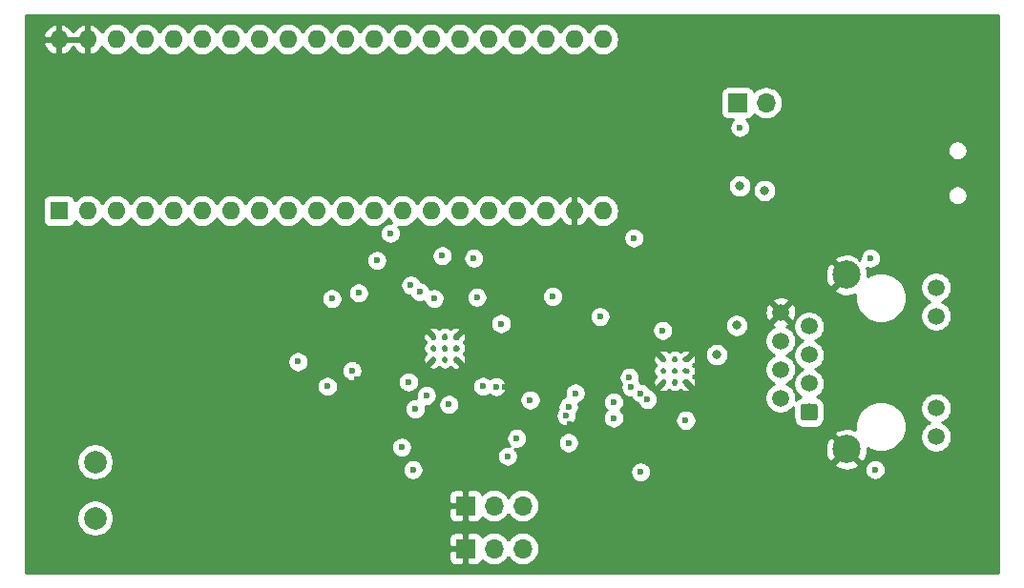
<source format=gbr>
G04 #@! TF.GenerationSoftware,KiCad,Pcbnew,(5.1.2-1)-1*
G04 #@! TF.CreationDate,2019-06-14T19:54:31-04:00*
G04 #@! TF.ProjectId,100base-t1-converter,31303062-6173-4652-9d74-312d636f6e76,rev?*
G04 #@! TF.SameCoordinates,Original*
G04 #@! TF.FileFunction,Copper,L2,Inr*
G04 #@! TF.FilePolarity,Positive*
%FSLAX46Y46*%
G04 Gerber Fmt 4.6, Leading zero omitted, Abs format (unit mm)*
G04 Created by KiCad (PCBNEW (5.1.2-1)-1) date 2019-06-14 19:54:31*
%MOMM*%
%LPD*%
G04 APERTURE LIST*
%ADD10C,1.500000*%
%ADD11C,2.500000*%
%ADD12C,0.100000*%
%ADD13C,2.000000*%
%ADD14O,1.700000X1.700000*%
%ADD15R,1.700000X1.700000*%
%ADD16C,0.500000*%
%ADD17R,1.600000X1.600000*%
%ADD18O,1.600000X1.600000*%
%ADD19C,0.600000*%
%ADD20C,0.800000*%
%ADD21C,0.254000*%
G04 APERTURE END LIST*
D10*
X246210000Y-98155000D03*
X246210000Y-95615000D03*
X246210000Y-106325000D03*
X246210000Y-108865000D03*
D11*
X238260000Y-94495000D03*
D10*
X232410000Y-97800000D03*
D11*
X238260000Y-109985000D03*
D10*
X234950000Y-99060000D03*
X232410000Y-100340000D03*
X234950000Y-101600000D03*
X232410000Y-102880000D03*
X234950000Y-104140000D03*
X232410000Y-105420000D03*
D12*
G36*
X235474053Y-105931206D02*
G01*
X235498370Y-105934813D01*
X235522216Y-105940786D01*
X235545362Y-105949068D01*
X235567585Y-105959579D01*
X235588670Y-105972217D01*
X235608416Y-105986861D01*
X235626630Y-106003370D01*
X235643139Y-106021584D01*
X235657783Y-106041330D01*
X235670421Y-106062415D01*
X235680932Y-106084638D01*
X235689214Y-106107784D01*
X235695187Y-106131630D01*
X235698794Y-106155947D01*
X235700000Y-106180500D01*
X235700000Y-107179500D01*
X235698794Y-107204053D01*
X235695187Y-107228370D01*
X235689214Y-107252216D01*
X235680932Y-107275362D01*
X235670421Y-107297585D01*
X235657783Y-107318670D01*
X235643139Y-107338416D01*
X235626630Y-107356630D01*
X235608416Y-107373139D01*
X235588670Y-107387783D01*
X235567585Y-107400421D01*
X235545362Y-107410932D01*
X235522216Y-107419214D01*
X235498370Y-107425187D01*
X235474053Y-107428794D01*
X235449500Y-107430000D01*
X234450500Y-107430000D01*
X234425947Y-107428794D01*
X234401630Y-107425187D01*
X234377784Y-107419214D01*
X234354638Y-107410932D01*
X234332415Y-107400421D01*
X234311330Y-107387783D01*
X234291584Y-107373139D01*
X234273370Y-107356630D01*
X234256861Y-107338416D01*
X234242217Y-107318670D01*
X234229579Y-107297585D01*
X234219068Y-107275362D01*
X234210786Y-107252216D01*
X234204813Y-107228370D01*
X234201206Y-107204053D01*
X234200000Y-107179500D01*
X234200000Y-106180500D01*
X234201206Y-106155947D01*
X234204813Y-106131630D01*
X234210786Y-106107784D01*
X234219068Y-106084638D01*
X234229579Y-106062415D01*
X234242217Y-106041330D01*
X234256861Y-106021584D01*
X234273370Y-106003370D01*
X234291584Y-105986861D01*
X234311330Y-105972217D01*
X234332415Y-105959579D01*
X234354638Y-105949068D01*
X234377784Y-105940786D01*
X234401630Y-105934813D01*
X234425947Y-105931206D01*
X234450500Y-105930000D01*
X235449500Y-105930000D01*
X235474053Y-105931206D01*
X235474053Y-105931206D01*
G37*
D10*
X234950000Y-106680000D03*
D13*
X171600000Y-111100000D03*
X171600000Y-116100000D03*
D14*
X209540000Y-118800000D03*
X207000000Y-118800000D03*
D15*
X204460000Y-118800000D03*
X204460000Y-115000000D03*
D14*
X207000000Y-115000000D03*
X209540000Y-115000000D03*
D15*
X228600000Y-79200000D03*
D14*
X231140000Y-79200000D03*
D16*
X201600000Y-100000000D03*
X202600000Y-100000000D03*
X203600000Y-100000000D03*
X201600000Y-101000000D03*
X202600000Y-101000000D03*
X203600000Y-101000000D03*
X201600000Y-102000000D03*
X202600000Y-102000000D03*
X203600000Y-102000000D03*
D17*
X168400000Y-88800000D03*
D18*
X216660000Y-73560000D03*
X170940000Y-88800000D03*
X214120000Y-73560000D03*
X173480000Y-88800000D03*
X211580000Y-73560000D03*
X176020000Y-88800000D03*
X209040000Y-73560000D03*
X178560000Y-88800000D03*
X206500000Y-73560000D03*
X181100000Y-88800000D03*
X203960000Y-73560000D03*
X183640000Y-88800000D03*
X201420000Y-73560000D03*
X186180000Y-88800000D03*
X198880000Y-73560000D03*
X188720000Y-88800000D03*
X196340000Y-73560000D03*
X191260000Y-88800000D03*
X193800000Y-73560000D03*
X193800000Y-88800000D03*
X191260000Y-73560000D03*
X196340000Y-88800000D03*
X188720000Y-73560000D03*
X198880000Y-88800000D03*
X186180000Y-73560000D03*
X201420000Y-88800000D03*
X183640000Y-73560000D03*
X203960000Y-88800000D03*
X181100000Y-73560000D03*
X206500000Y-88800000D03*
X178560000Y-73560000D03*
X209040000Y-88800000D03*
X176020000Y-73560000D03*
X211580000Y-88800000D03*
X173480000Y-73560000D03*
X214120000Y-88800000D03*
X170940000Y-73560000D03*
X216660000Y-88800000D03*
X168400000Y-73560000D03*
D16*
X224000000Y-104000000D03*
X223000000Y-104000000D03*
X222000000Y-104000000D03*
X224000000Y-103000000D03*
X223000000Y-103000000D03*
X222000000Y-103000000D03*
X224000000Y-102000000D03*
X223000000Y-102000000D03*
X222000000Y-102000000D03*
D19*
X192200000Y-104400000D03*
X228800000Y-81400000D03*
D20*
X235500000Y-88500000D03*
X245500000Y-82000000D03*
X243000000Y-82000000D03*
X240500000Y-82000000D03*
X238000000Y-82000000D03*
X235500000Y-82000000D03*
X235500000Y-91500000D03*
X238000000Y-91500000D03*
X240500000Y-91500000D03*
X245500000Y-91500000D03*
X243000000Y-91500000D03*
X245500000Y-86500000D03*
X243000000Y-86000000D03*
X240500000Y-85000000D03*
X237000000Y-84500000D03*
X230000000Y-110000000D03*
X228750000Y-114000000D03*
X221000000Y-88000000D03*
D19*
X220000000Y-107200000D03*
X220000000Y-108800000D03*
X220000000Y-110400000D03*
X210200000Y-103400000D03*
X207980845Y-104423790D03*
X219000000Y-97400000D03*
X206670572Y-99423790D03*
X217800000Y-98200000D03*
X214600000Y-97000000D03*
X209200000Y-96800000D03*
X216600000Y-90400000D03*
X197000000Y-105800000D03*
X202000000Y-107800000D03*
X201800000Y-111800000D03*
X213681259Y-107748941D03*
X194800000Y-103800000D03*
X195400000Y-110600000D03*
X195000000Y-102200000D03*
X181800000Y-100600000D03*
X191000000Y-96600000D03*
X198000000Y-96800000D03*
X173200000Y-105600000D03*
X173200000Y-103800000D03*
X210800000Y-108400000D03*
X226600000Y-99000000D03*
D20*
X224200000Y-119000000D03*
X231000000Y-87000000D03*
D19*
X221953957Y-99417513D03*
D20*
X228800000Y-86600000D03*
D19*
X220000000Y-112000000D03*
X213600000Y-109400000D03*
X209000000Y-109000000D03*
X216400000Y-98200000D03*
X212200000Y-96400000D03*
X202400000Y-92800000D03*
X199800000Y-111800000D03*
X213588956Y-106222623D03*
X189600000Y-102200000D03*
X192600000Y-96600000D03*
X205200000Y-93000000D03*
X197800000Y-90800000D03*
X194976210Y-96092558D03*
X208200000Y-110600000D03*
X207180832Y-104423790D03*
X207618977Y-98818977D03*
X203000000Y-106000000D03*
X201000000Y-105200000D03*
X200000000Y-106400000D03*
X198800000Y-109800000D03*
D20*
X226750000Y-101575000D03*
D19*
X224000000Y-107400000D03*
D20*
X228515000Y-98985000D03*
D19*
X217600000Y-107200000D03*
X217600000Y-105800000D03*
X240400000Y-93000000D03*
X220012741Y-105006727D03*
X219000000Y-103600000D03*
X199600000Y-95400000D03*
X200400000Y-96000000D03*
X219154045Y-104464534D03*
X206000000Y-104400000D03*
X214200000Y-105000000D03*
X199400000Y-104000000D03*
X196600000Y-93200000D03*
X240800000Y-111800000D03*
X220600000Y-105550000D03*
X210200000Y-105600000D03*
X201676210Y-96592558D03*
X213400000Y-107000000D03*
X219400000Y-91200000D03*
X205469942Y-96469942D03*
X194400000Y-103000000D03*
D21*
G36*
X251740000Y-120940000D02*
G01*
X165460000Y-120940000D01*
X165460000Y-119650000D01*
X202971928Y-119650000D01*
X202984188Y-119774482D01*
X203020498Y-119894180D01*
X203079463Y-120004494D01*
X203158815Y-120101185D01*
X203255506Y-120180537D01*
X203365820Y-120239502D01*
X203485518Y-120275812D01*
X203610000Y-120288072D01*
X204174250Y-120285000D01*
X204333000Y-120126250D01*
X204333000Y-118927000D01*
X203133750Y-118927000D01*
X202975000Y-119085750D01*
X202971928Y-119650000D01*
X165460000Y-119650000D01*
X165460000Y-117950000D01*
X202971928Y-117950000D01*
X202975000Y-118514250D01*
X203133750Y-118673000D01*
X204333000Y-118673000D01*
X204333000Y-117473750D01*
X204587000Y-117473750D01*
X204587000Y-118673000D01*
X204607000Y-118673000D01*
X204607000Y-118927000D01*
X204587000Y-118927000D01*
X204587000Y-120126250D01*
X204745750Y-120285000D01*
X205310000Y-120288072D01*
X205434482Y-120275812D01*
X205554180Y-120239502D01*
X205664494Y-120180537D01*
X205761185Y-120101185D01*
X205840537Y-120004494D01*
X205899502Y-119894180D01*
X205920393Y-119825313D01*
X205944866Y-119855134D01*
X206170986Y-120040706D01*
X206428966Y-120178599D01*
X206708889Y-120263513D01*
X206927050Y-120285000D01*
X207072950Y-120285000D01*
X207291111Y-120263513D01*
X207571034Y-120178599D01*
X207829014Y-120040706D01*
X208055134Y-119855134D01*
X208240706Y-119629014D01*
X208270000Y-119574209D01*
X208299294Y-119629014D01*
X208484866Y-119855134D01*
X208710986Y-120040706D01*
X208968966Y-120178599D01*
X209248889Y-120263513D01*
X209467050Y-120285000D01*
X209612950Y-120285000D01*
X209831111Y-120263513D01*
X210111034Y-120178599D01*
X210369014Y-120040706D01*
X210595134Y-119855134D01*
X210780706Y-119629014D01*
X210918599Y-119371034D01*
X211003513Y-119091111D01*
X211032185Y-118800000D01*
X211003513Y-118508889D01*
X210918599Y-118228966D01*
X210780706Y-117970986D01*
X210595134Y-117744866D01*
X210369014Y-117559294D01*
X210111034Y-117421401D01*
X209831111Y-117336487D01*
X209612950Y-117315000D01*
X209467050Y-117315000D01*
X209248889Y-117336487D01*
X208968966Y-117421401D01*
X208710986Y-117559294D01*
X208484866Y-117744866D01*
X208299294Y-117970986D01*
X208270000Y-118025791D01*
X208240706Y-117970986D01*
X208055134Y-117744866D01*
X207829014Y-117559294D01*
X207571034Y-117421401D01*
X207291111Y-117336487D01*
X207072950Y-117315000D01*
X206927050Y-117315000D01*
X206708889Y-117336487D01*
X206428966Y-117421401D01*
X206170986Y-117559294D01*
X205944866Y-117744866D01*
X205920393Y-117774687D01*
X205899502Y-117705820D01*
X205840537Y-117595506D01*
X205761185Y-117498815D01*
X205664494Y-117419463D01*
X205554180Y-117360498D01*
X205434482Y-117324188D01*
X205310000Y-117311928D01*
X204745750Y-117315000D01*
X204587000Y-117473750D01*
X204333000Y-117473750D01*
X204174250Y-117315000D01*
X203610000Y-117311928D01*
X203485518Y-117324188D01*
X203365820Y-117360498D01*
X203255506Y-117419463D01*
X203158815Y-117498815D01*
X203079463Y-117595506D01*
X203020498Y-117705820D01*
X202984188Y-117825518D01*
X202971928Y-117950000D01*
X165460000Y-117950000D01*
X165460000Y-115938967D01*
X169965000Y-115938967D01*
X169965000Y-116261033D01*
X170027832Y-116576912D01*
X170151082Y-116874463D01*
X170330013Y-117142252D01*
X170557748Y-117369987D01*
X170825537Y-117548918D01*
X171123088Y-117672168D01*
X171438967Y-117735000D01*
X171761033Y-117735000D01*
X172076912Y-117672168D01*
X172374463Y-117548918D01*
X172642252Y-117369987D01*
X172869987Y-117142252D01*
X173048918Y-116874463D01*
X173172168Y-116576912D01*
X173235000Y-116261033D01*
X173235000Y-115938967D01*
X173217304Y-115850000D01*
X202971928Y-115850000D01*
X202984188Y-115974482D01*
X203020498Y-116094180D01*
X203079463Y-116204494D01*
X203158815Y-116301185D01*
X203255506Y-116380537D01*
X203365820Y-116439502D01*
X203485518Y-116475812D01*
X203610000Y-116488072D01*
X204174250Y-116485000D01*
X204333000Y-116326250D01*
X204333000Y-115127000D01*
X203133750Y-115127000D01*
X202975000Y-115285750D01*
X202971928Y-115850000D01*
X173217304Y-115850000D01*
X173172168Y-115623088D01*
X173048918Y-115325537D01*
X172869987Y-115057748D01*
X172642252Y-114830013D01*
X172374463Y-114651082D01*
X172076912Y-114527832D01*
X171761033Y-114465000D01*
X171438967Y-114465000D01*
X171123088Y-114527832D01*
X170825537Y-114651082D01*
X170557748Y-114830013D01*
X170330013Y-115057748D01*
X170151082Y-115325537D01*
X170027832Y-115623088D01*
X169965000Y-115938967D01*
X165460000Y-115938967D01*
X165460000Y-114150000D01*
X202971928Y-114150000D01*
X202975000Y-114714250D01*
X203133750Y-114873000D01*
X204333000Y-114873000D01*
X204333000Y-113673750D01*
X204587000Y-113673750D01*
X204587000Y-114873000D01*
X204607000Y-114873000D01*
X204607000Y-115127000D01*
X204587000Y-115127000D01*
X204587000Y-116326250D01*
X204745750Y-116485000D01*
X205310000Y-116488072D01*
X205434482Y-116475812D01*
X205554180Y-116439502D01*
X205664494Y-116380537D01*
X205761185Y-116301185D01*
X205840537Y-116204494D01*
X205899502Y-116094180D01*
X205920393Y-116025313D01*
X205944866Y-116055134D01*
X206170986Y-116240706D01*
X206428966Y-116378599D01*
X206708889Y-116463513D01*
X206927050Y-116485000D01*
X207072950Y-116485000D01*
X207291111Y-116463513D01*
X207571034Y-116378599D01*
X207829014Y-116240706D01*
X208055134Y-116055134D01*
X208240706Y-115829014D01*
X208270000Y-115774209D01*
X208299294Y-115829014D01*
X208484866Y-116055134D01*
X208710986Y-116240706D01*
X208968966Y-116378599D01*
X209248889Y-116463513D01*
X209467050Y-116485000D01*
X209612950Y-116485000D01*
X209831111Y-116463513D01*
X210111034Y-116378599D01*
X210369014Y-116240706D01*
X210595134Y-116055134D01*
X210780706Y-115829014D01*
X210918599Y-115571034D01*
X211003513Y-115291111D01*
X211032185Y-115000000D01*
X211003513Y-114708889D01*
X210918599Y-114428966D01*
X210780706Y-114170986D01*
X210595134Y-113944866D01*
X210369014Y-113759294D01*
X210111034Y-113621401D01*
X209831111Y-113536487D01*
X209612950Y-113515000D01*
X209467050Y-113515000D01*
X209248889Y-113536487D01*
X208968966Y-113621401D01*
X208710986Y-113759294D01*
X208484866Y-113944866D01*
X208299294Y-114170986D01*
X208270000Y-114225791D01*
X208240706Y-114170986D01*
X208055134Y-113944866D01*
X207829014Y-113759294D01*
X207571034Y-113621401D01*
X207291111Y-113536487D01*
X207072950Y-113515000D01*
X206927050Y-113515000D01*
X206708889Y-113536487D01*
X206428966Y-113621401D01*
X206170986Y-113759294D01*
X205944866Y-113944866D01*
X205920393Y-113974687D01*
X205899502Y-113905820D01*
X205840537Y-113795506D01*
X205761185Y-113698815D01*
X205664494Y-113619463D01*
X205554180Y-113560498D01*
X205434482Y-113524188D01*
X205310000Y-113511928D01*
X204745750Y-113515000D01*
X204587000Y-113673750D01*
X204333000Y-113673750D01*
X204174250Y-113515000D01*
X203610000Y-113511928D01*
X203485518Y-113524188D01*
X203365820Y-113560498D01*
X203255506Y-113619463D01*
X203158815Y-113698815D01*
X203079463Y-113795506D01*
X203020498Y-113905820D01*
X202984188Y-114025518D01*
X202971928Y-114150000D01*
X165460000Y-114150000D01*
X165460000Y-110938967D01*
X169965000Y-110938967D01*
X169965000Y-111261033D01*
X170027832Y-111576912D01*
X170151082Y-111874463D01*
X170330013Y-112142252D01*
X170557748Y-112369987D01*
X170825537Y-112548918D01*
X171123088Y-112672168D01*
X171438967Y-112735000D01*
X171761033Y-112735000D01*
X172076912Y-112672168D01*
X172374463Y-112548918D01*
X172642252Y-112369987D01*
X172869987Y-112142252D01*
X173048918Y-111874463D01*
X173117906Y-111707911D01*
X198865000Y-111707911D01*
X198865000Y-111892089D01*
X198900932Y-112072729D01*
X198971414Y-112242889D01*
X199073738Y-112396028D01*
X199203972Y-112526262D01*
X199357111Y-112628586D01*
X199527271Y-112699068D01*
X199707911Y-112735000D01*
X199892089Y-112735000D01*
X200072729Y-112699068D01*
X200242889Y-112628586D01*
X200396028Y-112526262D01*
X200526262Y-112396028D01*
X200628586Y-112242889D01*
X200699068Y-112072729D01*
X200731852Y-111907911D01*
X219065000Y-111907911D01*
X219065000Y-112092089D01*
X219100932Y-112272729D01*
X219171414Y-112442889D01*
X219273738Y-112596028D01*
X219403972Y-112726262D01*
X219557111Y-112828586D01*
X219727271Y-112899068D01*
X219907911Y-112935000D01*
X220092089Y-112935000D01*
X220272729Y-112899068D01*
X220442889Y-112828586D01*
X220596028Y-112726262D01*
X220726262Y-112596028D01*
X220828586Y-112442889D01*
X220899068Y-112272729D01*
X220935000Y-112092089D01*
X220935000Y-111907911D01*
X220899068Y-111727271D01*
X220828586Y-111557111D01*
X220726262Y-111403972D01*
X220620895Y-111298605D01*
X237126000Y-111298605D01*
X237251914Y-111588577D01*
X237584126Y-111754433D01*
X237942312Y-111852290D01*
X238312706Y-111878389D01*
X238681075Y-111831725D01*
X239033262Y-111714094D01*
X239044829Y-111707911D01*
X239865000Y-111707911D01*
X239865000Y-111892089D01*
X239900932Y-112072729D01*
X239971414Y-112242889D01*
X240073738Y-112396028D01*
X240203972Y-112526262D01*
X240357111Y-112628586D01*
X240527271Y-112699068D01*
X240707911Y-112735000D01*
X240892089Y-112735000D01*
X241072729Y-112699068D01*
X241242889Y-112628586D01*
X241396028Y-112526262D01*
X241526262Y-112396028D01*
X241628586Y-112242889D01*
X241699068Y-112072729D01*
X241735000Y-111892089D01*
X241735000Y-111707911D01*
X241699068Y-111527271D01*
X241628586Y-111357111D01*
X241526262Y-111203972D01*
X241396028Y-111073738D01*
X241242889Y-110971414D01*
X241072729Y-110900932D01*
X240892089Y-110865000D01*
X240707911Y-110865000D01*
X240527271Y-110900932D01*
X240357111Y-110971414D01*
X240203972Y-111073738D01*
X240073738Y-111203972D01*
X239971414Y-111357111D01*
X239900932Y-111527271D01*
X239865000Y-111707911D01*
X239044829Y-111707911D01*
X239268086Y-111588577D01*
X239394000Y-111298605D01*
X238260000Y-110164605D01*
X237126000Y-111298605D01*
X220620895Y-111298605D01*
X220596028Y-111273738D01*
X220442889Y-111171414D01*
X220272729Y-111100932D01*
X220092089Y-111065000D01*
X219907911Y-111065000D01*
X219727271Y-111100932D01*
X219557111Y-111171414D01*
X219403972Y-111273738D01*
X219273738Y-111403972D01*
X219171414Y-111557111D01*
X219100932Y-111727271D01*
X219065000Y-111907911D01*
X200731852Y-111907911D01*
X200735000Y-111892089D01*
X200735000Y-111707911D01*
X200699068Y-111527271D01*
X200628586Y-111357111D01*
X200526262Y-111203972D01*
X200396028Y-111073738D01*
X200242889Y-110971414D01*
X200072729Y-110900932D01*
X199892089Y-110865000D01*
X199707911Y-110865000D01*
X199527271Y-110900932D01*
X199357111Y-110971414D01*
X199203972Y-111073738D01*
X199073738Y-111203972D01*
X198971414Y-111357111D01*
X198900932Y-111527271D01*
X198865000Y-111707911D01*
X173117906Y-111707911D01*
X173172168Y-111576912D01*
X173235000Y-111261033D01*
X173235000Y-110938967D01*
X173172168Y-110623088D01*
X173048918Y-110325537D01*
X172869987Y-110057748D01*
X172642252Y-109830013D01*
X172459514Y-109707911D01*
X197865000Y-109707911D01*
X197865000Y-109892089D01*
X197900932Y-110072729D01*
X197971414Y-110242889D01*
X198073738Y-110396028D01*
X198203972Y-110526262D01*
X198357111Y-110628586D01*
X198527271Y-110699068D01*
X198707911Y-110735000D01*
X198892089Y-110735000D01*
X199072729Y-110699068D01*
X199242889Y-110628586D01*
X199396028Y-110526262D01*
X199414379Y-110507911D01*
X207265000Y-110507911D01*
X207265000Y-110692089D01*
X207300932Y-110872729D01*
X207371414Y-111042889D01*
X207473738Y-111196028D01*
X207603972Y-111326262D01*
X207757111Y-111428586D01*
X207927271Y-111499068D01*
X208107911Y-111535000D01*
X208292089Y-111535000D01*
X208472729Y-111499068D01*
X208642889Y-111428586D01*
X208796028Y-111326262D01*
X208926262Y-111196028D01*
X209028586Y-111042889D01*
X209099068Y-110872729D01*
X209135000Y-110692089D01*
X209135000Y-110507911D01*
X209099068Y-110327271D01*
X209028586Y-110157111D01*
X208926262Y-110003972D01*
X208844720Y-109922430D01*
X208907911Y-109935000D01*
X209092089Y-109935000D01*
X209272729Y-109899068D01*
X209442889Y-109828586D01*
X209596028Y-109726262D01*
X209726262Y-109596028D01*
X209828586Y-109442889D01*
X209884495Y-109307911D01*
X212665000Y-109307911D01*
X212665000Y-109492089D01*
X212700932Y-109672729D01*
X212771414Y-109842889D01*
X212873738Y-109996028D01*
X213003972Y-110126262D01*
X213157111Y-110228586D01*
X213327271Y-110299068D01*
X213507911Y-110335000D01*
X213692089Y-110335000D01*
X213872729Y-110299068D01*
X214042889Y-110228586D01*
X214196028Y-110126262D01*
X214284584Y-110037706D01*
X236366611Y-110037706D01*
X236413275Y-110406075D01*
X236530906Y-110758262D01*
X236656423Y-110993086D01*
X236946395Y-111119000D01*
X238080395Y-109985000D01*
X236946395Y-108851000D01*
X236656423Y-108976914D01*
X236490567Y-109309126D01*
X236392710Y-109667312D01*
X236366611Y-110037706D01*
X214284584Y-110037706D01*
X214326262Y-109996028D01*
X214428586Y-109842889D01*
X214499068Y-109672729D01*
X214535000Y-109492089D01*
X214535000Y-109307911D01*
X214499068Y-109127271D01*
X214428586Y-108957111D01*
X214326262Y-108803972D01*
X214196028Y-108673738D01*
X214192522Y-108671395D01*
X237126000Y-108671395D01*
X238260000Y-109805395D01*
X238274143Y-109791253D01*
X238453748Y-109970858D01*
X238439605Y-109985000D01*
X239573605Y-111119000D01*
X239863577Y-110993086D01*
X240029433Y-110660874D01*
X240127290Y-110302688D01*
X240153389Y-109932294D01*
X240148955Y-109897293D01*
X240239489Y-109957786D01*
X240650782Y-110128149D01*
X241087409Y-110215000D01*
X241532591Y-110215000D01*
X241969218Y-110128149D01*
X242380511Y-109957786D01*
X242750666Y-109710456D01*
X243065456Y-109395666D01*
X243312786Y-109025511D01*
X243483149Y-108614218D01*
X243570000Y-108177591D01*
X243570000Y-107732409D01*
X243483149Y-107295782D01*
X243312786Y-106884489D01*
X243065456Y-106514334D01*
X242750666Y-106199544D01*
X242734271Y-106188589D01*
X244825000Y-106188589D01*
X244825000Y-106461411D01*
X244878225Y-106728989D01*
X244982629Y-106981043D01*
X245134201Y-107207886D01*
X245327114Y-107400799D01*
X245553957Y-107552371D01*
X245656873Y-107595000D01*
X245553957Y-107637629D01*
X245327114Y-107789201D01*
X245134201Y-107982114D01*
X244982629Y-108208957D01*
X244878225Y-108461011D01*
X244825000Y-108728589D01*
X244825000Y-109001411D01*
X244878225Y-109268989D01*
X244982629Y-109521043D01*
X245134201Y-109747886D01*
X245327114Y-109940799D01*
X245553957Y-110092371D01*
X245806011Y-110196775D01*
X246073589Y-110250000D01*
X246346411Y-110250000D01*
X246613989Y-110196775D01*
X246866043Y-110092371D01*
X247092886Y-109940799D01*
X247285799Y-109747886D01*
X247437371Y-109521043D01*
X247541775Y-109268989D01*
X247595000Y-109001411D01*
X247595000Y-108728589D01*
X247541775Y-108461011D01*
X247437371Y-108208957D01*
X247285799Y-107982114D01*
X247092886Y-107789201D01*
X246866043Y-107637629D01*
X246763127Y-107595000D01*
X246866043Y-107552371D01*
X247092886Y-107400799D01*
X247285799Y-107207886D01*
X247437371Y-106981043D01*
X247541775Y-106728989D01*
X247595000Y-106461411D01*
X247595000Y-106188589D01*
X247541775Y-105921011D01*
X247437371Y-105668957D01*
X247285799Y-105442114D01*
X247092886Y-105249201D01*
X246866043Y-105097629D01*
X246613989Y-104993225D01*
X246346411Y-104940000D01*
X246073589Y-104940000D01*
X245806011Y-104993225D01*
X245553957Y-105097629D01*
X245327114Y-105249201D01*
X245134201Y-105442114D01*
X244982629Y-105668957D01*
X244878225Y-105921011D01*
X244825000Y-106188589D01*
X242734271Y-106188589D01*
X242380511Y-105952214D01*
X241969218Y-105781851D01*
X241532591Y-105695000D01*
X241087409Y-105695000D01*
X240650782Y-105781851D01*
X240239489Y-105952214D01*
X239869334Y-106199544D01*
X239554544Y-106514334D01*
X239307214Y-106884489D01*
X239136851Y-107295782D01*
X239050000Y-107732409D01*
X239050000Y-108177591D01*
X239070970Y-108283013D01*
X238935874Y-108215567D01*
X238577688Y-108117710D01*
X238207294Y-108091611D01*
X237838925Y-108138275D01*
X237486738Y-108255906D01*
X237251914Y-108381423D01*
X237126000Y-108671395D01*
X214192522Y-108671395D01*
X214042889Y-108571414D01*
X213872729Y-108500932D01*
X213692089Y-108465000D01*
X213507911Y-108465000D01*
X213327271Y-108500932D01*
X213157111Y-108571414D01*
X213003972Y-108673738D01*
X212873738Y-108803972D01*
X212771414Y-108957111D01*
X212700932Y-109127271D01*
X212665000Y-109307911D01*
X209884495Y-109307911D01*
X209899068Y-109272729D01*
X209935000Y-109092089D01*
X209935000Y-108907911D01*
X209899068Y-108727271D01*
X209828586Y-108557111D01*
X209726262Y-108403972D01*
X209596028Y-108273738D01*
X209442889Y-108171414D01*
X209272729Y-108100932D01*
X209092089Y-108065000D01*
X208907911Y-108065000D01*
X208727271Y-108100932D01*
X208557111Y-108171414D01*
X208403972Y-108273738D01*
X208273738Y-108403972D01*
X208171414Y-108557111D01*
X208100932Y-108727271D01*
X208065000Y-108907911D01*
X208065000Y-109092089D01*
X208100932Y-109272729D01*
X208171414Y-109442889D01*
X208273738Y-109596028D01*
X208355280Y-109677570D01*
X208292089Y-109665000D01*
X208107911Y-109665000D01*
X207927271Y-109700932D01*
X207757111Y-109771414D01*
X207603972Y-109873738D01*
X207473738Y-110003972D01*
X207371414Y-110157111D01*
X207300932Y-110327271D01*
X207265000Y-110507911D01*
X199414379Y-110507911D01*
X199526262Y-110396028D01*
X199628586Y-110242889D01*
X199699068Y-110072729D01*
X199735000Y-109892089D01*
X199735000Y-109707911D01*
X199699068Y-109527271D01*
X199628586Y-109357111D01*
X199526262Y-109203972D01*
X199396028Y-109073738D01*
X199242889Y-108971414D01*
X199072729Y-108900932D01*
X198892089Y-108865000D01*
X198707911Y-108865000D01*
X198527271Y-108900932D01*
X198357111Y-108971414D01*
X198203972Y-109073738D01*
X198073738Y-109203972D01*
X197971414Y-109357111D01*
X197900932Y-109527271D01*
X197865000Y-109707911D01*
X172459514Y-109707911D01*
X172374463Y-109651082D01*
X172076912Y-109527832D01*
X171761033Y-109465000D01*
X171438967Y-109465000D01*
X171123088Y-109527832D01*
X170825537Y-109651082D01*
X170557748Y-109830013D01*
X170330013Y-110057748D01*
X170151082Y-110325537D01*
X170027832Y-110623088D01*
X169965000Y-110938967D01*
X165460000Y-110938967D01*
X165460000Y-106307911D01*
X199065000Y-106307911D01*
X199065000Y-106492089D01*
X199100932Y-106672729D01*
X199171414Y-106842889D01*
X199273738Y-106996028D01*
X199403972Y-107126262D01*
X199557111Y-107228586D01*
X199727271Y-107299068D01*
X199907911Y-107335000D01*
X200092089Y-107335000D01*
X200272729Y-107299068D01*
X200442889Y-107228586D01*
X200596028Y-107126262D01*
X200726262Y-106996028D01*
X200828586Y-106842889D01*
X200899068Y-106672729D01*
X200935000Y-106492089D01*
X200935000Y-106307911D01*
X200900304Y-106133487D01*
X200907911Y-106135000D01*
X201092089Y-106135000D01*
X201272729Y-106099068D01*
X201442889Y-106028586D01*
X201596028Y-105926262D01*
X201614379Y-105907911D01*
X202065000Y-105907911D01*
X202065000Y-106092089D01*
X202100932Y-106272729D01*
X202171414Y-106442889D01*
X202273738Y-106596028D01*
X202403972Y-106726262D01*
X202557111Y-106828586D01*
X202727271Y-106899068D01*
X202907911Y-106935000D01*
X203092089Y-106935000D01*
X203228272Y-106907911D01*
X212465000Y-106907911D01*
X212465000Y-107092089D01*
X212500932Y-107272729D01*
X212571414Y-107442889D01*
X212673738Y-107596028D01*
X212803972Y-107726262D01*
X212957111Y-107828586D01*
X213127271Y-107899068D01*
X213307911Y-107935000D01*
X213492089Y-107935000D01*
X213672729Y-107899068D01*
X213842889Y-107828586D01*
X213996028Y-107726262D01*
X214126262Y-107596028D01*
X214228586Y-107442889D01*
X214299068Y-107272729D01*
X214335000Y-107092089D01*
X214335000Y-106907911D01*
X214316780Y-106816313D01*
X214417542Y-106665512D01*
X214488024Y-106495352D01*
X214523956Y-106314712D01*
X214523956Y-106130534D01*
X214488024Y-105949894D01*
X214467410Y-105900126D01*
X214472729Y-105899068D01*
X214642889Y-105828586D01*
X214796028Y-105726262D01*
X214814379Y-105707911D01*
X216665000Y-105707911D01*
X216665000Y-105892089D01*
X216700932Y-106072729D01*
X216771414Y-106242889D01*
X216873738Y-106396028D01*
X216977710Y-106500000D01*
X216873738Y-106603972D01*
X216771414Y-106757111D01*
X216700932Y-106927271D01*
X216665000Y-107107911D01*
X216665000Y-107292089D01*
X216700932Y-107472729D01*
X216771414Y-107642889D01*
X216873738Y-107796028D01*
X217003972Y-107926262D01*
X217157111Y-108028586D01*
X217327271Y-108099068D01*
X217507911Y-108135000D01*
X217692089Y-108135000D01*
X217872729Y-108099068D01*
X218042889Y-108028586D01*
X218196028Y-107926262D01*
X218326262Y-107796028D01*
X218428586Y-107642889D01*
X218499068Y-107472729D01*
X218531852Y-107307911D01*
X223065000Y-107307911D01*
X223065000Y-107492089D01*
X223100932Y-107672729D01*
X223171414Y-107842889D01*
X223273738Y-107996028D01*
X223403972Y-108126262D01*
X223557111Y-108228586D01*
X223727271Y-108299068D01*
X223907911Y-108335000D01*
X224092089Y-108335000D01*
X224272729Y-108299068D01*
X224442889Y-108228586D01*
X224596028Y-108126262D01*
X224726262Y-107996028D01*
X224828586Y-107842889D01*
X224899068Y-107672729D01*
X224935000Y-107492089D01*
X224935000Y-107307911D01*
X224899068Y-107127271D01*
X224828586Y-106957111D01*
X224726262Y-106803972D01*
X224596028Y-106673738D01*
X224442889Y-106571414D01*
X224272729Y-106500932D01*
X224092089Y-106465000D01*
X223907911Y-106465000D01*
X223727271Y-106500932D01*
X223557111Y-106571414D01*
X223403972Y-106673738D01*
X223273738Y-106803972D01*
X223171414Y-106957111D01*
X223100932Y-107127271D01*
X223065000Y-107307911D01*
X218531852Y-107307911D01*
X218535000Y-107292089D01*
X218535000Y-107107911D01*
X218499068Y-106927271D01*
X218428586Y-106757111D01*
X218326262Y-106603972D01*
X218222290Y-106500000D01*
X218326262Y-106396028D01*
X218428586Y-106242889D01*
X218499068Y-106072729D01*
X218535000Y-105892089D01*
X218535000Y-105707911D01*
X218499068Y-105527271D01*
X218428586Y-105357111D01*
X218326262Y-105203972D01*
X218196028Y-105073738D01*
X218042889Y-104971414D01*
X217872729Y-104900932D01*
X217692089Y-104865000D01*
X217507911Y-104865000D01*
X217327271Y-104900932D01*
X217157111Y-104971414D01*
X217003972Y-105073738D01*
X216873738Y-105203972D01*
X216771414Y-105357111D01*
X216700932Y-105527271D01*
X216665000Y-105707911D01*
X214814379Y-105707911D01*
X214926262Y-105596028D01*
X215028586Y-105442889D01*
X215099068Y-105272729D01*
X215135000Y-105092089D01*
X215135000Y-104907911D01*
X215099068Y-104727271D01*
X215028586Y-104557111D01*
X214926262Y-104403972D01*
X214796028Y-104273738D01*
X214642889Y-104171414D01*
X214472729Y-104100932D01*
X214292089Y-104065000D01*
X214107911Y-104065000D01*
X213927271Y-104100932D01*
X213757111Y-104171414D01*
X213603972Y-104273738D01*
X213473738Y-104403972D01*
X213371414Y-104557111D01*
X213300932Y-104727271D01*
X213265000Y-104907911D01*
X213265000Y-105092089D01*
X213300932Y-105272729D01*
X213321546Y-105322497D01*
X213316227Y-105323555D01*
X213146067Y-105394037D01*
X212992928Y-105496361D01*
X212862694Y-105626595D01*
X212760370Y-105779734D01*
X212689888Y-105949894D01*
X212653956Y-106130534D01*
X212653956Y-106314712D01*
X212672176Y-106406310D01*
X212571414Y-106557111D01*
X212500932Y-106727271D01*
X212465000Y-106907911D01*
X203228272Y-106907911D01*
X203272729Y-106899068D01*
X203442889Y-106828586D01*
X203596028Y-106726262D01*
X203726262Y-106596028D01*
X203828586Y-106442889D01*
X203899068Y-106272729D01*
X203935000Y-106092089D01*
X203935000Y-105907911D01*
X203899068Y-105727271D01*
X203828586Y-105557111D01*
X203795712Y-105507911D01*
X209265000Y-105507911D01*
X209265000Y-105692089D01*
X209300932Y-105872729D01*
X209371414Y-106042889D01*
X209473738Y-106196028D01*
X209603972Y-106326262D01*
X209757111Y-106428586D01*
X209927271Y-106499068D01*
X210107911Y-106535000D01*
X210292089Y-106535000D01*
X210472729Y-106499068D01*
X210642889Y-106428586D01*
X210796028Y-106326262D01*
X210926262Y-106196028D01*
X211028586Y-106042889D01*
X211099068Y-105872729D01*
X211135000Y-105692089D01*
X211135000Y-105507911D01*
X211099068Y-105327271D01*
X211028586Y-105157111D01*
X210926262Y-105003972D01*
X210796028Y-104873738D01*
X210642889Y-104771414D01*
X210472729Y-104700932D01*
X210292089Y-104665000D01*
X210107911Y-104665000D01*
X209927271Y-104700932D01*
X209757111Y-104771414D01*
X209603972Y-104873738D01*
X209473738Y-105003972D01*
X209371414Y-105157111D01*
X209300932Y-105327271D01*
X209265000Y-105507911D01*
X203795712Y-105507911D01*
X203726262Y-105403972D01*
X203596028Y-105273738D01*
X203442889Y-105171414D01*
X203272729Y-105100932D01*
X203092089Y-105065000D01*
X202907911Y-105065000D01*
X202727271Y-105100932D01*
X202557111Y-105171414D01*
X202403972Y-105273738D01*
X202273738Y-105403972D01*
X202171414Y-105557111D01*
X202100932Y-105727271D01*
X202065000Y-105907911D01*
X201614379Y-105907911D01*
X201726262Y-105796028D01*
X201828586Y-105642889D01*
X201899068Y-105472729D01*
X201935000Y-105292089D01*
X201935000Y-105107911D01*
X201899068Y-104927271D01*
X201828586Y-104757111D01*
X201726262Y-104603972D01*
X201596028Y-104473738D01*
X201442889Y-104371414D01*
X201289578Y-104307911D01*
X205065000Y-104307911D01*
X205065000Y-104492089D01*
X205100932Y-104672729D01*
X205171414Y-104842889D01*
X205273738Y-104996028D01*
X205403972Y-105126262D01*
X205557111Y-105228586D01*
X205727271Y-105299068D01*
X205907911Y-105335000D01*
X206092089Y-105335000D01*
X206272729Y-105299068D01*
X206442889Y-105228586D01*
X206575039Y-105140287D01*
X206584804Y-105150052D01*
X206737943Y-105252376D01*
X206908103Y-105322858D01*
X207088743Y-105358790D01*
X207272921Y-105358790D01*
X207453561Y-105322858D01*
X207623721Y-105252376D01*
X207776860Y-105150052D01*
X207907094Y-105019818D01*
X208009418Y-104866679D01*
X208079900Y-104696519D01*
X208115832Y-104515879D01*
X208115832Y-104331701D01*
X208079900Y-104151061D01*
X208009418Y-103980901D01*
X207907094Y-103827762D01*
X207776860Y-103697528D01*
X207623721Y-103595204D01*
X207453561Y-103524722D01*
X207369048Y-103507911D01*
X218065000Y-103507911D01*
X218065000Y-103692089D01*
X218100932Y-103872729D01*
X218171414Y-104042889D01*
X218261077Y-104177079D01*
X218254977Y-104191805D01*
X218219045Y-104372445D01*
X218219045Y-104556623D01*
X218254977Y-104737263D01*
X218325459Y-104907423D01*
X218427783Y-105060562D01*
X218558017Y-105190796D01*
X218711156Y-105293120D01*
X218881316Y-105363602D01*
X219061956Y-105399534D01*
X219163411Y-105399534D01*
X219184155Y-105449616D01*
X219286479Y-105602755D01*
X219416713Y-105732989D01*
X219569852Y-105835313D01*
X219734371Y-105903458D01*
X219771414Y-105992889D01*
X219873738Y-106146028D01*
X220003972Y-106276262D01*
X220157111Y-106378586D01*
X220327271Y-106449068D01*
X220507911Y-106485000D01*
X220692089Y-106485000D01*
X220872729Y-106449068D01*
X221042889Y-106378586D01*
X221196028Y-106276262D01*
X221326262Y-106146028D01*
X221428586Y-105992889D01*
X221499068Y-105822729D01*
X221535000Y-105642089D01*
X221535000Y-105457911D01*
X221499068Y-105277271D01*
X221428586Y-105107111D01*
X221326262Y-104953972D01*
X221196028Y-104823738D01*
X221042889Y-104721414D01*
X220878370Y-104653269D01*
X220841327Y-104563838D01*
X220739003Y-104410699D01*
X220608769Y-104280465D01*
X220455630Y-104178141D01*
X220285470Y-104107659D01*
X220104830Y-104071727D01*
X220003375Y-104071727D01*
X219982631Y-104021645D01*
X219892968Y-103887455D01*
X219899068Y-103872729D01*
X219935000Y-103692089D01*
X219935000Y-103507911D01*
X219899068Y-103327271D01*
X219828586Y-103157111D01*
X219726262Y-103003972D01*
X219596028Y-102873738D01*
X219442889Y-102771414D01*
X219272729Y-102700932D01*
X219092089Y-102665000D01*
X218907911Y-102665000D01*
X218727271Y-102700932D01*
X218557111Y-102771414D01*
X218403972Y-102873738D01*
X218273738Y-103003972D01*
X218171414Y-103157111D01*
X218100932Y-103327271D01*
X218065000Y-103507911D01*
X207369048Y-103507911D01*
X207272921Y-103488790D01*
X207088743Y-103488790D01*
X206908103Y-103524722D01*
X206737943Y-103595204D01*
X206605793Y-103683503D01*
X206596028Y-103673738D01*
X206442889Y-103571414D01*
X206272729Y-103500932D01*
X206092089Y-103465000D01*
X205907911Y-103465000D01*
X205727271Y-103500932D01*
X205557111Y-103571414D01*
X205403972Y-103673738D01*
X205273738Y-103803972D01*
X205171414Y-103957111D01*
X205100932Y-104127271D01*
X205065000Y-104307911D01*
X201289578Y-104307911D01*
X201272729Y-104300932D01*
X201092089Y-104265000D01*
X200907911Y-104265000D01*
X200727271Y-104300932D01*
X200557111Y-104371414D01*
X200403972Y-104473738D01*
X200273738Y-104603972D01*
X200171414Y-104757111D01*
X200100932Y-104927271D01*
X200065000Y-105107911D01*
X200065000Y-105292089D01*
X200099696Y-105466513D01*
X200092089Y-105465000D01*
X199907911Y-105465000D01*
X199727271Y-105500932D01*
X199557111Y-105571414D01*
X199403972Y-105673738D01*
X199273738Y-105803972D01*
X199171414Y-105957111D01*
X199100932Y-106127271D01*
X199065000Y-106307911D01*
X165460000Y-106307911D01*
X165460000Y-104307911D01*
X191265000Y-104307911D01*
X191265000Y-104492089D01*
X191300932Y-104672729D01*
X191371414Y-104842889D01*
X191473738Y-104996028D01*
X191603972Y-105126262D01*
X191757111Y-105228586D01*
X191927271Y-105299068D01*
X192107911Y-105335000D01*
X192292089Y-105335000D01*
X192472729Y-105299068D01*
X192642889Y-105228586D01*
X192796028Y-105126262D01*
X192926262Y-104996028D01*
X193028586Y-104842889D01*
X193099068Y-104672729D01*
X193135000Y-104492089D01*
X193135000Y-104307911D01*
X193099068Y-104127271D01*
X193028586Y-103957111D01*
X192926262Y-103803972D01*
X192796028Y-103673738D01*
X192642889Y-103571414D01*
X192472729Y-103500932D01*
X192292089Y-103465000D01*
X192107911Y-103465000D01*
X191927271Y-103500932D01*
X191757111Y-103571414D01*
X191603972Y-103673738D01*
X191473738Y-103803972D01*
X191371414Y-103957111D01*
X191300932Y-104127271D01*
X191265000Y-104307911D01*
X165460000Y-104307911D01*
X165460000Y-102107911D01*
X188665000Y-102107911D01*
X188665000Y-102292089D01*
X188700932Y-102472729D01*
X188771414Y-102642889D01*
X188873738Y-102796028D01*
X189003972Y-102926262D01*
X189157111Y-103028586D01*
X189327271Y-103099068D01*
X189507911Y-103135000D01*
X189692089Y-103135000D01*
X189872729Y-103099068D01*
X190042889Y-103028586D01*
X190196028Y-102926262D01*
X190214379Y-102907911D01*
X193465000Y-102907911D01*
X193465000Y-103092089D01*
X193500932Y-103272729D01*
X193571414Y-103442889D01*
X193673738Y-103596028D01*
X193803972Y-103726262D01*
X193957111Y-103828586D01*
X194127271Y-103899068D01*
X194307911Y-103935000D01*
X194492089Y-103935000D01*
X194628272Y-103907911D01*
X198465000Y-103907911D01*
X198465000Y-104092089D01*
X198500932Y-104272729D01*
X198571414Y-104442889D01*
X198673738Y-104596028D01*
X198803972Y-104726262D01*
X198957111Y-104828586D01*
X199127271Y-104899068D01*
X199307911Y-104935000D01*
X199492089Y-104935000D01*
X199672729Y-104899068D01*
X199842889Y-104828586D01*
X199996028Y-104726262D01*
X200126262Y-104596028D01*
X200228586Y-104442889D01*
X200299068Y-104272729D01*
X200335000Y-104092089D01*
X200335000Y-103907911D01*
X200299068Y-103727271D01*
X200228586Y-103557111D01*
X200126262Y-103403972D01*
X199996028Y-103273738D01*
X199842889Y-103171414D01*
X199672729Y-103100932D01*
X199492089Y-103065000D01*
X199307911Y-103065000D01*
X199127271Y-103100932D01*
X198957111Y-103171414D01*
X198803972Y-103273738D01*
X198673738Y-103403972D01*
X198571414Y-103557111D01*
X198500932Y-103727271D01*
X198465000Y-103907911D01*
X194628272Y-103907911D01*
X194672729Y-103899068D01*
X194842889Y-103828586D01*
X194996028Y-103726262D01*
X195126262Y-103596028D01*
X195228586Y-103442889D01*
X195299068Y-103272729D01*
X195335000Y-103092089D01*
X195335000Y-102907911D01*
X195299068Y-102727271D01*
X195228586Y-102557111D01*
X195126262Y-102403972D01*
X194996028Y-102273738D01*
X194842889Y-102171414D01*
X194672729Y-102100932D01*
X194492089Y-102065000D01*
X194307911Y-102065000D01*
X194127271Y-102100932D01*
X193957111Y-102171414D01*
X193803972Y-102273738D01*
X193673738Y-102403972D01*
X193571414Y-102557111D01*
X193500932Y-102727271D01*
X193465000Y-102907911D01*
X190214379Y-102907911D01*
X190326262Y-102796028D01*
X190428586Y-102642889D01*
X190499068Y-102472729D01*
X190535000Y-102292089D01*
X190535000Y-102107911D01*
X190499068Y-101927271D01*
X190428586Y-101757111D01*
X190326262Y-101603972D01*
X190196028Y-101473738D01*
X190042889Y-101371414D01*
X189872729Y-101300932D01*
X189692089Y-101265000D01*
X189507911Y-101265000D01*
X189327271Y-101300932D01*
X189157111Y-101371414D01*
X189003972Y-101473738D01*
X188873738Y-101603972D01*
X188771414Y-101757111D01*
X188700932Y-101927271D01*
X188665000Y-102107911D01*
X165460000Y-102107911D01*
X165460000Y-99913998D01*
X200714887Y-99913998D01*
X200715116Y-100088328D01*
X200749351Y-100259264D01*
X200815173Y-100418174D01*
X200922755Y-100420479D01*
X200881813Y-100461421D01*
X200920392Y-100500000D01*
X200881813Y-100538579D01*
X200922755Y-100579521D01*
X200815173Y-100581826D01*
X200748672Y-100742974D01*
X200714887Y-100913998D01*
X200715116Y-101088328D01*
X200749351Y-101259264D01*
X200815173Y-101418174D01*
X200922755Y-101420479D01*
X200881813Y-101461421D01*
X200920392Y-101500000D01*
X200881813Y-101538579D01*
X200922755Y-101579521D01*
X200815173Y-101581826D01*
X200748672Y-101742974D01*
X200714887Y-101913998D01*
X200715116Y-102088328D01*
X200749351Y-102259264D01*
X200815173Y-102418174D01*
X201003836Y-102422216D01*
X201426052Y-102000000D01*
X201409081Y-101983029D01*
X201508152Y-101883958D01*
X201513998Y-101885113D01*
X201688328Y-101884884D01*
X201692032Y-101884142D01*
X201716042Y-101908152D01*
X201714887Y-101913998D01*
X201715116Y-102088328D01*
X201715858Y-102092032D01*
X201616971Y-102190919D01*
X201600000Y-102173948D01*
X201177784Y-102596164D01*
X201181826Y-102784827D01*
X201342974Y-102851328D01*
X201513998Y-102885113D01*
X201688328Y-102884884D01*
X201859264Y-102850649D01*
X202018174Y-102784827D01*
X202020479Y-102677245D01*
X202061421Y-102718187D01*
X202100000Y-102679608D01*
X202138579Y-102718187D01*
X202179521Y-102677245D01*
X202181826Y-102784827D01*
X202342974Y-102851328D01*
X202513998Y-102885113D01*
X202688328Y-102884884D01*
X202859264Y-102850649D01*
X203018174Y-102784827D01*
X203020479Y-102677245D01*
X203061421Y-102718187D01*
X203100000Y-102679608D01*
X203138579Y-102718187D01*
X203179521Y-102677245D01*
X203181826Y-102784827D01*
X203342974Y-102851328D01*
X203513998Y-102885113D01*
X203688328Y-102884884D01*
X203859264Y-102850649D01*
X204018174Y-102784827D01*
X204022216Y-102596164D01*
X203600000Y-102173948D01*
X203583029Y-102190919D01*
X203483958Y-102091848D01*
X203485113Y-102086002D01*
X203484884Y-101911672D01*
X203484142Y-101907968D01*
X203508152Y-101883958D01*
X203513998Y-101885113D01*
X203688328Y-101884884D01*
X203692032Y-101884142D01*
X203790919Y-101983029D01*
X203773948Y-102000000D01*
X204196164Y-102422216D01*
X204384827Y-102418174D01*
X204451328Y-102257026D01*
X204485113Y-102086002D01*
X204484888Y-101913998D01*
X221114887Y-101913998D01*
X221115116Y-102088328D01*
X221149351Y-102259264D01*
X221215173Y-102418174D01*
X221322755Y-102420479D01*
X221281813Y-102461421D01*
X221320392Y-102500000D01*
X221281813Y-102538579D01*
X221322755Y-102579521D01*
X221215173Y-102581826D01*
X221148672Y-102742974D01*
X221114887Y-102913998D01*
X221115116Y-103088328D01*
X221149351Y-103259264D01*
X221215173Y-103418174D01*
X221322755Y-103420479D01*
X221281813Y-103461421D01*
X221320392Y-103500000D01*
X221281813Y-103538579D01*
X221322755Y-103579521D01*
X221215173Y-103581826D01*
X221148672Y-103742974D01*
X221114887Y-103913998D01*
X221115116Y-104088328D01*
X221149351Y-104259264D01*
X221215173Y-104418174D01*
X221403836Y-104422216D01*
X221826052Y-104000000D01*
X221809081Y-103983029D01*
X221908152Y-103883958D01*
X221913998Y-103885113D01*
X222088328Y-103884884D01*
X222092032Y-103884142D01*
X222116042Y-103908152D01*
X222114887Y-103913998D01*
X222115116Y-104088328D01*
X222115858Y-104092032D01*
X222016971Y-104190919D01*
X222000000Y-104173948D01*
X221577784Y-104596164D01*
X221581826Y-104784827D01*
X221742974Y-104851328D01*
X221913998Y-104885113D01*
X222088328Y-104884884D01*
X222259264Y-104850649D01*
X222418174Y-104784827D01*
X222420479Y-104677245D01*
X222461421Y-104718187D01*
X222500000Y-104679608D01*
X222538579Y-104718187D01*
X222579521Y-104677245D01*
X222581826Y-104784827D01*
X222742974Y-104851328D01*
X222913998Y-104885113D01*
X223088328Y-104884884D01*
X223259264Y-104850649D01*
X223418174Y-104784827D01*
X223420479Y-104677245D01*
X223461421Y-104718187D01*
X223500000Y-104679608D01*
X223538579Y-104718187D01*
X223579521Y-104677245D01*
X223581826Y-104784827D01*
X223742974Y-104851328D01*
X223913998Y-104885113D01*
X224088328Y-104884884D01*
X224259264Y-104850649D01*
X224418174Y-104784827D01*
X224422216Y-104596164D01*
X224000000Y-104173948D01*
X223983029Y-104190919D01*
X223883958Y-104091848D01*
X223885113Y-104086002D01*
X223884884Y-103911672D01*
X223884142Y-103907968D01*
X223908152Y-103883958D01*
X223913998Y-103885113D01*
X224088328Y-103884884D01*
X224092032Y-103884142D01*
X224190919Y-103983029D01*
X224173948Y-104000000D01*
X224596164Y-104422216D01*
X224784827Y-104418174D01*
X224851328Y-104257026D01*
X224885113Y-104086002D01*
X224884884Y-103911672D01*
X224850649Y-103740736D01*
X224784827Y-103581826D01*
X224677245Y-103579521D01*
X224718187Y-103538579D01*
X224679608Y-103500000D01*
X224718187Y-103461421D01*
X224677245Y-103420479D01*
X224784827Y-103418174D01*
X224851328Y-103257026D01*
X224885113Y-103086002D01*
X224884884Y-102911672D01*
X224850649Y-102740736D01*
X224784827Y-102581826D01*
X224677245Y-102579521D01*
X224718187Y-102538579D01*
X224679608Y-102500000D01*
X224718187Y-102461421D01*
X224677245Y-102420479D01*
X224784827Y-102418174D01*
X224851328Y-102257026D01*
X224885113Y-102086002D01*
X224884884Y-101911672D01*
X224850649Y-101740736D01*
X224784827Y-101581826D01*
X224596164Y-101577784D01*
X224173948Y-102000000D01*
X224190919Y-102016971D01*
X224091848Y-102116042D01*
X224086002Y-102114887D01*
X223911672Y-102115116D01*
X223907968Y-102115858D01*
X223883958Y-102091848D01*
X223885113Y-102086002D01*
X223884884Y-101911672D01*
X223884142Y-101907968D01*
X223983029Y-101809081D01*
X224000000Y-101826052D01*
X224352991Y-101473061D01*
X225715000Y-101473061D01*
X225715000Y-101676939D01*
X225754774Y-101876898D01*
X225832795Y-102065256D01*
X225946063Y-102234774D01*
X226090226Y-102378937D01*
X226259744Y-102492205D01*
X226448102Y-102570226D01*
X226648061Y-102610000D01*
X226851939Y-102610000D01*
X227051898Y-102570226D01*
X227240256Y-102492205D01*
X227409774Y-102378937D01*
X227553937Y-102234774D01*
X227667205Y-102065256D01*
X227745226Y-101876898D01*
X227785000Y-101676939D01*
X227785000Y-101473061D01*
X227745226Y-101273102D01*
X227667205Y-101084744D01*
X227553937Y-100915226D01*
X227409774Y-100771063D01*
X227240256Y-100657795D01*
X227051898Y-100579774D01*
X226851939Y-100540000D01*
X226648061Y-100540000D01*
X226448102Y-100579774D01*
X226259744Y-100657795D01*
X226090226Y-100771063D01*
X225946063Y-100915226D01*
X225832795Y-101084744D01*
X225754774Y-101273102D01*
X225715000Y-101473061D01*
X224352991Y-101473061D01*
X224422216Y-101403836D01*
X224418174Y-101215173D01*
X224257026Y-101148672D01*
X224086002Y-101114887D01*
X223911672Y-101115116D01*
X223740736Y-101149351D01*
X223581826Y-101215173D01*
X223579521Y-101322755D01*
X223538579Y-101281813D01*
X223500000Y-101320392D01*
X223461421Y-101281813D01*
X223420479Y-101322755D01*
X223418174Y-101215173D01*
X223257026Y-101148672D01*
X223086002Y-101114887D01*
X222911672Y-101115116D01*
X222740736Y-101149351D01*
X222581826Y-101215173D01*
X222579521Y-101322755D01*
X222538579Y-101281813D01*
X222500000Y-101320392D01*
X222461421Y-101281813D01*
X222420479Y-101322755D01*
X222418174Y-101215173D01*
X222257026Y-101148672D01*
X222086002Y-101114887D01*
X221911672Y-101115116D01*
X221740736Y-101149351D01*
X221581826Y-101215173D01*
X221577784Y-101403836D01*
X222000000Y-101826052D01*
X222016971Y-101809081D01*
X222116042Y-101908152D01*
X222114887Y-101913998D01*
X222115116Y-102088328D01*
X222115858Y-102092032D01*
X222091848Y-102116042D01*
X222086002Y-102114887D01*
X221911672Y-102115116D01*
X221907968Y-102115858D01*
X221809081Y-102016971D01*
X221826052Y-102000000D01*
X221403836Y-101577784D01*
X221215173Y-101581826D01*
X221148672Y-101742974D01*
X221114887Y-101913998D01*
X204484888Y-101913998D01*
X204484884Y-101911672D01*
X204450649Y-101740736D01*
X204384827Y-101581826D01*
X204277245Y-101579521D01*
X204318187Y-101538579D01*
X204279608Y-101500000D01*
X204318187Y-101461421D01*
X204277245Y-101420479D01*
X204384827Y-101418174D01*
X204451328Y-101257026D01*
X204485113Y-101086002D01*
X204484884Y-100911672D01*
X204450649Y-100740736D01*
X204384827Y-100581826D01*
X204277245Y-100579521D01*
X204318187Y-100538579D01*
X204279608Y-100500000D01*
X204318187Y-100461421D01*
X204277245Y-100420479D01*
X204384827Y-100418174D01*
X204451328Y-100257026D01*
X204485113Y-100086002D01*
X204484884Y-99911672D01*
X204450649Y-99740736D01*
X204384827Y-99581826D01*
X204196164Y-99577784D01*
X203773948Y-100000000D01*
X203790919Y-100016971D01*
X203691848Y-100116042D01*
X203686002Y-100114887D01*
X203511672Y-100115116D01*
X203507968Y-100115858D01*
X203483958Y-100091848D01*
X203485113Y-100086002D01*
X203484884Y-99911672D01*
X203484142Y-99907968D01*
X203583029Y-99809081D01*
X203600000Y-99826052D01*
X204022216Y-99403836D01*
X204018174Y-99215173D01*
X203857026Y-99148672D01*
X203686002Y-99114887D01*
X203511672Y-99115116D01*
X203340736Y-99149351D01*
X203181826Y-99215173D01*
X203179521Y-99322755D01*
X203138579Y-99281813D01*
X203100000Y-99320392D01*
X203061421Y-99281813D01*
X203020479Y-99322755D01*
X203018174Y-99215173D01*
X202857026Y-99148672D01*
X202686002Y-99114887D01*
X202511672Y-99115116D01*
X202340736Y-99149351D01*
X202181826Y-99215173D01*
X202179521Y-99322755D01*
X202138579Y-99281813D01*
X202100000Y-99320392D01*
X202061421Y-99281813D01*
X202020479Y-99322755D01*
X202018174Y-99215173D01*
X201857026Y-99148672D01*
X201686002Y-99114887D01*
X201511672Y-99115116D01*
X201340736Y-99149351D01*
X201181826Y-99215173D01*
X201177784Y-99403836D01*
X201600000Y-99826052D01*
X201616971Y-99809081D01*
X201716042Y-99908152D01*
X201714887Y-99913998D01*
X201715116Y-100088328D01*
X201715858Y-100092032D01*
X201691848Y-100116042D01*
X201686002Y-100114887D01*
X201511672Y-100115116D01*
X201507968Y-100115858D01*
X201409081Y-100016971D01*
X201426052Y-100000000D01*
X201003836Y-99577784D01*
X200815173Y-99581826D01*
X200748672Y-99742974D01*
X200714887Y-99913998D01*
X165460000Y-99913998D01*
X165460000Y-98726888D01*
X206683977Y-98726888D01*
X206683977Y-98911066D01*
X206719909Y-99091706D01*
X206790391Y-99261866D01*
X206892715Y-99415005D01*
X207022949Y-99545239D01*
X207176088Y-99647563D01*
X207346248Y-99718045D01*
X207526888Y-99753977D01*
X207711066Y-99753977D01*
X207891706Y-99718045D01*
X208061866Y-99647563D01*
X208215005Y-99545239D01*
X208345239Y-99415005D01*
X208405094Y-99325424D01*
X221018957Y-99325424D01*
X221018957Y-99509602D01*
X221054889Y-99690242D01*
X221125371Y-99860402D01*
X221227695Y-100013541D01*
X221357929Y-100143775D01*
X221511068Y-100246099D01*
X221681228Y-100316581D01*
X221861868Y-100352513D01*
X222046046Y-100352513D01*
X222226686Y-100316581D01*
X222396846Y-100246099D01*
X222460466Y-100203589D01*
X231025000Y-100203589D01*
X231025000Y-100476411D01*
X231078225Y-100743989D01*
X231182629Y-100996043D01*
X231334201Y-101222886D01*
X231527114Y-101415799D01*
X231753957Y-101567371D01*
X231856873Y-101610000D01*
X231753957Y-101652629D01*
X231527114Y-101804201D01*
X231334201Y-101997114D01*
X231182629Y-102223957D01*
X231078225Y-102476011D01*
X231025000Y-102743589D01*
X231025000Y-103016411D01*
X231078225Y-103283989D01*
X231182629Y-103536043D01*
X231334201Y-103762886D01*
X231527114Y-103955799D01*
X231753957Y-104107371D01*
X231856873Y-104150000D01*
X231753957Y-104192629D01*
X231527114Y-104344201D01*
X231334201Y-104537114D01*
X231182629Y-104763957D01*
X231078225Y-105016011D01*
X231025000Y-105283589D01*
X231025000Y-105556411D01*
X231078225Y-105823989D01*
X231182629Y-106076043D01*
X231334201Y-106302886D01*
X231527114Y-106495799D01*
X231753957Y-106647371D01*
X232006011Y-106751775D01*
X232273589Y-106805000D01*
X232546411Y-106805000D01*
X232813989Y-106751775D01*
X233066043Y-106647371D01*
X233292886Y-106495799D01*
X233485799Y-106302886D01*
X233561928Y-106188951D01*
X233561928Y-107179500D01*
X233579002Y-107352852D01*
X233629567Y-107519542D01*
X233711679Y-107673164D01*
X233822185Y-107807815D01*
X233956836Y-107918321D01*
X234110458Y-108000433D01*
X234277148Y-108050998D01*
X234450500Y-108068072D01*
X235449500Y-108068072D01*
X235622852Y-108050998D01*
X235789542Y-108000433D01*
X235943164Y-107918321D01*
X236077815Y-107807815D01*
X236188321Y-107673164D01*
X236270433Y-107519542D01*
X236320998Y-107352852D01*
X236338072Y-107179500D01*
X236338072Y-106180500D01*
X236320998Y-106007148D01*
X236270433Y-105840458D01*
X236188321Y-105686836D01*
X236077815Y-105552185D01*
X235943164Y-105441679D01*
X235789542Y-105359567D01*
X235671371Y-105323720D01*
X235832886Y-105215799D01*
X236025799Y-105022886D01*
X236177371Y-104796043D01*
X236281775Y-104543989D01*
X236335000Y-104276411D01*
X236335000Y-104003589D01*
X236281775Y-103736011D01*
X236177371Y-103483957D01*
X236025799Y-103257114D01*
X235832886Y-103064201D01*
X235606043Y-102912629D01*
X235503127Y-102870000D01*
X235606043Y-102827371D01*
X235832886Y-102675799D01*
X236025799Y-102482886D01*
X236177371Y-102256043D01*
X236281775Y-102003989D01*
X236335000Y-101736411D01*
X236335000Y-101463589D01*
X236281775Y-101196011D01*
X236177371Y-100943957D01*
X236025799Y-100717114D01*
X235832886Y-100524201D01*
X235606043Y-100372629D01*
X235503127Y-100330000D01*
X235606043Y-100287371D01*
X235832886Y-100135799D01*
X236025799Y-99942886D01*
X236177371Y-99716043D01*
X236281775Y-99463989D01*
X236335000Y-99196411D01*
X236335000Y-98923589D01*
X236281775Y-98656011D01*
X236177371Y-98403957D01*
X236025799Y-98177114D01*
X235832886Y-97984201D01*
X235606043Y-97832629D01*
X235353989Y-97728225D01*
X235086411Y-97675000D01*
X234813589Y-97675000D01*
X234546011Y-97728225D01*
X234293957Y-97832629D01*
X234067114Y-97984201D01*
X233874201Y-98177114D01*
X233722629Y-98403957D01*
X233618225Y-98656011D01*
X233565000Y-98923589D01*
X233565000Y-99196411D01*
X233618225Y-99463989D01*
X233722629Y-99716043D01*
X233874201Y-99942886D01*
X234067114Y-100135799D01*
X234293957Y-100287371D01*
X234396873Y-100330000D01*
X234293957Y-100372629D01*
X234067114Y-100524201D01*
X233874201Y-100717114D01*
X233722629Y-100943957D01*
X233618225Y-101196011D01*
X233565000Y-101463589D01*
X233565000Y-101736411D01*
X233618225Y-102003989D01*
X233722629Y-102256043D01*
X233874201Y-102482886D01*
X234067114Y-102675799D01*
X234293957Y-102827371D01*
X234396873Y-102870000D01*
X234293957Y-102912629D01*
X234067114Y-103064201D01*
X233874201Y-103257114D01*
X233722629Y-103483957D01*
X233618225Y-103736011D01*
X233565000Y-104003589D01*
X233565000Y-104276411D01*
X233618225Y-104543989D01*
X233722629Y-104796043D01*
X233874201Y-105022886D01*
X234067114Y-105215799D01*
X234228629Y-105323720D01*
X234110458Y-105359567D01*
X233956836Y-105441679D01*
X233822185Y-105552185D01*
X233787413Y-105594555D01*
X233795000Y-105556411D01*
X233795000Y-105283589D01*
X233741775Y-105016011D01*
X233637371Y-104763957D01*
X233485799Y-104537114D01*
X233292886Y-104344201D01*
X233066043Y-104192629D01*
X232963127Y-104150000D01*
X233066043Y-104107371D01*
X233292886Y-103955799D01*
X233485799Y-103762886D01*
X233637371Y-103536043D01*
X233741775Y-103283989D01*
X233795000Y-103016411D01*
X233795000Y-102743589D01*
X233741775Y-102476011D01*
X233637371Y-102223957D01*
X233485799Y-101997114D01*
X233292886Y-101804201D01*
X233066043Y-101652629D01*
X232963127Y-101610000D01*
X233066043Y-101567371D01*
X233292886Y-101415799D01*
X233485799Y-101222886D01*
X233637371Y-100996043D01*
X233741775Y-100743989D01*
X233795000Y-100476411D01*
X233795000Y-100203589D01*
X233741775Y-99936011D01*
X233637371Y-99683957D01*
X233485799Y-99457114D01*
X233292886Y-99264201D01*
X233066043Y-99112629D01*
X232966721Y-99071489D01*
X233008832Y-99056277D01*
X233121863Y-98995860D01*
X233187388Y-98756993D01*
X232410000Y-97979605D01*
X231632612Y-98756993D01*
X231698137Y-98995860D01*
X231856477Y-99070164D01*
X231753957Y-99112629D01*
X231527114Y-99264201D01*
X231334201Y-99457114D01*
X231182629Y-99683957D01*
X231078225Y-99936011D01*
X231025000Y-100203589D01*
X222460466Y-100203589D01*
X222549985Y-100143775D01*
X222680219Y-100013541D01*
X222782543Y-99860402D01*
X222853025Y-99690242D01*
X222888957Y-99509602D01*
X222888957Y-99325424D01*
X222853025Y-99144784D01*
X222782543Y-98974624D01*
X222721363Y-98883061D01*
X227480000Y-98883061D01*
X227480000Y-99086939D01*
X227519774Y-99286898D01*
X227597795Y-99475256D01*
X227711063Y-99644774D01*
X227855226Y-99788937D01*
X228024744Y-99902205D01*
X228213102Y-99980226D01*
X228413061Y-100020000D01*
X228616939Y-100020000D01*
X228816898Y-99980226D01*
X229005256Y-99902205D01*
X229174774Y-99788937D01*
X229318937Y-99644774D01*
X229432205Y-99475256D01*
X229510226Y-99286898D01*
X229550000Y-99086939D01*
X229550000Y-98883061D01*
X229510226Y-98683102D01*
X229432205Y-98494744D01*
X229318937Y-98325226D01*
X229174774Y-98181063D01*
X229005256Y-98067795D01*
X228816898Y-97989774D01*
X228616939Y-97950000D01*
X228413061Y-97950000D01*
X228213102Y-97989774D01*
X228024744Y-98067795D01*
X227855226Y-98181063D01*
X227711063Y-98325226D01*
X227597795Y-98494744D01*
X227519774Y-98683102D01*
X227480000Y-98883061D01*
X222721363Y-98883061D01*
X222680219Y-98821485D01*
X222549985Y-98691251D01*
X222396846Y-98588927D01*
X222226686Y-98518445D01*
X222046046Y-98482513D01*
X221861868Y-98482513D01*
X221681228Y-98518445D01*
X221511068Y-98588927D01*
X221357929Y-98691251D01*
X221227695Y-98821485D01*
X221125371Y-98974624D01*
X221054889Y-99144784D01*
X221018957Y-99325424D01*
X208405094Y-99325424D01*
X208447563Y-99261866D01*
X208518045Y-99091706D01*
X208553977Y-98911066D01*
X208553977Y-98726888D01*
X208518045Y-98546248D01*
X208447563Y-98376088D01*
X208345239Y-98222949D01*
X208230201Y-98107911D01*
X215465000Y-98107911D01*
X215465000Y-98292089D01*
X215500932Y-98472729D01*
X215571414Y-98642889D01*
X215673738Y-98796028D01*
X215803972Y-98926262D01*
X215957111Y-99028586D01*
X216127271Y-99099068D01*
X216307911Y-99135000D01*
X216492089Y-99135000D01*
X216672729Y-99099068D01*
X216842889Y-99028586D01*
X216996028Y-98926262D01*
X217126262Y-98796028D01*
X217228586Y-98642889D01*
X217299068Y-98472729D01*
X217335000Y-98292089D01*
X217335000Y-98107911D01*
X217299068Y-97927271D01*
X217276378Y-97872492D01*
X231020188Y-97872492D01*
X231061035Y-98142238D01*
X231153723Y-98398832D01*
X231214140Y-98511863D01*
X231453007Y-98577388D01*
X232230395Y-97800000D01*
X232589605Y-97800000D01*
X233366993Y-98577388D01*
X233605860Y-98511863D01*
X233721760Y-98264884D01*
X233787250Y-98000040D01*
X233799812Y-97727508D01*
X233758965Y-97457762D01*
X233666277Y-97201168D01*
X233605860Y-97088137D01*
X233366993Y-97022612D01*
X232589605Y-97800000D01*
X232230395Y-97800000D01*
X231453007Y-97022612D01*
X231214140Y-97088137D01*
X231098240Y-97335116D01*
X231032750Y-97599960D01*
X231020188Y-97872492D01*
X217276378Y-97872492D01*
X217228586Y-97757111D01*
X217126262Y-97603972D01*
X216996028Y-97473738D01*
X216842889Y-97371414D01*
X216672729Y-97300932D01*
X216492089Y-97265000D01*
X216307911Y-97265000D01*
X216127271Y-97300932D01*
X215957111Y-97371414D01*
X215803972Y-97473738D01*
X215673738Y-97603972D01*
X215571414Y-97757111D01*
X215500932Y-97927271D01*
X215465000Y-98107911D01*
X208230201Y-98107911D01*
X208215005Y-98092715D01*
X208061866Y-97990391D01*
X207891706Y-97919909D01*
X207711066Y-97883977D01*
X207526888Y-97883977D01*
X207346248Y-97919909D01*
X207176088Y-97990391D01*
X207022949Y-98092715D01*
X206892715Y-98222949D01*
X206790391Y-98376088D01*
X206719909Y-98546248D01*
X206683977Y-98726888D01*
X165460000Y-98726888D01*
X165460000Y-96507911D01*
X191665000Y-96507911D01*
X191665000Y-96692089D01*
X191700932Y-96872729D01*
X191771414Y-97042889D01*
X191873738Y-97196028D01*
X192003972Y-97326262D01*
X192157111Y-97428586D01*
X192327271Y-97499068D01*
X192507911Y-97535000D01*
X192692089Y-97535000D01*
X192872729Y-97499068D01*
X193042889Y-97428586D01*
X193196028Y-97326262D01*
X193326262Y-97196028D01*
X193428586Y-97042889D01*
X193499068Y-96872729D01*
X193535000Y-96692089D01*
X193535000Y-96507911D01*
X193499068Y-96327271D01*
X193428586Y-96157111D01*
X193326262Y-96003972D01*
X193322759Y-96000469D01*
X194041210Y-96000469D01*
X194041210Y-96184647D01*
X194077142Y-96365287D01*
X194147624Y-96535447D01*
X194249948Y-96688586D01*
X194380182Y-96818820D01*
X194533321Y-96921144D01*
X194703481Y-96991626D01*
X194884121Y-97027558D01*
X195068299Y-97027558D01*
X195248939Y-96991626D01*
X195419099Y-96921144D01*
X195572238Y-96818820D01*
X195702472Y-96688586D01*
X195804796Y-96535447D01*
X195875278Y-96365287D01*
X195911210Y-96184647D01*
X195911210Y-96000469D01*
X195875278Y-95819829D01*
X195804796Y-95649669D01*
X195702472Y-95496530D01*
X195572238Y-95366296D01*
X195484859Y-95307911D01*
X198665000Y-95307911D01*
X198665000Y-95492089D01*
X198700932Y-95672729D01*
X198771414Y-95842889D01*
X198873738Y-95996028D01*
X199003972Y-96126262D01*
X199157111Y-96228586D01*
X199327271Y-96299068D01*
X199507911Y-96335000D01*
X199526725Y-96335000D01*
X199571414Y-96442889D01*
X199673738Y-96596028D01*
X199803972Y-96726262D01*
X199957111Y-96828586D01*
X200127271Y-96899068D01*
X200307911Y-96935000D01*
X200492089Y-96935000D01*
X200672729Y-96899068D01*
X200775402Y-96856540D01*
X200777142Y-96865287D01*
X200847624Y-97035447D01*
X200949948Y-97188586D01*
X201080182Y-97318820D01*
X201233321Y-97421144D01*
X201403481Y-97491626D01*
X201584121Y-97527558D01*
X201768299Y-97527558D01*
X201948939Y-97491626D01*
X202119099Y-97421144D01*
X202272238Y-97318820D01*
X202402472Y-97188586D01*
X202504796Y-97035447D01*
X202575278Y-96865287D01*
X202611210Y-96684647D01*
X202611210Y-96500469D01*
X202586820Y-96377853D01*
X204534942Y-96377853D01*
X204534942Y-96562031D01*
X204570874Y-96742671D01*
X204641356Y-96912831D01*
X204743680Y-97065970D01*
X204873914Y-97196204D01*
X205027053Y-97298528D01*
X205197213Y-97369010D01*
X205377853Y-97404942D01*
X205562031Y-97404942D01*
X205742671Y-97369010D01*
X205912831Y-97298528D01*
X206065970Y-97196204D01*
X206196204Y-97065970D01*
X206298528Y-96912831D01*
X206369010Y-96742671D01*
X206404942Y-96562031D01*
X206404942Y-96377853D01*
X206391030Y-96307911D01*
X211265000Y-96307911D01*
X211265000Y-96492089D01*
X211300932Y-96672729D01*
X211371414Y-96842889D01*
X211473738Y-96996028D01*
X211603972Y-97126262D01*
X211757111Y-97228586D01*
X211927271Y-97299068D01*
X212107911Y-97335000D01*
X212292089Y-97335000D01*
X212472729Y-97299068D01*
X212642889Y-97228586D01*
X212796028Y-97126262D01*
X212926262Y-96996028D01*
X213028507Y-96843007D01*
X231632612Y-96843007D01*
X232410000Y-97620395D01*
X233187388Y-96843007D01*
X233121863Y-96604140D01*
X232874884Y-96488240D01*
X232610040Y-96422750D01*
X232337508Y-96410188D01*
X232067762Y-96451035D01*
X231811168Y-96543723D01*
X231698137Y-96604140D01*
X231632612Y-96843007D01*
X213028507Y-96843007D01*
X213028586Y-96842889D01*
X213099068Y-96672729D01*
X213135000Y-96492089D01*
X213135000Y-96307911D01*
X213099068Y-96127271D01*
X213028586Y-95957111D01*
X212926262Y-95803972D01*
X212796028Y-95673738D01*
X212642889Y-95571414D01*
X212472729Y-95500932D01*
X212292089Y-95465000D01*
X212107911Y-95465000D01*
X211927271Y-95500932D01*
X211757111Y-95571414D01*
X211603972Y-95673738D01*
X211473738Y-95803972D01*
X211371414Y-95957111D01*
X211300932Y-96127271D01*
X211265000Y-96307911D01*
X206391030Y-96307911D01*
X206369010Y-96197213D01*
X206298528Y-96027053D01*
X206196204Y-95873914D01*
X206065970Y-95743680D01*
X205912831Y-95641356D01*
X205742671Y-95570874D01*
X205562031Y-95534942D01*
X205377853Y-95534942D01*
X205197213Y-95570874D01*
X205027053Y-95641356D01*
X204873914Y-95743680D01*
X204743680Y-95873914D01*
X204641356Y-96027053D01*
X204570874Y-96197213D01*
X204534942Y-96377853D01*
X202586820Y-96377853D01*
X202575278Y-96319829D01*
X202504796Y-96149669D01*
X202402472Y-95996530D01*
X202272238Y-95866296D01*
X202119099Y-95763972D01*
X201948939Y-95693490D01*
X201768299Y-95657558D01*
X201584121Y-95657558D01*
X201403481Y-95693490D01*
X201300808Y-95736018D01*
X201299068Y-95727271D01*
X201228586Y-95557111D01*
X201126262Y-95403972D01*
X200996028Y-95273738D01*
X200842889Y-95171414D01*
X200672729Y-95100932D01*
X200492089Y-95065000D01*
X200473275Y-95065000D01*
X200428586Y-94957111D01*
X200326262Y-94803972D01*
X200196028Y-94673738D01*
X200042889Y-94571414D01*
X199985653Y-94547706D01*
X236366611Y-94547706D01*
X236413275Y-94916075D01*
X236530906Y-95268262D01*
X236656423Y-95503086D01*
X236946395Y-95629000D01*
X238080395Y-94495000D01*
X236946395Y-93361000D01*
X236656423Y-93486914D01*
X236490567Y-93819126D01*
X236392710Y-94177312D01*
X236366611Y-94547706D01*
X199985653Y-94547706D01*
X199872729Y-94500932D01*
X199692089Y-94465000D01*
X199507911Y-94465000D01*
X199327271Y-94500932D01*
X199157111Y-94571414D01*
X199003972Y-94673738D01*
X198873738Y-94803972D01*
X198771414Y-94957111D01*
X198700932Y-95127271D01*
X198665000Y-95307911D01*
X195484859Y-95307911D01*
X195419099Y-95263972D01*
X195248939Y-95193490D01*
X195068299Y-95157558D01*
X194884121Y-95157558D01*
X194703481Y-95193490D01*
X194533321Y-95263972D01*
X194380182Y-95366296D01*
X194249948Y-95496530D01*
X194147624Y-95649669D01*
X194077142Y-95819829D01*
X194041210Y-96000469D01*
X193322759Y-96000469D01*
X193196028Y-95873738D01*
X193042889Y-95771414D01*
X192872729Y-95700932D01*
X192692089Y-95665000D01*
X192507911Y-95665000D01*
X192327271Y-95700932D01*
X192157111Y-95771414D01*
X192003972Y-95873738D01*
X191873738Y-96003972D01*
X191771414Y-96157111D01*
X191700932Y-96327271D01*
X191665000Y-96507911D01*
X165460000Y-96507911D01*
X165460000Y-93107911D01*
X195665000Y-93107911D01*
X195665000Y-93292089D01*
X195700932Y-93472729D01*
X195771414Y-93642889D01*
X195873738Y-93796028D01*
X196003972Y-93926262D01*
X196157111Y-94028586D01*
X196327271Y-94099068D01*
X196507911Y-94135000D01*
X196692089Y-94135000D01*
X196872729Y-94099068D01*
X197042889Y-94028586D01*
X197196028Y-93926262D01*
X197326262Y-93796028D01*
X197428586Y-93642889D01*
X197499068Y-93472729D01*
X197535000Y-93292089D01*
X197535000Y-93107911D01*
X197499068Y-92927271D01*
X197428586Y-92757111D01*
X197395712Y-92707911D01*
X201465000Y-92707911D01*
X201465000Y-92892089D01*
X201500932Y-93072729D01*
X201571414Y-93242889D01*
X201673738Y-93396028D01*
X201803972Y-93526262D01*
X201957111Y-93628586D01*
X202127271Y-93699068D01*
X202307911Y-93735000D01*
X202492089Y-93735000D01*
X202672729Y-93699068D01*
X202842889Y-93628586D01*
X202996028Y-93526262D01*
X203126262Y-93396028D01*
X203228586Y-93242889D01*
X203299068Y-93072729D01*
X203331852Y-92907911D01*
X204265000Y-92907911D01*
X204265000Y-93092089D01*
X204300932Y-93272729D01*
X204371414Y-93442889D01*
X204473738Y-93596028D01*
X204603972Y-93726262D01*
X204757111Y-93828586D01*
X204927271Y-93899068D01*
X205107911Y-93935000D01*
X205292089Y-93935000D01*
X205472729Y-93899068D01*
X205642889Y-93828586D01*
X205796028Y-93726262D01*
X205926262Y-93596028D01*
X206028586Y-93442889D01*
X206099068Y-93272729D01*
X206117235Y-93181395D01*
X237126000Y-93181395D01*
X238260000Y-94315395D01*
X238274143Y-94301253D01*
X238453748Y-94480858D01*
X238439605Y-94495000D01*
X238453748Y-94509143D01*
X238274143Y-94688748D01*
X238260000Y-94674605D01*
X237126000Y-95808605D01*
X237251914Y-96098577D01*
X237584126Y-96264433D01*
X237942312Y-96362290D01*
X238312706Y-96388389D01*
X238681075Y-96341725D01*
X239033262Y-96224094D01*
X239069423Y-96204766D01*
X239050000Y-96302409D01*
X239050000Y-96747591D01*
X239136851Y-97184218D01*
X239307214Y-97595511D01*
X239554544Y-97965666D01*
X239869334Y-98280456D01*
X240239489Y-98527786D01*
X240650782Y-98698149D01*
X241087409Y-98785000D01*
X241532591Y-98785000D01*
X241969218Y-98698149D01*
X242380511Y-98527786D01*
X242750666Y-98280456D01*
X243065456Y-97965666D01*
X243312786Y-97595511D01*
X243483149Y-97184218D01*
X243570000Y-96747591D01*
X243570000Y-96302409D01*
X243483149Y-95865782D01*
X243322769Y-95478589D01*
X244825000Y-95478589D01*
X244825000Y-95751411D01*
X244878225Y-96018989D01*
X244982629Y-96271043D01*
X245134201Y-96497886D01*
X245327114Y-96690799D01*
X245553957Y-96842371D01*
X245656873Y-96885000D01*
X245553957Y-96927629D01*
X245327114Y-97079201D01*
X245134201Y-97272114D01*
X244982629Y-97498957D01*
X244878225Y-97751011D01*
X244825000Y-98018589D01*
X244825000Y-98291411D01*
X244878225Y-98558989D01*
X244982629Y-98811043D01*
X245134201Y-99037886D01*
X245327114Y-99230799D01*
X245553957Y-99382371D01*
X245806011Y-99486775D01*
X246073589Y-99540000D01*
X246346411Y-99540000D01*
X246613989Y-99486775D01*
X246866043Y-99382371D01*
X247092886Y-99230799D01*
X247285799Y-99037886D01*
X247437371Y-98811043D01*
X247541775Y-98558989D01*
X247595000Y-98291411D01*
X247595000Y-98018589D01*
X247541775Y-97751011D01*
X247437371Y-97498957D01*
X247285799Y-97272114D01*
X247092886Y-97079201D01*
X246866043Y-96927629D01*
X246763127Y-96885000D01*
X246866043Y-96842371D01*
X247092886Y-96690799D01*
X247285799Y-96497886D01*
X247437371Y-96271043D01*
X247541775Y-96018989D01*
X247595000Y-95751411D01*
X247595000Y-95478589D01*
X247541775Y-95211011D01*
X247437371Y-94958957D01*
X247285799Y-94732114D01*
X247092886Y-94539201D01*
X246866043Y-94387629D01*
X246613989Y-94283225D01*
X246346411Y-94230000D01*
X246073589Y-94230000D01*
X245806011Y-94283225D01*
X245553957Y-94387629D01*
X245327114Y-94539201D01*
X245134201Y-94732114D01*
X244982629Y-94958957D01*
X244878225Y-95211011D01*
X244825000Y-95478589D01*
X243322769Y-95478589D01*
X243312786Y-95454489D01*
X243065456Y-95084334D01*
X242750666Y-94769544D01*
X242380511Y-94522214D01*
X241969218Y-94351851D01*
X241532591Y-94265000D01*
X241087409Y-94265000D01*
X240650782Y-94351851D01*
X240239489Y-94522214D01*
X240143225Y-94586535D01*
X240153389Y-94442294D01*
X240106725Y-94073925D01*
X240035647Y-93861116D01*
X240127271Y-93899068D01*
X240307911Y-93935000D01*
X240492089Y-93935000D01*
X240672729Y-93899068D01*
X240842889Y-93828586D01*
X240996028Y-93726262D01*
X241126262Y-93596028D01*
X241228586Y-93442889D01*
X241299068Y-93272729D01*
X241335000Y-93092089D01*
X241335000Y-92907911D01*
X241299068Y-92727271D01*
X241228586Y-92557111D01*
X241126262Y-92403972D01*
X240996028Y-92273738D01*
X240842889Y-92171414D01*
X240672729Y-92100932D01*
X240492089Y-92065000D01*
X240307911Y-92065000D01*
X240127271Y-92100932D01*
X239957111Y-92171414D01*
X239803972Y-92273738D01*
X239673738Y-92403972D01*
X239571414Y-92557111D01*
X239500932Y-92727271D01*
X239465000Y-92907911D01*
X239465000Y-93092089D01*
X239468037Y-93107355D01*
X239393999Y-93181393D01*
X239268086Y-92891423D01*
X238935874Y-92725567D01*
X238577688Y-92627710D01*
X238207294Y-92601611D01*
X237838925Y-92648275D01*
X237486738Y-92765906D01*
X237251914Y-92891423D01*
X237126000Y-93181395D01*
X206117235Y-93181395D01*
X206135000Y-93092089D01*
X206135000Y-92907911D01*
X206099068Y-92727271D01*
X206028586Y-92557111D01*
X205926262Y-92403972D01*
X205796028Y-92273738D01*
X205642889Y-92171414D01*
X205472729Y-92100932D01*
X205292089Y-92065000D01*
X205107911Y-92065000D01*
X204927271Y-92100932D01*
X204757111Y-92171414D01*
X204603972Y-92273738D01*
X204473738Y-92403972D01*
X204371414Y-92557111D01*
X204300932Y-92727271D01*
X204265000Y-92907911D01*
X203331852Y-92907911D01*
X203335000Y-92892089D01*
X203335000Y-92707911D01*
X203299068Y-92527271D01*
X203228586Y-92357111D01*
X203126262Y-92203972D01*
X202996028Y-92073738D01*
X202842889Y-91971414D01*
X202672729Y-91900932D01*
X202492089Y-91865000D01*
X202307911Y-91865000D01*
X202127271Y-91900932D01*
X201957111Y-91971414D01*
X201803972Y-92073738D01*
X201673738Y-92203972D01*
X201571414Y-92357111D01*
X201500932Y-92527271D01*
X201465000Y-92707911D01*
X197395712Y-92707911D01*
X197326262Y-92603972D01*
X197196028Y-92473738D01*
X197042889Y-92371414D01*
X196872729Y-92300932D01*
X196692089Y-92265000D01*
X196507911Y-92265000D01*
X196327271Y-92300932D01*
X196157111Y-92371414D01*
X196003972Y-92473738D01*
X195873738Y-92603972D01*
X195771414Y-92757111D01*
X195700932Y-92927271D01*
X195665000Y-93107911D01*
X165460000Y-93107911D01*
X165460000Y-88000000D01*
X166961928Y-88000000D01*
X166961928Y-89600000D01*
X166974188Y-89724482D01*
X167010498Y-89844180D01*
X167069463Y-89954494D01*
X167148815Y-90051185D01*
X167245506Y-90130537D01*
X167355820Y-90189502D01*
X167475518Y-90225812D01*
X167600000Y-90238072D01*
X169200000Y-90238072D01*
X169324482Y-90225812D01*
X169444180Y-90189502D01*
X169554494Y-90130537D01*
X169651185Y-90051185D01*
X169730537Y-89954494D01*
X169789502Y-89844180D01*
X169825812Y-89724482D01*
X169827581Y-89706518D01*
X169920392Y-89819608D01*
X170138899Y-89998932D01*
X170388192Y-90132182D01*
X170658691Y-90214236D01*
X170869508Y-90235000D01*
X171010492Y-90235000D01*
X171221309Y-90214236D01*
X171491808Y-90132182D01*
X171741101Y-89998932D01*
X171959608Y-89819608D01*
X172138932Y-89601101D01*
X172210000Y-89468142D01*
X172281068Y-89601101D01*
X172460392Y-89819608D01*
X172678899Y-89998932D01*
X172928192Y-90132182D01*
X173198691Y-90214236D01*
X173409508Y-90235000D01*
X173550492Y-90235000D01*
X173761309Y-90214236D01*
X174031808Y-90132182D01*
X174281101Y-89998932D01*
X174499608Y-89819608D01*
X174678932Y-89601101D01*
X174750000Y-89468142D01*
X174821068Y-89601101D01*
X175000392Y-89819608D01*
X175218899Y-89998932D01*
X175468192Y-90132182D01*
X175738691Y-90214236D01*
X175949508Y-90235000D01*
X176090492Y-90235000D01*
X176301309Y-90214236D01*
X176571808Y-90132182D01*
X176821101Y-89998932D01*
X177039608Y-89819608D01*
X177218932Y-89601101D01*
X177290000Y-89468142D01*
X177361068Y-89601101D01*
X177540392Y-89819608D01*
X177758899Y-89998932D01*
X178008192Y-90132182D01*
X178278691Y-90214236D01*
X178489508Y-90235000D01*
X178630492Y-90235000D01*
X178841309Y-90214236D01*
X179111808Y-90132182D01*
X179361101Y-89998932D01*
X179579608Y-89819608D01*
X179758932Y-89601101D01*
X179830000Y-89468142D01*
X179901068Y-89601101D01*
X180080392Y-89819608D01*
X180298899Y-89998932D01*
X180548192Y-90132182D01*
X180818691Y-90214236D01*
X181029508Y-90235000D01*
X181170492Y-90235000D01*
X181381309Y-90214236D01*
X181651808Y-90132182D01*
X181901101Y-89998932D01*
X182119608Y-89819608D01*
X182298932Y-89601101D01*
X182370000Y-89468142D01*
X182441068Y-89601101D01*
X182620392Y-89819608D01*
X182838899Y-89998932D01*
X183088192Y-90132182D01*
X183358691Y-90214236D01*
X183569508Y-90235000D01*
X183710492Y-90235000D01*
X183921309Y-90214236D01*
X184191808Y-90132182D01*
X184441101Y-89998932D01*
X184659608Y-89819608D01*
X184838932Y-89601101D01*
X184910000Y-89468142D01*
X184981068Y-89601101D01*
X185160392Y-89819608D01*
X185378899Y-89998932D01*
X185628192Y-90132182D01*
X185898691Y-90214236D01*
X186109508Y-90235000D01*
X186250492Y-90235000D01*
X186461309Y-90214236D01*
X186731808Y-90132182D01*
X186981101Y-89998932D01*
X187199608Y-89819608D01*
X187378932Y-89601101D01*
X187450000Y-89468142D01*
X187521068Y-89601101D01*
X187700392Y-89819608D01*
X187918899Y-89998932D01*
X188168192Y-90132182D01*
X188438691Y-90214236D01*
X188649508Y-90235000D01*
X188790492Y-90235000D01*
X189001309Y-90214236D01*
X189271808Y-90132182D01*
X189521101Y-89998932D01*
X189739608Y-89819608D01*
X189918932Y-89601101D01*
X189990000Y-89468142D01*
X190061068Y-89601101D01*
X190240392Y-89819608D01*
X190458899Y-89998932D01*
X190708192Y-90132182D01*
X190978691Y-90214236D01*
X191189508Y-90235000D01*
X191330492Y-90235000D01*
X191541309Y-90214236D01*
X191811808Y-90132182D01*
X192061101Y-89998932D01*
X192279608Y-89819608D01*
X192458932Y-89601101D01*
X192530000Y-89468142D01*
X192601068Y-89601101D01*
X192780392Y-89819608D01*
X192998899Y-89998932D01*
X193248192Y-90132182D01*
X193518691Y-90214236D01*
X193729508Y-90235000D01*
X193870492Y-90235000D01*
X194081309Y-90214236D01*
X194351808Y-90132182D01*
X194601101Y-89998932D01*
X194819608Y-89819608D01*
X194998932Y-89601101D01*
X195070000Y-89468142D01*
X195141068Y-89601101D01*
X195320392Y-89819608D01*
X195538899Y-89998932D01*
X195788192Y-90132182D01*
X196058691Y-90214236D01*
X196269508Y-90235000D01*
X196410492Y-90235000D01*
X196621309Y-90214236D01*
X196891808Y-90132182D01*
X197141101Y-89998932D01*
X197359608Y-89819608D01*
X197538932Y-89601101D01*
X197610000Y-89468142D01*
X197681068Y-89601101D01*
X197860392Y-89819608D01*
X197923257Y-89871200D01*
X197892089Y-89865000D01*
X197707911Y-89865000D01*
X197527271Y-89900932D01*
X197357111Y-89971414D01*
X197203972Y-90073738D01*
X197073738Y-90203972D01*
X196971414Y-90357111D01*
X196900932Y-90527271D01*
X196865000Y-90707911D01*
X196865000Y-90892089D01*
X196900932Y-91072729D01*
X196971414Y-91242889D01*
X197073738Y-91396028D01*
X197203972Y-91526262D01*
X197357111Y-91628586D01*
X197527271Y-91699068D01*
X197707911Y-91735000D01*
X197892089Y-91735000D01*
X198072729Y-91699068D01*
X198242889Y-91628586D01*
X198396028Y-91526262D01*
X198526262Y-91396028D01*
X198628586Y-91242889D01*
X198684495Y-91107911D01*
X218465000Y-91107911D01*
X218465000Y-91292089D01*
X218500932Y-91472729D01*
X218571414Y-91642889D01*
X218673738Y-91796028D01*
X218803972Y-91926262D01*
X218957111Y-92028586D01*
X219127271Y-92099068D01*
X219307911Y-92135000D01*
X219492089Y-92135000D01*
X219672729Y-92099068D01*
X219842889Y-92028586D01*
X219996028Y-91926262D01*
X220126262Y-91796028D01*
X220228586Y-91642889D01*
X220299068Y-91472729D01*
X220335000Y-91292089D01*
X220335000Y-91107911D01*
X220299068Y-90927271D01*
X220228586Y-90757111D01*
X220126262Y-90603972D01*
X219996028Y-90473738D01*
X219842889Y-90371414D01*
X219672729Y-90300932D01*
X219492089Y-90265000D01*
X219307911Y-90265000D01*
X219127271Y-90300932D01*
X218957111Y-90371414D01*
X218803972Y-90473738D01*
X218673738Y-90603972D01*
X218571414Y-90757111D01*
X218500932Y-90927271D01*
X218465000Y-91107911D01*
X198684495Y-91107911D01*
X198699068Y-91072729D01*
X198735000Y-90892089D01*
X198735000Y-90707911D01*
X198699068Y-90527271D01*
X198628586Y-90357111D01*
X198526262Y-90203972D01*
X198509458Y-90187168D01*
X198598691Y-90214236D01*
X198809508Y-90235000D01*
X198950492Y-90235000D01*
X199161309Y-90214236D01*
X199431808Y-90132182D01*
X199681101Y-89998932D01*
X199899608Y-89819608D01*
X200078932Y-89601101D01*
X200150000Y-89468142D01*
X200221068Y-89601101D01*
X200400392Y-89819608D01*
X200618899Y-89998932D01*
X200868192Y-90132182D01*
X201138691Y-90214236D01*
X201349508Y-90235000D01*
X201490492Y-90235000D01*
X201701309Y-90214236D01*
X201971808Y-90132182D01*
X202221101Y-89998932D01*
X202439608Y-89819608D01*
X202618932Y-89601101D01*
X202690000Y-89468142D01*
X202761068Y-89601101D01*
X202940392Y-89819608D01*
X203158899Y-89998932D01*
X203408192Y-90132182D01*
X203678691Y-90214236D01*
X203889508Y-90235000D01*
X204030492Y-90235000D01*
X204241309Y-90214236D01*
X204511808Y-90132182D01*
X204761101Y-89998932D01*
X204979608Y-89819608D01*
X205158932Y-89601101D01*
X205230000Y-89468142D01*
X205301068Y-89601101D01*
X205480392Y-89819608D01*
X205698899Y-89998932D01*
X205948192Y-90132182D01*
X206218691Y-90214236D01*
X206429508Y-90235000D01*
X206570492Y-90235000D01*
X206781309Y-90214236D01*
X207051808Y-90132182D01*
X207301101Y-89998932D01*
X207519608Y-89819608D01*
X207698932Y-89601101D01*
X207770000Y-89468142D01*
X207841068Y-89601101D01*
X208020392Y-89819608D01*
X208238899Y-89998932D01*
X208488192Y-90132182D01*
X208758691Y-90214236D01*
X208969508Y-90235000D01*
X209110492Y-90235000D01*
X209321309Y-90214236D01*
X209591808Y-90132182D01*
X209841101Y-89998932D01*
X210059608Y-89819608D01*
X210238932Y-89601101D01*
X210310000Y-89468142D01*
X210381068Y-89601101D01*
X210560392Y-89819608D01*
X210778899Y-89998932D01*
X211028192Y-90132182D01*
X211298691Y-90214236D01*
X211509508Y-90235000D01*
X211650492Y-90235000D01*
X211861309Y-90214236D01*
X212131808Y-90132182D01*
X212381101Y-89998932D01*
X212599608Y-89819608D01*
X212778932Y-89601101D01*
X212852579Y-89463318D01*
X212967615Y-89655131D01*
X213156586Y-89863519D01*
X213382580Y-90031037D01*
X213636913Y-90151246D01*
X213770961Y-90191904D01*
X213993000Y-90069915D01*
X213993000Y-88927000D01*
X213973000Y-88927000D01*
X213973000Y-88673000D01*
X213993000Y-88673000D01*
X213993000Y-87530085D01*
X214247000Y-87530085D01*
X214247000Y-88673000D01*
X214267000Y-88673000D01*
X214267000Y-88927000D01*
X214247000Y-88927000D01*
X214247000Y-90069915D01*
X214469039Y-90191904D01*
X214603087Y-90151246D01*
X214857420Y-90031037D01*
X215083414Y-89863519D01*
X215272385Y-89655131D01*
X215387421Y-89463318D01*
X215461068Y-89601101D01*
X215640392Y-89819608D01*
X215858899Y-89998932D01*
X216108192Y-90132182D01*
X216378691Y-90214236D01*
X216589508Y-90235000D01*
X216730492Y-90235000D01*
X216941309Y-90214236D01*
X217211808Y-90132182D01*
X217461101Y-89998932D01*
X217679608Y-89819608D01*
X217858932Y-89601101D01*
X217992182Y-89351808D01*
X218074236Y-89081309D01*
X218101943Y-88800000D01*
X218074236Y-88518691D01*
X217992182Y-88248192D01*
X217858932Y-87998899D01*
X217679608Y-87780392D01*
X217461101Y-87601068D01*
X217211808Y-87467818D01*
X216941309Y-87385764D01*
X216730492Y-87365000D01*
X216589508Y-87365000D01*
X216378691Y-87385764D01*
X216108192Y-87467818D01*
X215858899Y-87601068D01*
X215640392Y-87780392D01*
X215461068Y-87998899D01*
X215387421Y-88136682D01*
X215272385Y-87944869D01*
X215083414Y-87736481D01*
X214857420Y-87568963D01*
X214603087Y-87448754D01*
X214469039Y-87408096D01*
X214247000Y-87530085D01*
X213993000Y-87530085D01*
X213770961Y-87408096D01*
X213636913Y-87448754D01*
X213382580Y-87568963D01*
X213156586Y-87736481D01*
X212967615Y-87944869D01*
X212852579Y-88136682D01*
X212778932Y-87998899D01*
X212599608Y-87780392D01*
X212381101Y-87601068D01*
X212131808Y-87467818D01*
X211861309Y-87385764D01*
X211650492Y-87365000D01*
X211509508Y-87365000D01*
X211298691Y-87385764D01*
X211028192Y-87467818D01*
X210778899Y-87601068D01*
X210560392Y-87780392D01*
X210381068Y-87998899D01*
X210310000Y-88131858D01*
X210238932Y-87998899D01*
X210059608Y-87780392D01*
X209841101Y-87601068D01*
X209591808Y-87467818D01*
X209321309Y-87385764D01*
X209110492Y-87365000D01*
X208969508Y-87365000D01*
X208758691Y-87385764D01*
X208488192Y-87467818D01*
X208238899Y-87601068D01*
X208020392Y-87780392D01*
X207841068Y-87998899D01*
X207770000Y-88131858D01*
X207698932Y-87998899D01*
X207519608Y-87780392D01*
X207301101Y-87601068D01*
X207051808Y-87467818D01*
X206781309Y-87385764D01*
X206570492Y-87365000D01*
X206429508Y-87365000D01*
X206218691Y-87385764D01*
X205948192Y-87467818D01*
X205698899Y-87601068D01*
X205480392Y-87780392D01*
X205301068Y-87998899D01*
X205230000Y-88131858D01*
X205158932Y-87998899D01*
X204979608Y-87780392D01*
X204761101Y-87601068D01*
X204511808Y-87467818D01*
X204241309Y-87385764D01*
X204030492Y-87365000D01*
X203889508Y-87365000D01*
X203678691Y-87385764D01*
X203408192Y-87467818D01*
X203158899Y-87601068D01*
X202940392Y-87780392D01*
X202761068Y-87998899D01*
X202690000Y-88131858D01*
X202618932Y-87998899D01*
X202439608Y-87780392D01*
X202221101Y-87601068D01*
X201971808Y-87467818D01*
X201701309Y-87385764D01*
X201490492Y-87365000D01*
X201349508Y-87365000D01*
X201138691Y-87385764D01*
X200868192Y-87467818D01*
X200618899Y-87601068D01*
X200400392Y-87780392D01*
X200221068Y-87998899D01*
X200150000Y-88131858D01*
X200078932Y-87998899D01*
X199899608Y-87780392D01*
X199681101Y-87601068D01*
X199431808Y-87467818D01*
X199161309Y-87385764D01*
X198950492Y-87365000D01*
X198809508Y-87365000D01*
X198598691Y-87385764D01*
X198328192Y-87467818D01*
X198078899Y-87601068D01*
X197860392Y-87780392D01*
X197681068Y-87998899D01*
X197610000Y-88131858D01*
X197538932Y-87998899D01*
X197359608Y-87780392D01*
X197141101Y-87601068D01*
X196891808Y-87467818D01*
X196621309Y-87385764D01*
X196410492Y-87365000D01*
X196269508Y-87365000D01*
X196058691Y-87385764D01*
X195788192Y-87467818D01*
X195538899Y-87601068D01*
X195320392Y-87780392D01*
X195141068Y-87998899D01*
X195070000Y-88131858D01*
X194998932Y-87998899D01*
X194819608Y-87780392D01*
X194601101Y-87601068D01*
X194351808Y-87467818D01*
X194081309Y-87385764D01*
X193870492Y-87365000D01*
X193729508Y-87365000D01*
X193518691Y-87385764D01*
X193248192Y-87467818D01*
X192998899Y-87601068D01*
X192780392Y-87780392D01*
X192601068Y-87998899D01*
X192530000Y-88131858D01*
X192458932Y-87998899D01*
X192279608Y-87780392D01*
X192061101Y-87601068D01*
X191811808Y-87467818D01*
X191541309Y-87385764D01*
X191330492Y-87365000D01*
X191189508Y-87365000D01*
X190978691Y-87385764D01*
X190708192Y-87467818D01*
X190458899Y-87601068D01*
X190240392Y-87780392D01*
X190061068Y-87998899D01*
X189990000Y-88131858D01*
X189918932Y-87998899D01*
X189739608Y-87780392D01*
X189521101Y-87601068D01*
X189271808Y-87467818D01*
X189001309Y-87385764D01*
X188790492Y-87365000D01*
X188649508Y-87365000D01*
X188438691Y-87385764D01*
X188168192Y-87467818D01*
X187918899Y-87601068D01*
X187700392Y-87780392D01*
X187521068Y-87998899D01*
X187450000Y-88131858D01*
X187378932Y-87998899D01*
X187199608Y-87780392D01*
X186981101Y-87601068D01*
X186731808Y-87467818D01*
X186461309Y-87385764D01*
X186250492Y-87365000D01*
X186109508Y-87365000D01*
X185898691Y-87385764D01*
X185628192Y-87467818D01*
X185378899Y-87601068D01*
X185160392Y-87780392D01*
X184981068Y-87998899D01*
X184910000Y-88131858D01*
X184838932Y-87998899D01*
X184659608Y-87780392D01*
X184441101Y-87601068D01*
X184191808Y-87467818D01*
X183921309Y-87385764D01*
X183710492Y-87365000D01*
X183569508Y-87365000D01*
X183358691Y-87385764D01*
X183088192Y-87467818D01*
X182838899Y-87601068D01*
X182620392Y-87780392D01*
X182441068Y-87998899D01*
X182370000Y-88131858D01*
X182298932Y-87998899D01*
X182119608Y-87780392D01*
X181901101Y-87601068D01*
X181651808Y-87467818D01*
X181381309Y-87385764D01*
X181170492Y-87365000D01*
X181029508Y-87365000D01*
X180818691Y-87385764D01*
X180548192Y-87467818D01*
X180298899Y-87601068D01*
X180080392Y-87780392D01*
X179901068Y-87998899D01*
X179830000Y-88131858D01*
X179758932Y-87998899D01*
X179579608Y-87780392D01*
X179361101Y-87601068D01*
X179111808Y-87467818D01*
X178841309Y-87385764D01*
X178630492Y-87365000D01*
X178489508Y-87365000D01*
X178278691Y-87385764D01*
X178008192Y-87467818D01*
X177758899Y-87601068D01*
X177540392Y-87780392D01*
X177361068Y-87998899D01*
X177290000Y-88131858D01*
X177218932Y-87998899D01*
X177039608Y-87780392D01*
X176821101Y-87601068D01*
X176571808Y-87467818D01*
X176301309Y-87385764D01*
X176090492Y-87365000D01*
X175949508Y-87365000D01*
X175738691Y-87385764D01*
X175468192Y-87467818D01*
X175218899Y-87601068D01*
X175000392Y-87780392D01*
X174821068Y-87998899D01*
X174750000Y-88131858D01*
X174678932Y-87998899D01*
X174499608Y-87780392D01*
X174281101Y-87601068D01*
X174031808Y-87467818D01*
X173761309Y-87385764D01*
X173550492Y-87365000D01*
X173409508Y-87365000D01*
X173198691Y-87385764D01*
X172928192Y-87467818D01*
X172678899Y-87601068D01*
X172460392Y-87780392D01*
X172281068Y-87998899D01*
X172210000Y-88131858D01*
X172138932Y-87998899D01*
X171959608Y-87780392D01*
X171741101Y-87601068D01*
X171491808Y-87467818D01*
X171221309Y-87385764D01*
X171010492Y-87365000D01*
X170869508Y-87365000D01*
X170658691Y-87385764D01*
X170388192Y-87467818D01*
X170138899Y-87601068D01*
X169920392Y-87780392D01*
X169827581Y-87893482D01*
X169825812Y-87875518D01*
X169789502Y-87755820D01*
X169730537Y-87645506D01*
X169651185Y-87548815D01*
X169554494Y-87469463D01*
X169444180Y-87410498D01*
X169324482Y-87374188D01*
X169200000Y-87361928D01*
X167600000Y-87361928D01*
X167475518Y-87374188D01*
X167355820Y-87410498D01*
X167245506Y-87469463D01*
X167148815Y-87548815D01*
X167069463Y-87645506D01*
X167010498Y-87755820D01*
X166974188Y-87875518D01*
X166961928Y-88000000D01*
X165460000Y-88000000D01*
X165460000Y-86498061D01*
X227765000Y-86498061D01*
X227765000Y-86701939D01*
X227804774Y-86901898D01*
X227882795Y-87090256D01*
X227996063Y-87259774D01*
X228140226Y-87403937D01*
X228309744Y-87517205D01*
X228498102Y-87595226D01*
X228698061Y-87635000D01*
X228901939Y-87635000D01*
X229101898Y-87595226D01*
X229290256Y-87517205D01*
X229459774Y-87403937D01*
X229603937Y-87259774D01*
X229717205Y-87090256D01*
X229795226Y-86901898D01*
X229795989Y-86898061D01*
X229965000Y-86898061D01*
X229965000Y-87101939D01*
X230004774Y-87301898D01*
X230082795Y-87490256D01*
X230196063Y-87659774D01*
X230340226Y-87803937D01*
X230509744Y-87917205D01*
X230698102Y-87995226D01*
X230898061Y-88035000D01*
X231101939Y-88035000D01*
X231301898Y-87995226D01*
X231490256Y-87917205D01*
X231659774Y-87803937D01*
X231803937Y-87659774D01*
X231917205Y-87490256D01*
X231982411Y-87332835D01*
X247235000Y-87332835D01*
X247235000Y-87507165D01*
X247269010Y-87678145D01*
X247335723Y-87839205D01*
X247432576Y-87984155D01*
X247555845Y-88107424D01*
X247700795Y-88204277D01*
X247861855Y-88270990D01*
X248032835Y-88305000D01*
X248207165Y-88305000D01*
X248378145Y-88270990D01*
X248539205Y-88204277D01*
X248684155Y-88107424D01*
X248807424Y-87984155D01*
X248904277Y-87839205D01*
X248970990Y-87678145D01*
X249005000Y-87507165D01*
X249005000Y-87332835D01*
X248970990Y-87161855D01*
X248904277Y-87000795D01*
X248807424Y-86855845D01*
X248684155Y-86732576D01*
X248539205Y-86635723D01*
X248378145Y-86569010D01*
X248207165Y-86535000D01*
X248032835Y-86535000D01*
X247861855Y-86569010D01*
X247700795Y-86635723D01*
X247555845Y-86732576D01*
X247432576Y-86855845D01*
X247335723Y-87000795D01*
X247269010Y-87161855D01*
X247235000Y-87332835D01*
X231982411Y-87332835D01*
X231995226Y-87301898D01*
X232035000Y-87101939D01*
X232035000Y-86898061D01*
X231995226Y-86698102D01*
X231917205Y-86509744D01*
X231803937Y-86340226D01*
X231659774Y-86196063D01*
X231490256Y-86082795D01*
X231301898Y-86004774D01*
X231101939Y-85965000D01*
X230898061Y-85965000D01*
X230698102Y-86004774D01*
X230509744Y-86082795D01*
X230340226Y-86196063D01*
X230196063Y-86340226D01*
X230082795Y-86509744D01*
X230004774Y-86698102D01*
X229965000Y-86898061D01*
X229795989Y-86898061D01*
X229835000Y-86701939D01*
X229835000Y-86498061D01*
X229795226Y-86298102D01*
X229717205Y-86109744D01*
X229603937Y-85940226D01*
X229459774Y-85796063D01*
X229290256Y-85682795D01*
X229101898Y-85604774D01*
X228901939Y-85565000D01*
X228698061Y-85565000D01*
X228498102Y-85604774D01*
X228309744Y-85682795D01*
X228140226Y-85796063D01*
X227996063Y-85940226D01*
X227882795Y-86109744D01*
X227804774Y-86298102D01*
X227765000Y-86498061D01*
X165460000Y-86498061D01*
X165460000Y-83332835D01*
X247235000Y-83332835D01*
X247235000Y-83507165D01*
X247269010Y-83678145D01*
X247335723Y-83839205D01*
X247432576Y-83984155D01*
X247555845Y-84107424D01*
X247700795Y-84204277D01*
X247861855Y-84270990D01*
X248032835Y-84305000D01*
X248207165Y-84305000D01*
X248378145Y-84270990D01*
X248539205Y-84204277D01*
X248684155Y-84107424D01*
X248807424Y-83984155D01*
X248904277Y-83839205D01*
X248970990Y-83678145D01*
X249005000Y-83507165D01*
X249005000Y-83332835D01*
X248970990Y-83161855D01*
X248904277Y-83000795D01*
X248807424Y-82855845D01*
X248684155Y-82732576D01*
X248539205Y-82635723D01*
X248378145Y-82569010D01*
X248207165Y-82535000D01*
X248032835Y-82535000D01*
X247861855Y-82569010D01*
X247700795Y-82635723D01*
X247555845Y-82732576D01*
X247432576Y-82855845D01*
X247335723Y-83000795D01*
X247269010Y-83161855D01*
X247235000Y-83332835D01*
X165460000Y-83332835D01*
X165460000Y-78350000D01*
X227111928Y-78350000D01*
X227111928Y-80050000D01*
X227124188Y-80174482D01*
X227160498Y-80294180D01*
X227219463Y-80404494D01*
X227298815Y-80501185D01*
X227395506Y-80580537D01*
X227505820Y-80639502D01*
X227625518Y-80675812D01*
X227750000Y-80688072D01*
X228189638Y-80688072D01*
X228073738Y-80803972D01*
X227971414Y-80957111D01*
X227900932Y-81127271D01*
X227865000Y-81307911D01*
X227865000Y-81492089D01*
X227900932Y-81672729D01*
X227971414Y-81842889D01*
X228073738Y-81996028D01*
X228203972Y-82126262D01*
X228357111Y-82228586D01*
X228527271Y-82299068D01*
X228707911Y-82335000D01*
X228892089Y-82335000D01*
X229072729Y-82299068D01*
X229242889Y-82228586D01*
X229396028Y-82126262D01*
X229526262Y-81996028D01*
X229628586Y-81842889D01*
X229699068Y-81672729D01*
X229735000Y-81492089D01*
X229735000Y-81307911D01*
X229699068Y-81127271D01*
X229628586Y-80957111D01*
X229526262Y-80803972D01*
X229410362Y-80688072D01*
X229450000Y-80688072D01*
X229574482Y-80675812D01*
X229694180Y-80639502D01*
X229804494Y-80580537D01*
X229901185Y-80501185D01*
X229980537Y-80404494D01*
X230039502Y-80294180D01*
X230060393Y-80225313D01*
X230084866Y-80255134D01*
X230310986Y-80440706D01*
X230568966Y-80578599D01*
X230848889Y-80663513D01*
X231067050Y-80685000D01*
X231212950Y-80685000D01*
X231431111Y-80663513D01*
X231711034Y-80578599D01*
X231969014Y-80440706D01*
X232195134Y-80255134D01*
X232380706Y-80029014D01*
X232518599Y-79771034D01*
X232603513Y-79491111D01*
X232632185Y-79200000D01*
X232603513Y-78908889D01*
X232518599Y-78628966D01*
X232380706Y-78370986D01*
X232195134Y-78144866D01*
X231969014Y-77959294D01*
X231711034Y-77821401D01*
X231431111Y-77736487D01*
X231212950Y-77715000D01*
X231067050Y-77715000D01*
X230848889Y-77736487D01*
X230568966Y-77821401D01*
X230310986Y-77959294D01*
X230084866Y-78144866D01*
X230060393Y-78174687D01*
X230039502Y-78105820D01*
X229980537Y-77995506D01*
X229901185Y-77898815D01*
X229804494Y-77819463D01*
X229694180Y-77760498D01*
X229574482Y-77724188D01*
X229450000Y-77711928D01*
X227750000Y-77711928D01*
X227625518Y-77724188D01*
X227505820Y-77760498D01*
X227395506Y-77819463D01*
X227298815Y-77898815D01*
X227219463Y-77995506D01*
X227160498Y-78105820D01*
X227124188Y-78225518D01*
X227111928Y-78350000D01*
X165460000Y-78350000D01*
X165460000Y-73909040D01*
X167008091Y-73909040D01*
X167102930Y-74173881D01*
X167247615Y-74415131D01*
X167436586Y-74623519D01*
X167662580Y-74791037D01*
X167916913Y-74911246D01*
X168050961Y-74951904D01*
X168273000Y-74829915D01*
X168273000Y-73687000D01*
X168527000Y-73687000D01*
X168527000Y-74829915D01*
X168749039Y-74951904D01*
X168883087Y-74911246D01*
X169137420Y-74791037D01*
X169363414Y-74623519D01*
X169552385Y-74415131D01*
X169670000Y-74219018D01*
X169787615Y-74415131D01*
X169976586Y-74623519D01*
X170202580Y-74791037D01*
X170456913Y-74911246D01*
X170590961Y-74951904D01*
X170813000Y-74829915D01*
X170813000Y-73687000D01*
X168527000Y-73687000D01*
X168273000Y-73687000D01*
X167129376Y-73687000D01*
X167008091Y-73909040D01*
X165460000Y-73909040D01*
X165460000Y-73210960D01*
X167008091Y-73210960D01*
X167129376Y-73433000D01*
X168273000Y-73433000D01*
X168273000Y-72290085D01*
X168527000Y-72290085D01*
X168527000Y-73433000D01*
X170813000Y-73433000D01*
X170813000Y-72290085D01*
X171067000Y-72290085D01*
X171067000Y-73433000D01*
X171087000Y-73433000D01*
X171087000Y-73687000D01*
X171067000Y-73687000D01*
X171067000Y-74829915D01*
X171289039Y-74951904D01*
X171423087Y-74911246D01*
X171677420Y-74791037D01*
X171903414Y-74623519D01*
X172092385Y-74415131D01*
X172207421Y-74223318D01*
X172281068Y-74361101D01*
X172460392Y-74579608D01*
X172678899Y-74758932D01*
X172928192Y-74892182D01*
X173198691Y-74974236D01*
X173409508Y-74995000D01*
X173550492Y-74995000D01*
X173761309Y-74974236D01*
X174031808Y-74892182D01*
X174281101Y-74758932D01*
X174499608Y-74579608D01*
X174678932Y-74361101D01*
X174750000Y-74228142D01*
X174821068Y-74361101D01*
X175000392Y-74579608D01*
X175218899Y-74758932D01*
X175468192Y-74892182D01*
X175738691Y-74974236D01*
X175949508Y-74995000D01*
X176090492Y-74995000D01*
X176301309Y-74974236D01*
X176571808Y-74892182D01*
X176821101Y-74758932D01*
X177039608Y-74579608D01*
X177218932Y-74361101D01*
X177290000Y-74228142D01*
X177361068Y-74361101D01*
X177540392Y-74579608D01*
X177758899Y-74758932D01*
X178008192Y-74892182D01*
X178278691Y-74974236D01*
X178489508Y-74995000D01*
X178630492Y-74995000D01*
X178841309Y-74974236D01*
X179111808Y-74892182D01*
X179361101Y-74758932D01*
X179579608Y-74579608D01*
X179758932Y-74361101D01*
X179830000Y-74228142D01*
X179901068Y-74361101D01*
X180080392Y-74579608D01*
X180298899Y-74758932D01*
X180548192Y-74892182D01*
X180818691Y-74974236D01*
X181029508Y-74995000D01*
X181170492Y-74995000D01*
X181381309Y-74974236D01*
X181651808Y-74892182D01*
X181901101Y-74758932D01*
X182119608Y-74579608D01*
X182298932Y-74361101D01*
X182370000Y-74228142D01*
X182441068Y-74361101D01*
X182620392Y-74579608D01*
X182838899Y-74758932D01*
X183088192Y-74892182D01*
X183358691Y-74974236D01*
X183569508Y-74995000D01*
X183710492Y-74995000D01*
X183921309Y-74974236D01*
X184191808Y-74892182D01*
X184441101Y-74758932D01*
X184659608Y-74579608D01*
X184838932Y-74361101D01*
X184910000Y-74228142D01*
X184981068Y-74361101D01*
X185160392Y-74579608D01*
X185378899Y-74758932D01*
X185628192Y-74892182D01*
X185898691Y-74974236D01*
X186109508Y-74995000D01*
X186250492Y-74995000D01*
X186461309Y-74974236D01*
X186731808Y-74892182D01*
X186981101Y-74758932D01*
X187199608Y-74579608D01*
X187378932Y-74361101D01*
X187450000Y-74228142D01*
X187521068Y-74361101D01*
X187700392Y-74579608D01*
X187918899Y-74758932D01*
X188168192Y-74892182D01*
X188438691Y-74974236D01*
X188649508Y-74995000D01*
X188790492Y-74995000D01*
X189001309Y-74974236D01*
X189271808Y-74892182D01*
X189521101Y-74758932D01*
X189739608Y-74579608D01*
X189918932Y-74361101D01*
X189990000Y-74228142D01*
X190061068Y-74361101D01*
X190240392Y-74579608D01*
X190458899Y-74758932D01*
X190708192Y-74892182D01*
X190978691Y-74974236D01*
X191189508Y-74995000D01*
X191330492Y-74995000D01*
X191541309Y-74974236D01*
X191811808Y-74892182D01*
X192061101Y-74758932D01*
X192279608Y-74579608D01*
X192458932Y-74361101D01*
X192530000Y-74228142D01*
X192601068Y-74361101D01*
X192780392Y-74579608D01*
X192998899Y-74758932D01*
X193248192Y-74892182D01*
X193518691Y-74974236D01*
X193729508Y-74995000D01*
X193870492Y-74995000D01*
X194081309Y-74974236D01*
X194351808Y-74892182D01*
X194601101Y-74758932D01*
X194819608Y-74579608D01*
X194998932Y-74361101D01*
X195070000Y-74228142D01*
X195141068Y-74361101D01*
X195320392Y-74579608D01*
X195538899Y-74758932D01*
X195788192Y-74892182D01*
X196058691Y-74974236D01*
X196269508Y-74995000D01*
X196410492Y-74995000D01*
X196621309Y-74974236D01*
X196891808Y-74892182D01*
X197141101Y-74758932D01*
X197359608Y-74579608D01*
X197538932Y-74361101D01*
X197610000Y-74228142D01*
X197681068Y-74361101D01*
X197860392Y-74579608D01*
X198078899Y-74758932D01*
X198328192Y-74892182D01*
X198598691Y-74974236D01*
X198809508Y-74995000D01*
X198950492Y-74995000D01*
X199161309Y-74974236D01*
X199431808Y-74892182D01*
X199681101Y-74758932D01*
X199899608Y-74579608D01*
X200078932Y-74361101D01*
X200150000Y-74228142D01*
X200221068Y-74361101D01*
X200400392Y-74579608D01*
X200618899Y-74758932D01*
X200868192Y-74892182D01*
X201138691Y-74974236D01*
X201349508Y-74995000D01*
X201490492Y-74995000D01*
X201701309Y-74974236D01*
X201971808Y-74892182D01*
X202221101Y-74758932D01*
X202439608Y-74579608D01*
X202618932Y-74361101D01*
X202690000Y-74228142D01*
X202761068Y-74361101D01*
X202940392Y-74579608D01*
X203158899Y-74758932D01*
X203408192Y-74892182D01*
X203678691Y-74974236D01*
X203889508Y-74995000D01*
X204030492Y-74995000D01*
X204241309Y-74974236D01*
X204511808Y-74892182D01*
X204761101Y-74758932D01*
X204979608Y-74579608D01*
X205158932Y-74361101D01*
X205230000Y-74228142D01*
X205301068Y-74361101D01*
X205480392Y-74579608D01*
X205698899Y-74758932D01*
X205948192Y-74892182D01*
X206218691Y-74974236D01*
X206429508Y-74995000D01*
X206570492Y-74995000D01*
X206781309Y-74974236D01*
X207051808Y-74892182D01*
X207301101Y-74758932D01*
X207519608Y-74579608D01*
X207698932Y-74361101D01*
X207770000Y-74228142D01*
X207841068Y-74361101D01*
X208020392Y-74579608D01*
X208238899Y-74758932D01*
X208488192Y-74892182D01*
X208758691Y-74974236D01*
X208969508Y-74995000D01*
X209110492Y-74995000D01*
X209321309Y-74974236D01*
X209591808Y-74892182D01*
X209841101Y-74758932D01*
X210059608Y-74579608D01*
X210238932Y-74361101D01*
X210310000Y-74228142D01*
X210381068Y-74361101D01*
X210560392Y-74579608D01*
X210778899Y-74758932D01*
X211028192Y-74892182D01*
X211298691Y-74974236D01*
X211509508Y-74995000D01*
X211650492Y-74995000D01*
X211861309Y-74974236D01*
X212131808Y-74892182D01*
X212381101Y-74758932D01*
X212599608Y-74579608D01*
X212778932Y-74361101D01*
X212850000Y-74228142D01*
X212921068Y-74361101D01*
X213100392Y-74579608D01*
X213318899Y-74758932D01*
X213568192Y-74892182D01*
X213838691Y-74974236D01*
X214049508Y-74995000D01*
X214190492Y-74995000D01*
X214401309Y-74974236D01*
X214671808Y-74892182D01*
X214921101Y-74758932D01*
X215139608Y-74579608D01*
X215318932Y-74361101D01*
X215390000Y-74228142D01*
X215461068Y-74361101D01*
X215640392Y-74579608D01*
X215858899Y-74758932D01*
X216108192Y-74892182D01*
X216378691Y-74974236D01*
X216589508Y-74995000D01*
X216730492Y-74995000D01*
X216941309Y-74974236D01*
X217211808Y-74892182D01*
X217461101Y-74758932D01*
X217679608Y-74579608D01*
X217858932Y-74361101D01*
X217992182Y-74111808D01*
X218074236Y-73841309D01*
X218101943Y-73560000D01*
X218074236Y-73278691D01*
X217992182Y-73008192D01*
X217858932Y-72758899D01*
X217679608Y-72540392D01*
X217461101Y-72361068D01*
X217211808Y-72227818D01*
X216941309Y-72145764D01*
X216730492Y-72125000D01*
X216589508Y-72125000D01*
X216378691Y-72145764D01*
X216108192Y-72227818D01*
X215858899Y-72361068D01*
X215640392Y-72540392D01*
X215461068Y-72758899D01*
X215390000Y-72891858D01*
X215318932Y-72758899D01*
X215139608Y-72540392D01*
X214921101Y-72361068D01*
X214671808Y-72227818D01*
X214401309Y-72145764D01*
X214190492Y-72125000D01*
X214049508Y-72125000D01*
X213838691Y-72145764D01*
X213568192Y-72227818D01*
X213318899Y-72361068D01*
X213100392Y-72540392D01*
X212921068Y-72758899D01*
X212850000Y-72891858D01*
X212778932Y-72758899D01*
X212599608Y-72540392D01*
X212381101Y-72361068D01*
X212131808Y-72227818D01*
X211861309Y-72145764D01*
X211650492Y-72125000D01*
X211509508Y-72125000D01*
X211298691Y-72145764D01*
X211028192Y-72227818D01*
X210778899Y-72361068D01*
X210560392Y-72540392D01*
X210381068Y-72758899D01*
X210310000Y-72891858D01*
X210238932Y-72758899D01*
X210059608Y-72540392D01*
X209841101Y-72361068D01*
X209591808Y-72227818D01*
X209321309Y-72145764D01*
X209110492Y-72125000D01*
X208969508Y-72125000D01*
X208758691Y-72145764D01*
X208488192Y-72227818D01*
X208238899Y-72361068D01*
X208020392Y-72540392D01*
X207841068Y-72758899D01*
X207770000Y-72891858D01*
X207698932Y-72758899D01*
X207519608Y-72540392D01*
X207301101Y-72361068D01*
X207051808Y-72227818D01*
X206781309Y-72145764D01*
X206570492Y-72125000D01*
X206429508Y-72125000D01*
X206218691Y-72145764D01*
X205948192Y-72227818D01*
X205698899Y-72361068D01*
X205480392Y-72540392D01*
X205301068Y-72758899D01*
X205230000Y-72891858D01*
X205158932Y-72758899D01*
X204979608Y-72540392D01*
X204761101Y-72361068D01*
X204511808Y-72227818D01*
X204241309Y-72145764D01*
X204030492Y-72125000D01*
X203889508Y-72125000D01*
X203678691Y-72145764D01*
X203408192Y-72227818D01*
X203158899Y-72361068D01*
X202940392Y-72540392D01*
X202761068Y-72758899D01*
X202690000Y-72891858D01*
X202618932Y-72758899D01*
X202439608Y-72540392D01*
X202221101Y-72361068D01*
X201971808Y-72227818D01*
X201701309Y-72145764D01*
X201490492Y-72125000D01*
X201349508Y-72125000D01*
X201138691Y-72145764D01*
X200868192Y-72227818D01*
X200618899Y-72361068D01*
X200400392Y-72540392D01*
X200221068Y-72758899D01*
X200150000Y-72891858D01*
X200078932Y-72758899D01*
X199899608Y-72540392D01*
X199681101Y-72361068D01*
X199431808Y-72227818D01*
X199161309Y-72145764D01*
X198950492Y-72125000D01*
X198809508Y-72125000D01*
X198598691Y-72145764D01*
X198328192Y-72227818D01*
X198078899Y-72361068D01*
X197860392Y-72540392D01*
X197681068Y-72758899D01*
X197610000Y-72891858D01*
X197538932Y-72758899D01*
X197359608Y-72540392D01*
X197141101Y-72361068D01*
X196891808Y-72227818D01*
X196621309Y-72145764D01*
X196410492Y-72125000D01*
X196269508Y-72125000D01*
X196058691Y-72145764D01*
X195788192Y-72227818D01*
X195538899Y-72361068D01*
X195320392Y-72540392D01*
X195141068Y-72758899D01*
X195070000Y-72891858D01*
X194998932Y-72758899D01*
X194819608Y-72540392D01*
X194601101Y-72361068D01*
X194351808Y-72227818D01*
X194081309Y-72145764D01*
X193870492Y-72125000D01*
X193729508Y-72125000D01*
X193518691Y-72145764D01*
X193248192Y-72227818D01*
X192998899Y-72361068D01*
X192780392Y-72540392D01*
X192601068Y-72758899D01*
X192530000Y-72891858D01*
X192458932Y-72758899D01*
X192279608Y-72540392D01*
X192061101Y-72361068D01*
X191811808Y-72227818D01*
X191541309Y-72145764D01*
X191330492Y-72125000D01*
X191189508Y-72125000D01*
X190978691Y-72145764D01*
X190708192Y-72227818D01*
X190458899Y-72361068D01*
X190240392Y-72540392D01*
X190061068Y-72758899D01*
X189990000Y-72891858D01*
X189918932Y-72758899D01*
X189739608Y-72540392D01*
X189521101Y-72361068D01*
X189271808Y-72227818D01*
X189001309Y-72145764D01*
X188790492Y-72125000D01*
X188649508Y-72125000D01*
X188438691Y-72145764D01*
X188168192Y-72227818D01*
X187918899Y-72361068D01*
X187700392Y-72540392D01*
X187521068Y-72758899D01*
X187450000Y-72891858D01*
X187378932Y-72758899D01*
X187199608Y-72540392D01*
X186981101Y-72361068D01*
X186731808Y-72227818D01*
X186461309Y-72145764D01*
X186250492Y-72125000D01*
X186109508Y-72125000D01*
X185898691Y-72145764D01*
X185628192Y-72227818D01*
X185378899Y-72361068D01*
X185160392Y-72540392D01*
X184981068Y-72758899D01*
X184910000Y-72891858D01*
X184838932Y-72758899D01*
X184659608Y-72540392D01*
X184441101Y-72361068D01*
X184191808Y-72227818D01*
X183921309Y-72145764D01*
X183710492Y-72125000D01*
X183569508Y-72125000D01*
X183358691Y-72145764D01*
X183088192Y-72227818D01*
X182838899Y-72361068D01*
X182620392Y-72540392D01*
X182441068Y-72758899D01*
X182370000Y-72891858D01*
X182298932Y-72758899D01*
X182119608Y-72540392D01*
X181901101Y-72361068D01*
X181651808Y-72227818D01*
X181381309Y-72145764D01*
X181170492Y-72125000D01*
X181029508Y-72125000D01*
X180818691Y-72145764D01*
X180548192Y-72227818D01*
X180298899Y-72361068D01*
X180080392Y-72540392D01*
X179901068Y-72758899D01*
X179830000Y-72891858D01*
X179758932Y-72758899D01*
X179579608Y-72540392D01*
X179361101Y-72361068D01*
X179111808Y-72227818D01*
X178841309Y-72145764D01*
X178630492Y-72125000D01*
X178489508Y-72125000D01*
X178278691Y-72145764D01*
X178008192Y-72227818D01*
X177758899Y-72361068D01*
X177540392Y-72540392D01*
X177361068Y-72758899D01*
X177290000Y-72891858D01*
X177218932Y-72758899D01*
X177039608Y-72540392D01*
X176821101Y-72361068D01*
X176571808Y-72227818D01*
X176301309Y-72145764D01*
X176090492Y-72125000D01*
X175949508Y-72125000D01*
X175738691Y-72145764D01*
X175468192Y-72227818D01*
X175218899Y-72361068D01*
X175000392Y-72540392D01*
X174821068Y-72758899D01*
X174750000Y-72891858D01*
X174678932Y-72758899D01*
X174499608Y-72540392D01*
X174281101Y-72361068D01*
X174031808Y-72227818D01*
X173761309Y-72145764D01*
X173550492Y-72125000D01*
X173409508Y-72125000D01*
X173198691Y-72145764D01*
X172928192Y-72227818D01*
X172678899Y-72361068D01*
X172460392Y-72540392D01*
X172281068Y-72758899D01*
X172207421Y-72896682D01*
X172092385Y-72704869D01*
X171903414Y-72496481D01*
X171677420Y-72328963D01*
X171423087Y-72208754D01*
X171289039Y-72168096D01*
X171067000Y-72290085D01*
X170813000Y-72290085D01*
X170590961Y-72168096D01*
X170456913Y-72208754D01*
X170202580Y-72328963D01*
X169976586Y-72496481D01*
X169787615Y-72704869D01*
X169670000Y-72900982D01*
X169552385Y-72704869D01*
X169363414Y-72496481D01*
X169137420Y-72328963D01*
X168883087Y-72208754D01*
X168749039Y-72168096D01*
X168527000Y-72290085D01*
X168273000Y-72290085D01*
X168050961Y-72168096D01*
X167916913Y-72208754D01*
X167662580Y-72328963D01*
X167436586Y-72496481D01*
X167247615Y-72704869D01*
X167102930Y-72946119D01*
X167008091Y-73210960D01*
X165460000Y-73210960D01*
X165460000Y-71460000D01*
X251740001Y-71460000D01*
X251740000Y-120940000D01*
X251740000Y-120940000D01*
G37*
X251740000Y-120940000D02*
X165460000Y-120940000D01*
X165460000Y-119650000D01*
X202971928Y-119650000D01*
X202984188Y-119774482D01*
X203020498Y-119894180D01*
X203079463Y-120004494D01*
X203158815Y-120101185D01*
X203255506Y-120180537D01*
X203365820Y-120239502D01*
X203485518Y-120275812D01*
X203610000Y-120288072D01*
X204174250Y-120285000D01*
X204333000Y-120126250D01*
X204333000Y-118927000D01*
X203133750Y-118927000D01*
X202975000Y-119085750D01*
X202971928Y-119650000D01*
X165460000Y-119650000D01*
X165460000Y-117950000D01*
X202971928Y-117950000D01*
X202975000Y-118514250D01*
X203133750Y-118673000D01*
X204333000Y-118673000D01*
X204333000Y-117473750D01*
X204587000Y-117473750D01*
X204587000Y-118673000D01*
X204607000Y-118673000D01*
X204607000Y-118927000D01*
X204587000Y-118927000D01*
X204587000Y-120126250D01*
X204745750Y-120285000D01*
X205310000Y-120288072D01*
X205434482Y-120275812D01*
X205554180Y-120239502D01*
X205664494Y-120180537D01*
X205761185Y-120101185D01*
X205840537Y-120004494D01*
X205899502Y-119894180D01*
X205920393Y-119825313D01*
X205944866Y-119855134D01*
X206170986Y-120040706D01*
X206428966Y-120178599D01*
X206708889Y-120263513D01*
X206927050Y-120285000D01*
X207072950Y-120285000D01*
X207291111Y-120263513D01*
X207571034Y-120178599D01*
X207829014Y-120040706D01*
X208055134Y-119855134D01*
X208240706Y-119629014D01*
X208270000Y-119574209D01*
X208299294Y-119629014D01*
X208484866Y-119855134D01*
X208710986Y-120040706D01*
X208968966Y-120178599D01*
X209248889Y-120263513D01*
X209467050Y-120285000D01*
X209612950Y-120285000D01*
X209831111Y-120263513D01*
X210111034Y-120178599D01*
X210369014Y-120040706D01*
X210595134Y-119855134D01*
X210780706Y-119629014D01*
X210918599Y-119371034D01*
X211003513Y-119091111D01*
X211032185Y-118800000D01*
X211003513Y-118508889D01*
X210918599Y-118228966D01*
X210780706Y-117970986D01*
X210595134Y-117744866D01*
X210369014Y-117559294D01*
X210111034Y-117421401D01*
X209831111Y-117336487D01*
X209612950Y-117315000D01*
X209467050Y-117315000D01*
X209248889Y-117336487D01*
X208968966Y-117421401D01*
X208710986Y-117559294D01*
X208484866Y-117744866D01*
X208299294Y-117970986D01*
X208270000Y-118025791D01*
X208240706Y-117970986D01*
X208055134Y-117744866D01*
X207829014Y-117559294D01*
X207571034Y-117421401D01*
X207291111Y-117336487D01*
X207072950Y-117315000D01*
X206927050Y-117315000D01*
X206708889Y-117336487D01*
X206428966Y-117421401D01*
X206170986Y-117559294D01*
X205944866Y-117744866D01*
X205920393Y-117774687D01*
X205899502Y-117705820D01*
X205840537Y-117595506D01*
X205761185Y-117498815D01*
X205664494Y-117419463D01*
X205554180Y-117360498D01*
X205434482Y-117324188D01*
X205310000Y-117311928D01*
X204745750Y-117315000D01*
X204587000Y-117473750D01*
X204333000Y-117473750D01*
X204174250Y-117315000D01*
X203610000Y-117311928D01*
X203485518Y-117324188D01*
X203365820Y-117360498D01*
X203255506Y-117419463D01*
X203158815Y-117498815D01*
X203079463Y-117595506D01*
X203020498Y-117705820D01*
X202984188Y-117825518D01*
X202971928Y-117950000D01*
X165460000Y-117950000D01*
X165460000Y-115938967D01*
X169965000Y-115938967D01*
X169965000Y-116261033D01*
X170027832Y-116576912D01*
X170151082Y-116874463D01*
X170330013Y-117142252D01*
X170557748Y-117369987D01*
X170825537Y-117548918D01*
X171123088Y-117672168D01*
X171438967Y-117735000D01*
X171761033Y-117735000D01*
X172076912Y-117672168D01*
X172374463Y-117548918D01*
X172642252Y-117369987D01*
X172869987Y-117142252D01*
X173048918Y-116874463D01*
X173172168Y-116576912D01*
X173235000Y-116261033D01*
X173235000Y-115938967D01*
X173217304Y-115850000D01*
X202971928Y-115850000D01*
X202984188Y-115974482D01*
X203020498Y-116094180D01*
X203079463Y-116204494D01*
X203158815Y-116301185D01*
X203255506Y-116380537D01*
X203365820Y-116439502D01*
X203485518Y-116475812D01*
X203610000Y-116488072D01*
X204174250Y-116485000D01*
X204333000Y-116326250D01*
X204333000Y-115127000D01*
X203133750Y-115127000D01*
X202975000Y-115285750D01*
X202971928Y-115850000D01*
X173217304Y-115850000D01*
X173172168Y-115623088D01*
X173048918Y-115325537D01*
X172869987Y-115057748D01*
X172642252Y-114830013D01*
X172374463Y-114651082D01*
X172076912Y-114527832D01*
X171761033Y-114465000D01*
X171438967Y-114465000D01*
X171123088Y-114527832D01*
X170825537Y-114651082D01*
X170557748Y-114830013D01*
X170330013Y-115057748D01*
X170151082Y-115325537D01*
X170027832Y-115623088D01*
X169965000Y-115938967D01*
X165460000Y-115938967D01*
X165460000Y-114150000D01*
X202971928Y-114150000D01*
X202975000Y-114714250D01*
X203133750Y-114873000D01*
X204333000Y-114873000D01*
X204333000Y-113673750D01*
X204587000Y-113673750D01*
X204587000Y-114873000D01*
X204607000Y-114873000D01*
X204607000Y-115127000D01*
X204587000Y-115127000D01*
X204587000Y-116326250D01*
X204745750Y-116485000D01*
X205310000Y-116488072D01*
X205434482Y-116475812D01*
X205554180Y-116439502D01*
X205664494Y-116380537D01*
X205761185Y-116301185D01*
X205840537Y-116204494D01*
X205899502Y-116094180D01*
X205920393Y-116025313D01*
X205944866Y-116055134D01*
X206170986Y-116240706D01*
X206428966Y-116378599D01*
X206708889Y-116463513D01*
X206927050Y-116485000D01*
X207072950Y-116485000D01*
X207291111Y-116463513D01*
X207571034Y-116378599D01*
X207829014Y-116240706D01*
X208055134Y-116055134D01*
X208240706Y-115829014D01*
X208270000Y-115774209D01*
X208299294Y-115829014D01*
X208484866Y-116055134D01*
X208710986Y-116240706D01*
X208968966Y-116378599D01*
X209248889Y-116463513D01*
X209467050Y-116485000D01*
X209612950Y-116485000D01*
X209831111Y-116463513D01*
X210111034Y-116378599D01*
X210369014Y-116240706D01*
X210595134Y-116055134D01*
X210780706Y-115829014D01*
X210918599Y-115571034D01*
X211003513Y-115291111D01*
X211032185Y-115000000D01*
X211003513Y-114708889D01*
X210918599Y-114428966D01*
X210780706Y-114170986D01*
X210595134Y-113944866D01*
X210369014Y-113759294D01*
X210111034Y-113621401D01*
X209831111Y-113536487D01*
X209612950Y-113515000D01*
X209467050Y-113515000D01*
X209248889Y-113536487D01*
X208968966Y-113621401D01*
X208710986Y-113759294D01*
X208484866Y-113944866D01*
X208299294Y-114170986D01*
X208270000Y-114225791D01*
X208240706Y-114170986D01*
X208055134Y-113944866D01*
X207829014Y-113759294D01*
X207571034Y-113621401D01*
X207291111Y-113536487D01*
X207072950Y-113515000D01*
X206927050Y-113515000D01*
X206708889Y-113536487D01*
X206428966Y-113621401D01*
X206170986Y-113759294D01*
X205944866Y-113944866D01*
X205920393Y-113974687D01*
X205899502Y-113905820D01*
X205840537Y-113795506D01*
X205761185Y-113698815D01*
X205664494Y-113619463D01*
X205554180Y-113560498D01*
X205434482Y-113524188D01*
X205310000Y-113511928D01*
X204745750Y-113515000D01*
X204587000Y-113673750D01*
X204333000Y-113673750D01*
X204174250Y-113515000D01*
X203610000Y-113511928D01*
X203485518Y-113524188D01*
X203365820Y-113560498D01*
X203255506Y-113619463D01*
X203158815Y-113698815D01*
X203079463Y-113795506D01*
X203020498Y-113905820D01*
X202984188Y-114025518D01*
X202971928Y-114150000D01*
X165460000Y-114150000D01*
X165460000Y-110938967D01*
X169965000Y-110938967D01*
X169965000Y-111261033D01*
X170027832Y-111576912D01*
X170151082Y-111874463D01*
X170330013Y-112142252D01*
X170557748Y-112369987D01*
X170825537Y-112548918D01*
X171123088Y-112672168D01*
X171438967Y-112735000D01*
X171761033Y-112735000D01*
X172076912Y-112672168D01*
X172374463Y-112548918D01*
X172642252Y-112369987D01*
X172869987Y-112142252D01*
X173048918Y-111874463D01*
X173117906Y-111707911D01*
X198865000Y-111707911D01*
X198865000Y-111892089D01*
X198900932Y-112072729D01*
X198971414Y-112242889D01*
X199073738Y-112396028D01*
X199203972Y-112526262D01*
X199357111Y-112628586D01*
X199527271Y-112699068D01*
X199707911Y-112735000D01*
X199892089Y-112735000D01*
X200072729Y-112699068D01*
X200242889Y-112628586D01*
X200396028Y-112526262D01*
X200526262Y-112396028D01*
X200628586Y-112242889D01*
X200699068Y-112072729D01*
X200731852Y-111907911D01*
X219065000Y-111907911D01*
X219065000Y-112092089D01*
X219100932Y-112272729D01*
X219171414Y-112442889D01*
X219273738Y-112596028D01*
X219403972Y-112726262D01*
X219557111Y-112828586D01*
X219727271Y-112899068D01*
X219907911Y-112935000D01*
X220092089Y-112935000D01*
X220272729Y-112899068D01*
X220442889Y-112828586D01*
X220596028Y-112726262D01*
X220726262Y-112596028D01*
X220828586Y-112442889D01*
X220899068Y-112272729D01*
X220935000Y-112092089D01*
X220935000Y-111907911D01*
X220899068Y-111727271D01*
X220828586Y-111557111D01*
X220726262Y-111403972D01*
X220620895Y-111298605D01*
X237126000Y-111298605D01*
X237251914Y-111588577D01*
X237584126Y-111754433D01*
X237942312Y-111852290D01*
X238312706Y-111878389D01*
X238681075Y-111831725D01*
X239033262Y-111714094D01*
X239044829Y-111707911D01*
X239865000Y-111707911D01*
X239865000Y-111892089D01*
X239900932Y-112072729D01*
X239971414Y-112242889D01*
X240073738Y-112396028D01*
X240203972Y-112526262D01*
X240357111Y-112628586D01*
X240527271Y-112699068D01*
X240707911Y-112735000D01*
X240892089Y-112735000D01*
X241072729Y-112699068D01*
X241242889Y-112628586D01*
X241396028Y-112526262D01*
X241526262Y-112396028D01*
X241628586Y-112242889D01*
X241699068Y-112072729D01*
X241735000Y-111892089D01*
X241735000Y-111707911D01*
X241699068Y-111527271D01*
X241628586Y-111357111D01*
X241526262Y-111203972D01*
X241396028Y-111073738D01*
X241242889Y-110971414D01*
X241072729Y-110900932D01*
X240892089Y-110865000D01*
X240707911Y-110865000D01*
X240527271Y-110900932D01*
X240357111Y-110971414D01*
X240203972Y-111073738D01*
X240073738Y-111203972D01*
X239971414Y-111357111D01*
X239900932Y-111527271D01*
X239865000Y-111707911D01*
X239044829Y-111707911D01*
X239268086Y-111588577D01*
X239394000Y-111298605D01*
X238260000Y-110164605D01*
X237126000Y-111298605D01*
X220620895Y-111298605D01*
X220596028Y-111273738D01*
X220442889Y-111171414D01*
X220272729Y-111100932D01*
X220092089Y-111065000D01*
X219907911Y-111065000D01*
X219727271Y-111100932D01*
X219557111Y-111171414D01*
X219403972Y-111273738D01*
X219273738Y-111403972D01*
X219171414Y-111557111D01*
X219100932Y-111727271D01*
X219065000Y-111907911D01*
X200731852Y-111907911D01*
X200735000Y-111892089D01*
X200735000Y-111707911D01*
X200699068Y-111527271D01*
X200628586Y-111357111D01*
X200526262Y-111203972D01*
X200396028Y-111073738D01*
X200242889Y-110971414D01*
X200072729Y-110900932D01*
X199892089Y-110865000D01*
X199707911Y-110865000D01*
X199527271Y-110900932D01*
X199357111Y-110971414D01*
X199203972Y-111073738D01*
X199073738Y-111203972D01*
X198971414Y-111357111D01*
X198900932Y-111527271D01*
X198865000Y-111707911D01*
X173117906Y-111707911D01*
X173172168Y-111576912D01*
X173235000Y-111261033D01*
X173235000Y-110938967D01*
X173172168Y-110623088D01*
X173048918Y-110325537D01*
X172869987Y-110057748D01*
X172642252Y-109830013D01*
X172459514Y-109707911D01*
X197865000Y-109707911D01*
X197865000Y-109892089D01*
X197900932Y-110072729D01*
X197971414Y-110242889D01*
X198073738Y-110396028D01*
X198203972Y-110526262D01*
X198357111Y-110628586D01*
X198527271Y-110699068D01*
X198707911Y-110735000D01*
X198892089Y-110735000D01*
X199072729Y-110699068D01*
X199242889Y-110628586D01*
X199396028Y-110526262D01*
X199414379Y-110507911D01*
X207265000Y-110507911D01*
X207265000Y-110692089D01*
X207300932Y-110872729D01*
X207371414Y-111042889D01*
X207473738Y-111196028D01*
X207603972Y-111326262D01*
X207757111Y-111428586D01*
X207927271Y-111499068D01*
X208107911Y-111535000D01*
X208292089Y-111535000D01*
X208472729Y-111499068D01*
X208642889Y-111428586D01*
X208796028Y-111326262D01*
X208926262Y-111196028D01*
X209028586Y-111042889D01*
X209099068Y-110872729D01*
X209135000Y-110692089D01*
X209135000Y-110507911D01*
X209099068Y-110327271D01*
X209028586Y-110157111D01*
X208926262Y-110003972D01*
X208844720Y-109922430D01*
X208907911Y-109935000D01*
X209092089Y-109935000D01*
X209272729Y-109899068D01*
X209442889Y-109828586D01*
X209596028Y-109726262D01*
X209726262Y-109596028D01*
X209828586Y-109442889D01*
X209884495Y-109307911D01*
X212665000Y-109307911D01*
X212665000Y-109492089D01*
X212700932Y-109672729D01*
X212771414Y-109842889D01*
X212873738Y-109996028D01*
X213003972Y-110126262D01*
X213157111Y-110228586D01*
X213327271Y-110299068D01*
X213507911Y-110335000D01*
X213692089Y-110335000D01*
X213872729Y-110299068D01*
X214042889Y-110228586D01*
X214196028Y-110126262D01*
X214284584Y-110037706D01*
X236366611Y-110037706D01*
X236413275Y-110406075D01*
X236530906Y-110758262D01*
X236656423Y-110993086D01*
X236946395Y-111119000D01*
X238080395Y-109985000D01*
X236946395Y-108851000D01*
X236656423Y-108976914D01*
X236490567Y-109309126D01*
X236392710Y-109667312D01*
X236366611Y-110037706D01*
X214284584Y-110037706D01*
X214326262Y-109996028D01*
X214428586Y-109842889D01*
X214499068Y-109672729D01*
X214535000Y-109492089D01*
X214535000Y-109307911D01*
X214499068Y-109127271D01*
X214428586Y-108957111D01*
X214326262Y-108803972D01*
X214196028Y-108673738D01*
X214192522Y-108671395D01*
X237126000Y-108671395D01*
X238260000Y-109805395D01*
X238274143Y-109791253D01*
X238453748Y-109970858D01*
X238439605Y-109985000D01*
X239573605Y-111119000D01*
X239863577Y-110993086D01*
X240029433Y-110660874D01*
X240127290Y-110302688D01*
X240153389Y-109932294D01*
X240148955Y-109897293D01*
X240239489Y-109957786D01*
X240650782Y-110128149D01*
X241087409Y-110215000D01*
X241532591Y-110215000D01*
X241969218Y-110128149D01*
X242380511Y-109957786D01*
X242750666Y-109710456D01*
X243065456Y-109395666D01*
X243312786Y-109025511D01*
X243483149Y-108614218D01*
X243570000Y-108177591D01*
X243570000Y-107732409D01*
X243483149Y-107295782D01*
X243312786Y-106884489D01*
X243065456Y-106514334D01*
X242750666Y-106199544D01*
X242734271Y-106188589D01*
X244825000Y-106188589D01*
X244825000Y-106461411D01*
X244878225Y-106728989D01*
X244982629Y-106981043D01*
X245134201Y-107207886D01*
X245327114Y-107400799D01*
X245553957Y-107552371D01*
X245656873Y-107595000D01*
X245553957Y-107637629D01*
X245327114Y-107789201D01*
X245134201Y-107982114D01*
X244982629Y-108208957D01*
X244878225Y-108461011D01*
X244825000Y-108728589D01*
X244825000Y-109001411D01*
X244878225Y-109268989D01*
X244982629Y-109521043D01*
X245134201Y-109747886D01*
X245327114Y-109940799D01*
X245553957Y-110092371D01*
X245806011Y-110196775D01*
X246073589Y-110250000D01*
X246346411Y-110250000D01*
X246613989Y-110196775D01*
X246866043Y-110092371D01*
X247092886Y-109940799D01*
X247285799Y-109747886D01*
X247437371Y-109521043D01*
X247541775Y-109268989D01*
X247595000Y-109001411D01*
X247595000Y-108728589D01*
X247541775Y-108461011D01*
X247437371Y-108208957D01*
X247285799Y-107982114D01*
X247092886Y-107789201D01*
X246866043Y-107637629D01*
X246763127Y-107595000D01*
X246866043Y-107552371D01*
X247092886Y-107400799D01*
X247285799Y-107207886D01*
X247437371Y-106981043D01*
X247541775Y-106728989D01*
X247595000Y-106461411D01*
X247595000Y-106188589D01*
X247541775Y-105921011D01*
X247437371Y-105668957D01*
X247285799Y-105442114D01*
X247092886Y-105249201D01*
X246866043Y-105097629D01*
X246613989Y-104993225D01*
X246346411Y-104940000D01*
X246073589Y-104940000D01*
X245806011Y-104993225D01*
X245553957Y-105097629D01*
X245327114Y-105249201D01*
X245134201Y-105442114D01*
X244982629Y-105668957D01*
X244878225Y-105921011D01*
X244825000Y-106188589D01*
X242734271Y-106188589D01*
X242380511Y-105952214D01*
X241969218Y-105781851D01*
X241532591Y-105695000D01*
X241087409Y-105695000D01*
X240650782Y-105781851D01*
X240239489Y-105952214D01*
X239869334Y-106199544D01*
X239554544Y-106514334D01*
X239307214Y-106884489D01*
X239136851Y-107295782D01*
X239050000Y-107732409D01*
X239050000Y-108177591D01*
X239070970Y-108283013D01*
X238935874Y-108215567D01*
X238577688Y-108117710D01*
X238207294Y-108091611D01*
X237838925Y-108138275D01*
X237486738Y-108255906D01*
X237251914Y-108381423D01*
X237126000Y-108671395D01*
X214192522Y-108671395D01*
X214042889Y-108571414D01*
X213872729Y-108500932D01*
X213692089Y-108465000D01*
X213507911Y-108465000D01*
X213327271Y-108500932D01*
X213157111Y-108571414D01*
X213003972Y-108673738D01*
X212873738Y-108803972D01*
X212771414Y-108957111D01*
X212700932Y-109127271D01*
X212665000Y-109307911D01*
X209884495Y-109307911D01*
X209899068Y-109272729D01*
X209935000Y-109092089D01*
X209935000Y-108907911D01*
X209899068Y-108727271D01*
X209828586Y-108557111D01*
X209726262Y-108403972D01*
X209596028Y-108273738D01*
X209442889Y-108171414D01*
X209272729Y-108100932D01*
X209092089Y-108065000D01*
X208907911Y-108065000D01*
X208727271Y-108100932D01*
X208557111Y-108171414D01*
X208403972Y-108273738D01*
X208273738Y-108403972D01*
X208171414Y-108557111D01*
X208100932Y-108727271D01*
X208065000Y-108907911D01*
X208065000Y-109092089D01*
X208100932Y-109272729D01*
X208171414Y-109442889D01*
X208273738Y-109596028D01*
X208355280Y-109677570D01*
X208292089Y-109665000D01*
X208107911Y-109665000D01*
X207927271Y-109700932D01*
X207757111Y-109771414D01*
X207603972Y-109873738D01*
X207473738Y-110003972D01*
X207371414Y-110157111D01*
X207300932Y-110327271D01*
X207265000Y-110507911D01*
X199414379Y-110507911D01*
X199526262Y-110396028D01*
X199628586Y-110242889D01*
X199699068Y-110072729D01*
X199735000Y-109892089D01*
X199735000Y-109707911D01*
X199699068Y-109527271D01*
X199628586Y-109357111D01*
X199526262Y-109203972D01*
X199396028Y-109073738D01*
X199242889Y-108971414D01*
X199072729Y-108900932D01*
X198892089Y-108865000D01*
X198707911Y-108865000D01*
X198527271Y-108900932D01*
X198357111Y-108971414D01*
X198203972Y-109073738D01*
X198073738Y-109203972D01*
X197971414Y-109357111D01*
X197900932Y-109527271D01*
X197865000Y-109707911D01*
X172459514Y-109707911D01*
X172374463Y-109651082D01*
X172076912Y-109527832D01*
X171761033Y-109465000D01*
X171438967Y-109465000D01*
X171123088Y-109527832D01*
X170825537Y-109651082D01*
X170557748Y-109830013D01*
X170330013Y-110057748D01*
X170151082Y-110325537D01*
X170027832Y-110623088D01*
X169965000Y-110938967D01*
X165460000Y-110938967D01*
X165460000Y-106307911D01*
X199065000Y-106307911D01*
X199065000Y-106492089D01*
X199100932Y-106672729D01*
X199171414Y-106842889D01*
X199273738Y-106996028D01*
X199403972Y-107126262D01*
X199557111Y-107228586D01*
X199727271Y-107299068D01*
X199907911Y-107335000D01*
X200092089Y-107335000D01*
X200272729Y-107299068D01*
X200442889Y-107228586D01*
X200596028Y-107126262D01*
X200726262Y-106996028D01*
X200828586Y-106842889D01*
X200899068Y-106672729D01*
X200935000Y-106492089D01*
X200935000Y-106307911D01*
X200900304Y-106133487D01*
X200907911Y-106135000D01*
X201092089Y-106135000D01*
X201272729Y-106099068D01*
X201442889Y-106028586D01*
X201596028Y-105926262D01*
X201614379Y-105907911D01*
X202065000Y-105907911D01*
X202065000Y-106092089D01*
X202100932Y-106272729D01*
X202171414Y-106442889D01*
X202273738Y-106596028D01*
X202403972Y-106726262D01*
X202557111Y-106828586D01*
X202727271Y-106899068D01*
X202907911Y-106935000D01*
X203092089Y-106935000D01*
X203228272Y-106907911D01*
X212465000Y-106907911D01*
X212465000Y-107092089D01*
X212500932Y-107272729D01*
X212571414Y-107442889D01*
X212673738Y-107596028D01*
X212803972Y-107726262D01*
X212957111Y-107828586D01*
X213127271Y-107899068D01*
X213307911Y-107935000D01*
X213492089Y-107935000D01*
X213672729Y-107899068D01*
X213842889Y-107828586D01*
X213996028Y-107726262D01*
X214126262Y-107596028D01*
X214228586Y-107442889D01*
X214299068Y-107272729D01*
X214335000Y-107092089D01*
X214335000Y-106907911D01*
X214316780Y-106816313D01*
X214417542Y-106665512D01*
X214488024Y-106495352D01*
X214523956Y-106314712D01*
X214523956Y-106130534D01*
X214488024Y-105949894D01*
X214467410Y-105900126D01*
X214472729Y-105899068D01*
X214642889Y-105828586D01*
X214796028Y-105726262D01*
X214814379Y-105707911D01*
X216665000Y-105707911D01*
X216665000Y-105892089D01*
X216700932Y-106072729D01*
X216771414Y-106242889D01*
X216873738Y-106396028D01*
X216977710Y-106500000D01*
X216873738Y-106603972D01*
X216771414Y-106757111D01*
X216700932Y-106927271D01*
X216665000Y-107107911D01*
X216665000Y-107292089D01*
X216700932Y-107472729D01*
X216771414Y-107642889D01*
X216873738Y-107796028D01*
X217003972Y-107926262D01*
X217157111Y-108028586D01*
X217327271Y-108099068D01*
X217507911Y-108135000D01*
X217692089Y-108135000D01*
X217872729Y-108099068D01*
X218042889Y-108028586D01*
X218196028Y-107926262D01*
X218326262Y-107796028D01*
X218428586Y-107642889D01*
X218499068Y-107472729D01*
X218531852Y-107307911D01*
X223065000Y-107307911D01*
X223065000Y-107492089D01*
X223100932Y-107672729D01*
X223171414Y-107842889D01*
X223273738Y-107996028D01*
X223403972Y-108126262D01*
X223557111Y-108228586D01*
X223727271Y-108299068D01*
X223907911Y-108335000D01*
X224092089Y-108335000D01*
X224272729Y-108299068D01*
X224442889Y-108228586D01*
X224596028Y-108126262D01*
X224726262Y-107996028D01*
X224828586Y-107842889D01*
X224899068Y-107672729D01*
X224935000Y-107492089D01*
X224935000Y-107307911D01*
X224899068Y-107127271D01*
X224828586Y-106957111D01*
X224726262Y-106803972D01*
X224596028Y-106673738D01*
X224442889Y-106571414D01*
X224272729Y-106500932D01*
X224092089Y-106465000D01*
X223907911Y-106465000D01*
X223727271Y-106500932D01*
X223557111Y-106571414D01*
X223403972Y-106673738D01*
X223273738Y-106803972D01*
X223171414Y-106957111D01*
X223100932Y-107127271D01*
X223065000Y-107307911D01*
X218531852Y-107307911D01*
X218535000Y-107292089D01*
X218535000Y-107107911D01*
X218499068Y-106927271D01*
X218428586Y-106757111D01*
X218326262Y-106603972D01*
X218222290Y-106500000D01*
X218326262Y-106396028D01*
X218428586Y-106242889D01*
X218499068Y-106072729D01*
X218535000Y-105892089D01*
X218535000Y-105707911D01*
X218499068Y-105527271D01*
X218428586Y-105357111D01*
X218326262Y-105203972D01*
X218196028Y-105073738D01*
X218042889Y-104971414D01*
X217872729Y-104900932D01*
X217692089Y-104865000D01*
X217507911Y-104865000D01*
X217327271Y-104900932D01*
X217157111Y-104971414D01*
X217003972Y-105073738D01*
X216873738Y-105203972D01*
X216771414Y-105357111D01*
X216700932Y-105527271D01*
X216665000Y-105707911D01*
X214814379Y-105707911D01*
X214926262Y-105596028D01*
X215028586Y-105442889D01*
X215099068Y-105272729D01*
X215135000Y-105092089D01*
X215135000Y-104907911D01*
X215099068Y-104727271D01*
X215028586Y-104557111D01*
X214926262Y-104403972D01*
X214796028Y-104273738D01*
X214642889Y-104171414D01*
X214472729Y-104100932D01*
X214292089Y-104065000D01*
X214107911Y-104065000D01*
X213927271Y-104100932D01*
X213757111Y-104171414D01*
X213603972Y-104273738D01*
X213473738Y-104403972D01*
X213371414Y-104557111D01*
X213300932Y-104727271D01*
X213265000Y-104907911D01*
X213265000Y-105092089D01*
X213300932Y-105272729D01*
X213321546Y-105322497D01*
X213316227Y-105323555D01*
X213146067Y-105394037D01*
X212992928Y-105496361D01*
X212862694Y-105626595D01*
X212760370Y-105779734D01*
X212689888Y-105949894D01*
X212653956Y-106130534D01*
X212653956Y-106314712D01*
X212672176Y-106406310D01*
X212571414Y-106557111D01*
X212500932Y-106727271D01*
X212465000Y-106907911D01*
X203228272Y-106907911D01*
X203272729Y-106899068D01*
X203442889Y-106828586D01*
X203596028Y-106726262D01*
X203726262Y-106596028D01*
X203828586Y-106442889D01*
X203899068Y-106272729D01*
X203935000Y-106092089D01*
X203935000Y-105907911D01*
X203899068Y-105727271D01*
X203828586Y-105557111D01*
X203795712Y-105507911D01*
X209265000Y-105507911D01*
X209265000Y-105692089D01*
X209300932Y-105872729D01*
X209371414Y-106042889D01*
X209473738Y-106196028D01*
X209603972Y-106326262D01*
X209757111Y-106428586D01*
X209927271Y-106499068D01*
X210107911Y-106535000D01*
X210292089Y-106535000D01*
X210472729Y-106499068D01*
X210642889Y-106428586D01*
X210796028Y-106326262D01*
X210926262Y-106196028D01*
X211028586Y-106042889D01*
X211099068Y-105872729D01*
X211135000Y-105692089D01*
X211135000Y-105507911D01*
X211099068Y-105327271D01*
X211028586Y-105157111D01*
X210926262Y-105003972D01*
X210796028Y-104873738D01*
X210642889Y-104771414D01*
X210472729Y-104700932D01*
X210292089Y-104665000D01*
X210107911Y-104665000D01*
X209927271Y-104700932D01*
X209757111Y-104771414D01*
X209603972Y-104873738D01*
X209473738Y-105003972D01*
X209371414Y-105157111D01*
X209300932Y-105327271D01*
X209265000Y-105507911D01*
X203795712Y-105507911D01*
X203726262Y-105403972D01*
X203596028Y-105273738D01*
X203442889Y-105171414D01*
X203272729Y-105100932D01*
X203092089Y-105065000D01*
X202907911Y-105065000D01*
X202727271Y-105100932D01*
X202557111Y-105171414D01*
X202403972Y-105273738D01*
X202273738Y-105403972D01*
X202171414Y-105557111D01*
X202100932Y-105727271D01*
X202065000Y-105907911D01*
X201614379Y-105907911D01*
X201726262Y-105796028D01*
X201828586Y-105642889D01*
X201899068Y-105472729D01*
X201935000Y-105292089D01*
X201935000Y-105107911D01*
X201899068Y-104927271D01*
X201828586Y-104757111D01*
X201726262Y-104603972D01*
X201596028Y-104473738D01*
X201442889Y-104371414D01*
X201289578Y-104307911D01*
X205065000Y-104307911D01*
X205065000Y-104492089D01*
X205100932Y-104672729D01*
X205171414Y-104842889D01*
X205273738Y-104996028D01*
X205403972Y-105126262D01*
X205557111Y-105228586D01*
X205727271Y-105299068D01*
X205907911Y-105335000D01*
X206092089Y-105335000D01*
X206272729Y-105299068D01*
X206442889Y-105228586D01*
X206575039Y-105140287D01*
X206584804Y-105150052D01*
X206737943Y-105252376D01*
X206908103Y-105322858D01*
X207088743Y-105358790D01*
X207272921Y-105358790D01*
X207453561Y-105322858D01*
X207623721Y-105252376D01*
X207776860Y-105150052D01*
X207907094Y-105019818D01*
X208009418Y-104866679D01*
X208079900Y-104696519D01*
X208115832Y-104515879D01*
X208115832Y-104331701D01*
X208079900Y-104151061D01*
X208009418Y-103980901D01*
X207907094Y-103827762D01*
X207776860Y-103697528D01*
X207623721Y-103595204D01*
X207453561Y-103524722D01*
X207369048Y-103507911D01*
X218065000Y-103507911D01*
X218065000Y-103692089D01*
X218100932Y-103872729D01*
X218171414Y-104042889D01*
X218261077Y-104177079D01*
X218254977Y-104191805D01*
X218219045Y-104372445D01*
X218219045Y-104556623D01*
X218254977Y-104737263D01*
X218325459Y-104907423D01*
X218427783Y-105060562D01*
X218558017Y-105190796D01*
X218711156Y-105293120D01*
X218881316Y-105363602D01*
X219061956Y-105399534D01*
X219163411Y-105399534D01*
X219184155Y-105449616D01*
X219286479Y-105602755D01*
X219416713Y-105732989D01*
X219569852Y-105835313D01*
X219734371Y-105903458D01*
X219771414Y-105992889D01*
X219873738Y-106146028D01*
X220003972Y-106276262D01*
X220157111Y-106378586D01*
X220327271Y-106449068D01*
X220507911Y-106485000D01*
X220692089Y-106485000D01*
X220872729Y-106449068D01*
X221042889Y-106378586D01*
X221196028Y-106276262D01*
X221326262Y-106146028D01*
X221428586Y-105992889D01*
X221499068Y-105822729D01*
X221535000Y-105642089D01*
X221535000Y-105457911D01*
X221499068Y-105277271D01*
X221428586Y-105107111D01*
X221326262Y-104953972D01*
X221196028Y-104823738D01*
X221042889Y-104721414D01*
X220878370Y-104653269D01*
X220841327Y-104563838D01*
X220739003Y-104410699D01*
X220608769Y-104280465D01*
X220455630Y-104178141D01*
X220285470Y-104107659D01*
X220104830Y-104071727D01*
X220003375Y-104071727D01*
X219982631Y-104021645D01*
X219892968Y-103887455D01*
X219899068Y-103872729D01*
X219935000Y-103692089D01*
X219935000Y-103507911D01*
X219899068Y-103327271D01*
X219828586Y-103157111D01*
X219726262Y-103003972D01*
X219596028Y-102873738D01*
X219442889Y-102771414D01*
X219272729Y-102700932D01*
X219092089Y-102665000D01*
X218907911Y-102665000D01*
X218727271Y-102700932D01*
X218557111Y-102771414D01*
X218403972Y-102873738D01*
X218273738Y-103003972D01*
X218171414Y-103157111D01*
X218100932Y-103327271D01*
X218065000Y-103507911D01*
X207369048Y-103507911D01*
X207272921Y-103488790D01*
X207088743Y-103488790D01*
X206908103Y-103524722D01*
X206737943Y-103595204D01*
X206605793Y-103683503D01*
X206596028Y-103673738D01*
X206442889Y-103571414D01*
X206272729Y-103500932D01*
X206092089Y-103465000D01*
X205907911Y-103465000D01*
X205727271Y-103500932D01*
X205557111Y-103571414D01*
X205403972Y-103673738D01*
X205273738Y-103803972D01*
X205171414Y-103957111D01*
X205100932Y-104127271D01*
X205065000Y-104307911D01*
X201289578Y-104307911D01*
X201272729Y-104300932D01*
X201092089Y-104265000D01*
X200907911Y-104265000D01*
X200727271Y-104300932D01*
X200557111Y-104371414D01*
X200403972Y-104473738D01*
X200273738Y-104603972D01*
X200171414Y-104757111D01*
X200100932Y-104927271D01*
X200065000Y-105107911D01*
X200065000Y-105292089D01*
X200099696Y-105466513D01*
X200092089Y-105465000D01*
X199907911Y-105465000D01*
X199727271Y-105500932D01*
X199557111Y-105571414D01*
X199403972Y-105673738D01*
X199273738Y-105803972D01*
X199171414Y-105957111D01*
X199100932Y-106127271D01*
X199065000Y-106307911D01*
X165460000Y-106307911D01*
X165460000Y-104307911D01*
X191265000Y-104307911D01*
X191265000Y-104492089D01*
X191300932Y-104672729D01*
X191371414Y-104842889D01*
X191473738Y-104996028D01*
X191603972Y-105126262D01*
X191757111Y-105228586D01*
X191927271Y-105299068D01*
X192107911Y-105335000D01*
X192292089Y-105335000D01*
X192472729Y-105299068D01*
X192642889Y-105228586D01*
X192796028Y-105126262D01*
X192926262Y-104996028D01*
X193028586Y-104842889D01*
X193099068Y-104672729D01*
X193135000Y-104492089D01*
X193135000Y-104307911D01*
X193099068Y-104127271D01*
X193028586Y-103957111D01*
X192926262Y-103803972D01*
X192796028Y-103673738D01*
X192642889Y-103571414D01*
X192472729Y-103500932D01*
X192292089Y-103465000D01*
X192107911Y-103465000D01*
X191927271Y-103500932D01*
X191757111Y-103571414D01*
X191603972Y-103673738D01*
X191473738Y-103803972D01*
X191371414Y-103957111D01*
X191300932Y-104127271D01*
X191265000Y-104307911D01*
X165460000Y-104307911D01*
X165460000Y-102107911D01*
X188665000Y-102107911D01*
X188665000Y-102292089D01*
X188700932Y-102472729D01*
X188771414Y-102642889D01*
X188873738Y-102796028D01*
X189003972Y-102926262D01*
X189157111Y-103028586D01*
X189327271Y-103099068D01*
X189507911Y-103135000D01*
X189692089Y-103135000D01*
X189872729Y-103099068D01*
X190042889Y-103028586D01*
X190196028Y-102926262D01*
X190214379Y-102907911D01*
X193465000Y-102907911D01*
X193465000Y-103092089D01*
X193500932Y-103272729D01*
X193571414Y-103442889D01*
X193673738Y-103596028D01*
X193803972Y-103726262D01*
X193957111Y-103828586D01*
X194127271Y-103899068D01*
X194307911Y-103935000D01*
X194492089Y-103935000D01*
X194628272Y-103907911D01*
X198465000Y-103907911D01*
X198465000Y-104092089D01*
X198500932Y-104272729D01*
X198571414Y-104442889D01*
X198673738Y-104596028D01*
X198803972Y-104726262D01*
X198957111Y-104828586D01*
X199127271Y-104899068D01*
X199307911Y-104935000D01*
X199492089Y-104935000D01*
X199672729Y-104899068D01*
X199842889Y-104828586D01*
X199996028Y-104726262D01*
X200126262Y-104596028D01*
X200228586Y-104442889D01*
X200299068Y-104272729D01*
X200335000Y-104092089D01*
X200335000Y-103907911D01*
X200299068Y-103727271D01*
X200228586Y-103557111D01*
X200126262Y-103403972D01*
X199996028Y-103273738D01*
X199842889Y-103171414D01*
X199672729Y-103100932D01*
X199492089Y-103065000D01*
X199307911Y-103065000D01*
X199127271Y-103100932D01*
X198957111Y-103171414D01*
X198803972Y-103273738D01*
X198673738Y-103403972D01*
X198571414Y-103557111D01*
X198500932Y-103727271D01*
X198465000Y-103907911D01*
X194628272Y-103907911D01*
X194672729Y-103899068D01*
X194842889Y-103828586D01*
X194996028Y-103726262D01*
X195126262Y-103596028D01*
X195228586Y-103442889D01*
X195299068Y-103272729D01*
X195335000Y-103092089D01*
X195335000Y-102907911D01*
X195299068Y-102727271D01*
X195228586Y-102557111D01*
X195126262Y-102403972D01*
X194996028Y-102273738D01*
X194842889Y-102171414D01*
X194672729Y-102100932D01*
X194492089Y-102065000D01*
X194307911Y-102065000D01*
X194127271Y-102100932D01*
X193957111Y-102171414D01*
X193803972Y-102273738D01*
X193673738Y-102403972D01*
X193571414Y-102557111D01*
X193500932Y-102727271D01*
X193465000Y-102907911D01*
X190214379Y-102907911D01*
X190326262Y-102796028D01*
X190428586Y-102642889D01*
X190499068Y-102472729D01*
X190535000Y-102292089D01*
X190535000Y-102107911D01*
X190499068Y-101927271D01*
X190428586Y-101757111D01*
X190326262Y-101603972D01*
X190196028Y-101473738D01*
X190042889Y-101371414D01*
X189872729Y-101300932D01*
X189692089Y-101265000D01*
X189507911Y-101265000D01*
X189327271Y-101300932D01*
X189157111Y-101371414D01*
X189003972Y-101473738D01*
X188873738Y-101603972D01*
X188771414Y-101757111D01*
X188700932Y-101927271D01*
X188665000Y-102107911D01*
X165460000Y-102107911D01*
X165460000Y-99913998D01*
X200714887Y-99913998D01*
X200715116Y-100088328D01*
X200749351Y-100259264D01*
X200815173Y-100418174D01*
X200922755Y-100420479D01*
X200881813Y-100461421D01*
X200920392Y-100500000D01*
X200881813Y-100538579D01*
X200922755Y-100579521D01*
X200815173Y-100581826D01*
X200748672Y-100742974D01*
X200714887Y-100913998D01*
X200715116Y-101088328D01*
X200749351Y-101259264D01*
X200815173Y-101418174D01*
X200922755Y-101420479D01*
X200881813Y-101461421D01*
X200920392Y-101500000D01*
X200881813Y-101538579D01*
X200922755Y-101579521D01*
X200815173Y-101581826D01*
X200748672Y-101742974D01*
X200714887Y-101913998D01*
X200715116Y-102088328D01*
X200749351Y-102259264D01*
X200815173Y-102418174D01*
X201003836Y-102422216D01*
X201426052Y-102000000D01*
X201409081Y-101983029D01*
X201508152Y-101883958D01*
X201513998Y-101885113D01*
X201688328Y-101884884D01*
X201692032Y-101884142D01*
X201716042Y-101908152D01*
X201714887Y-101913998D01*
X201715116Y-102088328D01*
X201715858Y-102092032D01*
X201616971Y-102190919D01*
X201600000Y-102173948D01*
X201177784Y-102596164D01*
X201181826Y-102784827D01*
X201342974Y-102851328D01*
X201513998Y-102885113D01*
X201688328Y-102884884D01*
X201859264Y-102850649D01*
X202018174Y-102784827D01*
X202020479Y-102677245D01*
X202061421Y-102718187D01*
X202100000Y-102679608D01*
X202138579Y-102718187D01*
X202179521Y-102677245D01*
X202181826Y-102784827D01*
X202342974Y-102851328D01*
X202513998Y-102885113D01*
X202688328Y-102884884D01*
X202859264Y-102850649D01*
X203018174Y-102784827D01*
X203020479Y-102677245D01*
X203061421Y-102718187D01*
X203100000Y-102679608D01*
X203138579Y-102718187D01*
X203179521Y-102677245D01*
X203181826Y-102784827D01*
X203342974Y-102851328D01*
X203513998Y-102885113D01*
X203688328Y-102884884D01*
X203859264Y-102850649D01*
X204018174Y-102784827D01*
X204022216Y-102596164D01*
X203600000Y-102173948D01*
X203583029Y-102190919D01*
X203483958Y-102091848D01*
X203485113Y-102086002D01*
X203484884Y-101911672D01*
X203484142Y-101907968D01*
X203508152Y-101883958D01*
X203513998Y-101885113D01*
X203688328Y-101884884D01*
X203692032Y-101884142D01*
X203790919Y-101983029D01*
X203773948Y-102000000D01*
X204196164Y-102422216D01*
X204384827Y-102418174D01*
X204451328Y-102257026D01*
X204485113Y-102086002D01*
X204484888Y-101913998D01*
X221114887Y-101913998D01*
X221115116Y-102088328D01*
X221149351Y-102259264D01*
X221215173Y-102418174D01*
X221322755Y-102420479D01*
X221281813Y-102461421D01*
X221320392Y-102500000D01*
X221281813Y-102538579D01*
X221322755Y-102579521D01*
X221215173Y-102581826D01*
X221148672Y-102742974D01*
X221114887Y-102913998D01*
X221115116Y-103088328D01*
X221149351Y-103259264D01*
X221215173Y-103418174D01*
X221322755Y-103420479D01*
X221281813Y-103461421D01*
X221320392Y-103500000D01*
X221281813Y-103538579D01*
X221322755Y-103579521D01*
X221215173Y-103581826D01*
X221148672Y-103742974D01*
X221114887Y-103913998D01*
X221115116Y-104088328D01*
X221149351Y-104259264D01*
X221215173Y-104418174D01*
X221403836Y-104422216D01*
X221826052Y-104000000D01*
X221809081Y-103983029D01*
X221908152Y-103883958D01*
X221913998Y-103885113D01*
X222088328Y-103884884D01*
X222092032Y-103884142D01*
X222116042Y-103908152D01*
X222114887Y-103913998D01*
X222115116Y-104088328D01*
X222115858Y-104092032D01*
X222016971Y-104190919D01*
X222000000Y-104173948D01*
X221577784Y-104596164D01*
X221581826Y-104784827D01*
X221742974Y-104851328D01*
X221913998Y-104885113D01*
X222088328Y-104884884D01*
X222259264Y-104850649D01*
X222418174Y-104784827D01*
X222420479Y-104677245D01*
X222461421Y-104718187D01*
X222500000Y-104679608D01*
X222538579Y-104718187D01*
X222579521Y-104677245D01*
X222581826Y-104784827D01*
X222742974Y-104851328D01*
X222913998Y-104885113D01*
X223088328Y-104884884D01*
X223259264Y-104850649D01*
X223418174Y-104784827D01*
X223420479Y-104677245D01*
X223461421Y-104718187D01*
X223500000Y-104679608D01*
X223538579Y-104718187D01*
X223579521Y-104677245D01*
X223581826Y-104784827D01*
X223742974Y-104851328D01*
X223913998Y-104885113D01*
X224088328Y-104884884D01*
X224259264Y-104850649D01*
X224418174Y-104784827D01*
X224422216Y-104596164D01*
X224000000Y-104173948D01*
X223983029Y-104190919D01*
X223883958Y-104091848D01*
X223885113Y-104086002D01*
X223884884Y-103911672D01*
X223884142Y-103907968D01*
X223908152Y-103883958D01*
X223913998Y-103885113D01*
X224088328Y-103884884D01*
X224092032Y-103884142D01*
X224190919Y-103983029D01*
X224173948Y-104000000D01*
X224596164Y-104422216D01*
X224784827Y-104418174D01*
X224851328Y-104257026D01*
X224885113Y-104086002D01*
X224884884Y-103911672D01*
X224850649Y-103740736D01*
X224784827Y-103581826D01*
X224677245Y-103579521D01*
X224718187Y-103538579D01*
X224679608Y-103500000D01*
X224718187Y-103461421D01*
X224677245Y-103420479D01*
X224784827Y-103418174D01*
X224851328Y-103257026D01*
X224885113Y-103086002D01*
X224884884Y-102911672D01*
X224850649Y-102740736D01*
X224784827Y-102581826D01*
X224677245Y-102579521D01*
X224718187Y-102538579D01*
X224679608Y-102500000D01*
X224718187Y-102461421D01*
X224677245Y-102420479D01*
X224784827Y-102418174D01*
X224851328Y-102257026D01*
X224885113Y-102086002D01*
X224884884Y-101911672D01*
X224850649Y-101740736D01*
X224784827Y-101581826D01*
X224596164Y-101577784D01*
X224173948Y-102000000D01*
X224190919Y-102016971D01*
X224091848Y-102116042D01*
X224086002Y-102114887D01*
X223911672Y-102115116D01*
X223907968Y-102115858D01*
X223883958Y-102091848D01*
X223885113Y-102086002D01*
X223884884Y-101911672D01*
X223884142Y-101907968D01*
X223983029Y-101809081D01*
X224000000Y-101826052D01*
X224352991Y-101473061D01*
X225715000Y-101473061D01*
X225715000Y-101676939D01*
X225754774Y-101876898D01*
X225832795Y-102065256D01*
X225946063Y-102234774D01*
X226090226Y-102378937D01*
X226259744Y-102492205D01*
X226448102Y-102570226D01*
X226648061Y-102610000D01*
X226851939Y-102610000D01*
X227051898Y-102570226D01*
X227240256Y-102492205D01*
X227409774Y-102378937D01*
X227553937Y-102234774D01*
X227667205Y-102065256D01*
X227745226Y-101876898D01*
X227785000Y-101676939D01*
X227785000Y-101473061D01*
X227745226Y-101273102D01*
X227667205Y-101084744D01*
X227553937Y-100915226D01*
X227409774Y-100771063D01*
X227240256Y-100657795D01*
X227051898Y-100579774D01*
X226851939Y-100540000D01*
X226648061Y-100540000D01*
X226448102Y-100579774D01*
X226259744Y-100657795D01*
X226090226Y-100771063D01*
X225946063Y-100915226D01*
X225832795Y-101084744D01*
X225754774Y-101273102D01*
X225715000Y-101473061D01*
X224352991Y-101473061D01*
X224422216Y-101403836D01*
X224418174Y-101215173D01*
X224257026Y-101148672D01*
X224086002Y-101114887D01*
X223911672Y-101115116D01*
X223740736Y-101149351D01*
X223581826Y-101215173D01*
X223579521Y-101322755D01*
X223538579Y-101281813D01*
X223500000Y-101320392D01*
X223461421Y-101281813D01*
X223420479Y-101322755D01*
X223418174Y-101215173D01*
X223257026Y-101148672D01*
X223086002Y-101114887D01*
X222911672Y-101115116D01*
X222740736Y-101149351D01*
X222581826Y-101215173D01*
X222579521Y-101322755D01*
X222538579Y-101281813D01*
X222500000Y-101320392D01*
X222461421Y-101281813D01*
X222420479Y-101322755D01*
X222418174Y-101215173D01*
X222257026Y-101148672D01*
X222086002Y-101114887D01*
X221911672Y-101115116D01*
X221740736Y-101149351D01*
X221581826Y-101215173D01*
X221577784Y-101403836D01*
X222000000Y-101826052D01*
X222016971Y-101809081D01*
X222116042Y-101908152D01*
X222114887Y-101913998D01*
X222115116Y-102088328D01*
X222115858Y-102092032D01*
X222091848Y-102116042D01*
X222086002Y-102114887D01*
X221911672Y-102115116D01*
X221907968Y-102115858D01*
X221809081Y-102016971D01*
X221826052Y-102000000D01*
X221403836Y-101577784D01*
X221215173Y-101581826D01*
X221148672Y-101742974D01*
X221114887Y-101913998D01*
X204484888Y-101913998D01*
X204484884Y-101911672D01*
X204450649Y-101740736D01*
X204384827Y-101581826D01*
X204277245Y-101579521D01*
X204318187Y-101538579D01*
X204279608Y-101500000D01*
X204318187Y-101461421D01*
X204277245Y-101420479D01*
X204384827Y-101418174D01*
X204451328Y-101257026D01*
X204485113Y-101086002D01*
X204484884Y-100911672D01*
X204450649Y-100740736D01*
X204384827Y-100581826D01*
X204277245Y-100579521D01*
X204318187Y-100538579D01*
X204279608Y-100500000D01*
X204318187Y-100461421D01*
X204277245Y-100420479D01*
X204384827Y-100418174D01*
X204451328Y-100257026D01*
X204485113Y-100086002D01*
X204484884Y-99911672D01*
X204450649Y-99740736D01*
X204384827Y-99581826D01*
X204196164Y-99577784D01*
X203773948Y-100000000D01*
X203790919Y-100016971D01*
X203691848Y-100116042D01*
X203686002Y-100114887D01*
X203511672Y-100115116D01*
X203507968Y-100115858D01*
X203483958Y-100091848D01*
X203485113Y-100086002D01*
X203484884Y-99911672D01*
X203484142Y-99907968D01*
X203583029Y-99809081D01*
X203600000Y-99826052D01*
X204022216Y-99403836D01*
X204018174Y-99215173D01*
X203857026Y-99148672D01*
X203686002Y-99114887D01*
X203511672Y-99115116D01*
X203340736Y-99149351D01*
X203181826Y-99215173D01*
X203179521Y-99322755D01*
X203138579Y-99281813D01*
X203100000Y-99320392D01*
X203061421Y-99281813D01*
X203020479Y-99322755D01*
X203018174Y-99215173D01*
X202857026Y-99148672D01*
X202686002Y-99114887D01*
X202511672Y-99115116D01*
X202340736Y-99149351D01*
X202181826Y-99215173D01*
X202179521Y-99322755D01*
X202138579Y-99281813D01*
X202100000Y-99320392D01*
X202061421Y-99281813D01*
X202020479Y-99322755D01*
X202018174Y-99215173D01*
X201857026Y-99148672D01*
X201686002Y-99114887D01*
X201511672Y-99115116D01*
X201340736Y-99149351D01*
X201181826Y-99215173D01*
X201177784Y-99403836D01*
X201600000Y-99826052D01*
X201616971Y-99809081D01*
X201716042Y-99908152D01*
X201714887Y-99913998D01*
X201715116Y-100088328D01*
X201715858Y-100092032D01*
X201691848Y-100116042D01*
X201686002Y-100114887D01*
X201511672Y-100115116D01*
X201507968Y-100115858D01*
X201409081Y-100016971D01*
X201426052Y-100000000D01*
X201003836Y-99577784D01*
X200815173Y-99581826D01*
X200748672Y-99742974D01*
X200714887Y-99913998D01*
X165460000Y-99913998D01*
X165460000Y-98726888D01*
X206683977Y-98726888D01*
X206683977Y-98911066D01*
X206719909Y-99091706D01*
X206790391Y-99261866D01*
X206892715Y-99415005D01*
X207022949Y-99545239D01*
X207176088Y-99647563D01*
X207346248Y-99718045D01*
X207526888Y-99753977D01*
X207711066Y-99753977D01*
X207891706Y-99718045D01*
X208061866Y-99647563D01*
X208215005Y-99545239D01*
X208345239Y-99415005D01*
X208405094Y-99325424D01*
X221018957Y-99325424D01*
X221018957Y-99509602D01*
X221054889Y-99690242D01*
X221125371Y-99860402D01*
X221227695Y-100013541D01*
X221357929Y-100143775D01*
X221511068Y-100246099D01*
X221681228Y-100316581D01*
X221861868Y-100352513D01*
X222046046Y-100352513D01*
X222226686Y-100316581D01*
X222396846Y-100246099D01*
X222460466Y-100203589D01*
X231025000Y-100203589D01*
X231025000Y-100476411D01*
X231078225Y-100743989D01*
X231182629Y-100996043D01*
X231334201Y-101222886D01*
X231527114Y-101415799D01*
X231753957Y-101567371D01*
X231856873Y-101610000D01*
X231753957Y-101652629D01*
X231527114Y-101804201D01*
X231334201Y-101997114D01*
X231182629Y-102223957D01*
X231078225Y-102476011D01*
X231025000Y-102743589D01*
X231025000Y-103016411D01*
X231078225Y-103283989D01*
X231182629Y-103536043D01*
X231334201Y-103762886D01*
X231527114Y-103955799D01*
X231753957Y-104107371D01*
X231856873Y-104150000D01*
X231753957Y-104192629D01*
X231527114Y-104344201D01*
X231334201Y-104537114D01*
X231182629Y-104763957D01*
X231078225Y-105016011D01*
X231025000Y-105283589D01*
X231025000Y-105556411D01*
X231078225Y-105823989D01*
X231182629Y-106076043D01*
X231334201Y-106302886D01*
X231527114Y-106495799D01*
X231753957Y-106647371D01*
X232006011Y-106751775D01*
X232273589Y-106805000D01*
X232546411Y-106805000D01*
X232813989Y-106751775D01*
X233066043Y-106647371D01*
X233292886Y-106495799D01*
X233485799Y-106302886D01*
X233561928Y-106188951D01*
X233561928Y-107179500D01*
X233579002Y-107352852D01*
X233629567Y-107519542D01*
X233711679Y-107673164D01*
X233822185Y-107807815D01*
X233956836Y-107918321D01*
X234110458Y-108000433D01*
X234277148Y-108050998D01*
X234450500Y-108068072D01*
X235449500Y-108068072D01*
X235622852Y-108050998D01*
X235789542Y-108000433D01*
X235943164Y-107918321D01*
X236077815Y-107807815D01*
X236188321Y-107673164D01*
X236270433Y-107519542D01*
X236320998Y-107352852D01*
X236338072Y-107179500D01*
X236338072Y-106180500D01*
X236320998Y-106007148D01*
X236270433Y-105840458D01*
X236188321Y-105686836D01*
X236077815Y-105552185D01*
X235943164Y-105441679D01*
X235789542Y-105359567D01*
X235671371Y-105323720D01*
X235832886Y-105215799D01*
X236025799Y-105022886D01*
X236177371Y-104796043D01*
X236281775Y-104543989D01*
X236335000Y-104276411D01*
X236335000Y-104003589D01*
X236281775Y-103736011D01*
X236177371Y-103483957D01*
X236025799Y-103257114D01*
X235832886Y-103064201D01*
X235606043Y-102912629D01*
X235503127Y-102870000D01*
X235606043Y-102827371D01*
X235832886Y-102675799D01*
X236025799Y-102482886D01*
X236177371Y-102256043D01*
X236281775Y-102003989D01*
X236335000Y-101736411D01*
X236335000Y-101463589D01*
X236281775Y-101196011D01*
X236177371Y-100943957D01*
X236025799Y-100717114D01*
X235832886Y-100524201D01*
X235606043Y-100372629D01*
X235503127Y-100330000D01*
X235606043Y-100287371D01*
X235832886Y-100135799D01*
X236025799Y-99942886D01*
X236177371Y-99716043D01*
X236281775Y-99463989D01*
X236335000Y-99196411D01*
X236335000Y-98923589D01*
X236281775Y-98656011D01*
X236177371Y-98403957D01*
X236025799Y-98177114D01*
X235832886Y-97984201D01*
X235606043Y-97832629D01*
X235353989Y-97728225D01*
X235086411Y-97675000D01*
X234813589Y-97675000D01*
X234546011Y-97728225D01*
X234293957Y-97832629D01*
X234067114Y-97984201D01*
X233874201Y-98177114D01*
X233722629Y-98403957D01*
X233618225Y-98656011D01*
X233565000Y-98923589D01*
X233565000Y-99196411D01*
X233618225Y-99463989D01*
X233722629Y-99716043D01*
X233874201Y-99942886D01*
X234067114Y-100135799D01*
X234293957Y-100287371D01*
X234396873Y-100330000D01*
X234293957Y-100372629D01*
X234067114Y-100524201D01*
X233874201Y-100717114D01*
X233722629Y-100943957D01*
X233618225Y-101196011D01*
X233565000Y-101463589D01*
X233565000Y-101736411D01*
X233618225Y-102003989D01*
X233722629Y-102256043D01*
X233874201Y-102482886D01*
X234067114Y-102675799D01*
X234293957Y-102827371D01*
X234396873Y-102870000D01*
X234293957Y-102912629D01*
X234067114Y-103064201D01*
X233874201Y-103257114D01*
X233722629Y-103483957D01*
X233618225Y-103736011D01*
X233565000Y-104003589D01*
X233565000Y-104276411D01*
X233618225Y-104543989D01*
X233722629Y-104796043D01*
X233874201Y-105022886D01*
X234067114Y-105215799D01*
X234228629Y-105323720D01*
X234110458Y-105359567D01*
X233956836Y-105441679D01*
X233822185Y-105552185D01*
X233787413Y-105594555D01*
X233795000Y-105556411D01*
X233795000Y-105283589D01*
X233741775Y-105016011D01*
X233637371Y-104763957D01*
X233485799Y-104537114D01*
X233292886Y-104344201D01*
X233066043Y-104192629D01*
X232963127Y-104150000D01*
X233066043Y-104107371D01*
X233292886Y-103955799D01*
X233485799Y-103762886D01*
X233637371Y-103536043D01*
X233741775Y-103283989D01*
X233795000Y-103016411D01*
X233795000Y-102743589D01*
X233741775Y-102476011D01*
X233637371Y-102223957D01*
X233485799Y-101997114D01*
X233292886Y-101804201D01*
X233066043Y-101652629D01*
X232963127Y-101610000D01*
X233066043Y-101567371D01*
X233292886Y-101415799D01*
X233485799Y-101222886D01*
X233637371Y-100996043D01*
X233741775Y-100743989D01*
X233795000Y-100476411D01*
X233795000Y-100203589D01*
X233741775Y-99936011D01*
X233637371Y-99683957D01*
X233485799Y-99457114D01*
X233292886Y-99264201D01*
X233066043Y-99112629D01*
X232966721Y-99071489D01*
X233008832Y-99056277D01*
X233121863Y-98995860D01*
X233187388Y-98756993D01*
X232410000Y-97979605D01*
X231632612Y-98756993D01*
X231698137Y-98995860D01*
X231856477Y-99070164D01*
X231753957Y-99112629D01*
X231527114Y-99264201D01*
X231334201Y-99457114D01*
X231182629Y-99683957D01*
X231078225Y-99936011D01*
X231025000Y-100203589D01*
X222460466Y-100203589D01*
X222549985Y-100143775D01*
X222680219Y-100013541D01*
X222782543Y-99860402D01*
X222853025Y-99690242D01*
X222888957Y-99509602D01*
X222888957Y-99325424D01*
X222853025Y-99144784D01*
X222782543Y-98974624D01*
X222721363Y-98883061D01*
X227480000Y-98883061D01*
X227480000Y-99086939D01*
X227519774Y-99286898D01*
X227597795Y-99475256D01*
X227711063Y-99644774D01*
X227855226Y-99788937D01*
X228024744Y-99902205D01*
X228213102Y-99980226D01*
X228413061Y-100020000D01*
X228616939Y-100020000D01*
X228816898Y-99980226D01*
X229005256Y-99902205D01*
X229174774Y-99788937D01*
X229318937Y-99644774D01*
X229432205Y-99475256D01*
X229510226Y-99286898D01*
X229550000Y-99086939D01*
X229550000Y-98883061D01*
X229510226Y-98683102D01*
X229432205Y-98494744D01*
X229318937Y-98325226D01*
X229174774Y-98181063D01*
X229005256Y-98067795D01*
X228816898Y-97989774D01*
X228616939Y-97950000D01*
X228413061Y-97950000D01*
X228213102Y-97989774D01*
X228024744Y-98067795D01*
X227855226Y-98181063D01*
X227711063Y-98325226D01*
X227597795Y-98494744D01*
X227519774Y-98683102D01*
X227480000Y-98883061D01*
X222721363Y-98883061D01*
X222680219Y-98821485D01*
X222549985Y-98691251D01*
X222396846Y-98588927D01*
X222226686Y-98518445D01*
X222046046Y-98482513D01*
X221861868Y-98482513D01*
X221681228Y-98518445D01*
X221511068Y-98588927D01*
X221357929Y-98691251D01*
X221227695Y-98821485D01*
X221125371Y-98974624D01*
X221054889Y-99144784D01*
X221018957Y-99325424D01*
X208405094Y-99325424D01*
X208447563Y-99261866D01*
X208518045Y-99091706D01*
X208553977Y-98911066D01*
X208553977Y-98726888D01*
X208518045Y-98546248D01*
X208447563Y-98376088D01*
X208345239Y-98222949D01*
X208230201Y-98107911D01*
X215465000Y-98107911D01*
X215465000Y-98292089D01*
X215500932Y-98472729D01*
X215571414Y-98642889D01*
X215673738Y-98796028D01*
X215803972Y-98926262D01*
X215957111Y-99028586D01*
X216127271Y-99099068D01*
X216307911Y-99135000D01*
X216492089Y-99135000D01*
X216672729Y-99099068D01*
X216842889Y-99028586D01*
X216996028Y-98926262D01*
X217126262Y-98796028D01*
X217228586Y-98642889D01*
X217299068Y-98472729D01*
X217335000Y-98292089D01*
X217335000Y-98107911D01*
X217299068Y-97927271D01*
X217276378Y-97872492D01*
X231020188Y-97872492D01*
X231061035Y-98142238D01*
X231153723Y-98398832D01*
X231214140Y-98511863D01*
X231453007Y-98577388D01*
X232230395Y-97800000D01*
X232589605Y-97800000D01*
X233366993Y-98577388D01*
X233605860Y-98511863D01*
X233721760Y-98264884D01*
X233787250Y-98000040D01*
X233799812Y-97727508D01*
X233758965Y-97457762D01*
X233666277Y-97201168D01*
X233605860Y-97088137D01*
X233366993Y-97022612D01*
X232589605Y-97800000D01*
X232230395Y-97800000D01*
X231453007Y-97022612D01*
X231214140Y-97088137D01*
X231098240Y-97335116D01*
X231032750Y-97599960D01*
X231020188Y-97872492D01*
X217276378Y-97872492D01*
X217228586Y-97757111D01*
X217126262Y-97603972D01*
X216996028Y-97473738D01*
X216842889Y-97371414D01*
X216672729Y-97300932D01*
X216492089Y-97265000D01*
X216307911Y-97265000D01*
X216127271Y-97300932D01*
X215957111Y-97371414D01*
X215803972Y-97473738D01*
X215673738Y-97603972D01*
X215571414Y-97757111D01*
X215500932Y-97927271D01*
X215465000Y-98107911D01*
X208230201Y-98107911D01*
X208215005Y-98092715D01*
X208061866Y-97990391D01*
X207891706Y-97919909D01*
X207711066Y-97883977D01*
X207526888Y-97883977D01*
X207346248Y-97919909D01*
X207176088Y-97990391D01*
X207022949Y-98092715D01*
X206892715Y-98222949D01*
X206790391Y-98376088D01*
X206719909Y-98546248D01*
X206683977Y-98726888D01*
X165460000Y-98726888D01*
X165460000Y-96507911D01*
X191665000Y-96507911D01*
X191665000Y-96692089D01*
X191700932Y-96872729D01*
X191771414Y-97042889D01*
X191873738Y-97196028D01*
X192003972Y-97326262D01*
X192157111Y-97428586D01*
X192327271Y-97499068D01*
X192507911Y-97535000D01*
X192692089Y-97535000D01*
X192872729Y-97499068D01*
X193042889Y-97428586D01*
X193196028Y-97326262D01*
X193326262Y-97196028D01*
X193428586Y-97042889D01*
X193499068Y-96872729D01*
X193535000Y-96692089D01*
X193535000Y-96507911D01*
X193499068Y-96327271D01*
X193428586Y-96157111D01*
X193326262Y-96003972D01*
X193322759Y-96000469D01*
X194041210Y-96000469D01*
X194041210Y-96184647D01*
X194077142Y-96365287D01*
X194147624Y-96535447D01*
X194249948Y-96688586D01*
X194380182Y-96818820D01*
X194533321Y-96921144D01*
X194703481Y-96991626D01*
X194884121Y-97027558D01*
X195068299Y-97027558D01*
X195248939Y-96991626D01*
X195419099Y-96921144D01*
X195572238Y-96818820D01*
X195702472Y-96688586D01*
X195804796Y-96535447D01*
X195875278Y-96365287D01*
X195911210Y-96184647D01*
X195911210Y-96000469D01*
X195875278Y-95819829D01*
X195804796Y-95649669D01*
X195702472Y-95496530D01*
X195572238Y-95366296D01*
X195484859Y-95307911D01*
X198665000Y-95307911D01*
X198665000Y-95492089D01*
X198700932Y-95672729D01*
X198771414Y-95842889D01*
X198873738Y-95996028D01*
X199003972Y-96126262D01*
X199157111Y-96228586D01*
X199327271Y-96299068D01*
X199507911Y-96335000D01*
X199526725Y-96335000D01*
X199571414Y-96442889D01*
X199673738Y-96596028D01*
X199803972Y-96726262D01*
X199957111Y-96828586D01*
X200127271Y-96899068D01*
X200307911Y-96935000D01*
X200492089Y-96935000D01*
X200672729Y-96899068D01*
X200775402Y-96856540D01*
X200777142Y-96865287D01*
X200847624Y-97035447D01*
X200949948Y-97188586D01*
X201080182Y-97318820D01*
X201233321Y-97421144D01*
X201403481Y-97491626D01*
X201584121Y-97527558D01*
X201768299Y-97527558D01*
X201948939Y-97491626D01*
X202119099Y-97421144D01*
X202272238Y-97318820D01*
X202402472Y-97188586D01*
X202504796Y-97035447D01*
X202575278Y-96865287D01*
X202611210Y-96684647D01*
X202611210Y-96500469D01*
X202586820Y-96377853D01*
X204534942Y-96377853D01*
X204534942Y-96562031D01*
X204570874Y-96742671D01*
X204641356Y-96912831D01*
X204743680Y-97065970D01*
X204873914Y-97196204D01*
X205027053Y-97298528D01*
X205197213Y-97369010D01*
X205377853Y-97404942D01*
X205562031Y-97404942D01*
X205742671Y-97369010D01*
X205912831Y-97298528D01*
X206065970Y-97196204D01*
X206196204Y-97065970D01*
X206298528Y-96912831D01*
X206369010Y-96742671D01*
X206404942Y-96562031D01*
X206404942Y-96377853D01*
X206391030Y-96307911D01*
X211265000Y-96307911D01*
X211265000Y-96492089D01*
X211300932Y-96672729D01*
X211371414Y-96842889D01*
X211473738Y-96996028D01*
X211603972Y-97126262D01*
X211757111Y-97228586D01*
X211927271Y-97299068D01*
X212107911Y-97335000D01*
X212292089Y-97335000D01*
X212472729Y-97299068D01*
X212642889Y-97228586D01*
X212796028Y-97126262D01*
X212926262Y-96996028D01*
X213028507Y-96843007D01*
X231632612Y-96843007D01*
X232410000Y-97620395D01*
X233187388Y-96843007D01*
X233121863Y-96604140D01*
X232874884Y-96488240D01*
X232610040Y-96422750D01*
X232337508Y-96410188D01*
X232067762Y-96451035D01*
X231811168Y-96543723D01*
X231698137Y-96604140D01*
X231632612Y-96843007D01*
X213028507Y-96843007D01*
X213028586Y-96842889D01*
X213099068Y-96672729D01*
X213135000Y-96492089D01*
X213135000Y-96307911D01*
X213099068Y-96127271D01*
X213028586Y-95957111D01*
X212926262Y-95803972D01*
X212796028Y-95673738D01*
X212642889Y-95571414D01*
X212472729Y-95500932D01*
X212292089Y-95465000D01*
X212107911Y-95465000D01*
X211927271Y-95500932D01*
X211757111Y-95571414D01*
X211603972Y-95673738D01*
X211473738Y-95803972D01*
X211371414Y-95957111D01*
X211300932Y-96127271D01*
X211265000Y-96307911D01*
X206391030Y-96307911D01*
X206369010Y-96197213D01*
X206298528Y-96027053D01*
X206196204Y-95873914D01*
X206065970Y-95743680D01*
X205912831Y-95641356D01*
X205742671Y-95570874D01*
X205562031Y-95534942D01*
X205377853Y-95534942D01*
X205197213Y-95570874D01*
X205027053Y-95641356D01*
X204873914Y-95743680D01*
X204743680Y-95873914D01*
X204641356Y-96027053D01*
X204570874Y-96197213D01*
X204534942Y-96377853D01*
X202586820Y-96377853D01*
X202575278Y-96319829D01*
X202504796Y-96149669D01*
X202402472Y-95996530D01*
X202272238Y-95866296D01*
X202119099Y-95763972D01*
X201948939Y-95693490D01*
X201768299Y-95657558D01*
X201584121Y-95657558D01*
X201403481Y-95693490D01*
X201300808Y-95736018D01*
X201299068Y-95727271D01*
X201228586Y-95557111D01*
X201126262Y-95403972D01*
X200996028Y-95273738D01*
X200842889Y-95171414D01*
X200672729Y-95100932D01*
X200492089Y-95065000D01*
X200473275Y-95065000D01*
X200428586Y-94957111D01*
X200326262Y-94803972D01*
X200196028Y-94673738D01*
X200042889Y-94571414D01*
X199985653Y-94547706D01*
X236366611Y-94547706D01*
X236413275Y-94916075D01*
X236530906Y-95268262D01*
X236656423Y-95503086D01*
X236946395Y-95629000D01*
X238080395Y-94495000D01*
X236946395Y-93361000D01*
X236656423Y-93486914D01*
X236490567Y-93819126D01*
X236392710Y-94177312D01*
X236366611Y-94547706D01*
X199985653Y-94547706D01*
X199872729Y-94500932D01*
X199692089Y-94465000D01*
X199507911Y-94465000D01*
X199327271Y-94500932D01*
X199157111Y-94571414D01*
X199003972Y-94673738D01*
X198873738Y-94803972D01*
X198771414Y-94957111D01*
X198700932Y-95127271D01*
X198665000Y-95307911D01*
X195484859Y-95307911D01*
X195419099Y-95263972D01*
X195248939Y-95193490D01*
X195068299Y-95157558D01*
X194884121Y-95157558D01*
X194703481Y-95193490D01*
X194533321Y-95263972D01*
X194380182Y-95366296D01*
X194249948Y-95496530D01*
X194147624Y-95649669D01*
X194077142Y-95819829D01*
X194041210Y-96000469D01*
X193322759Y-96000469D01*
X193196028Y-95873738D01*
X193042889Y-95771414D01*
X192872729Y-95700932D01*
X192692089Y-95665000D01*
X192507911Y-95665000D01*
X192327271Y-95700932D01*
X192157111Y-95771414D01*
X192003972Y-95873738D01*
X191873738Y-96003972D01*
X191771414Y-96157111D01*
X191700932Y-96327271D01*
X191665000Y-96507911D01*
X165460000Y-96507911D01*
X165460000Y-93107911D01*
X195665000Y-93107911D01*
X195665000Y-93292089D01*
X195700932Y-93472729D01*
X195771414Y-93642889D01*
X195873738Y-93796028D01*
X196003972Y-93926262D01*
X196157111Y-94028586D01*
X196327271Y-94099068D01*
X196507911Y-94135000D01*
X196692089Y-94135000D01*
X196872729Y-94099068D01*
X197042889Y-94028586D01*
X197196028Y-93926262D01*
X197326262Y-93796028D01*
X197428586Y-93642889D01*
X197499068Y-93472729D01*
X197535000Y-93292089D01*
X197535000Y-93107911D01*
X197499068Y-92927271D01*
X197428586Y-92757111D01*
X197395712Y-92707911D01*
X201465000Y-92707911D01*
X201465000Y-92892089D01*
X201500932Y-93072729D01*
X201571414Y-93242889D01*
X201673738Y-93396028D01*
X201803972Y-93526262D01*
X201957111Y-93628586D01*
X202127271Y-93699068D01*
X202307911Y-93735000D01*
X202492089Y-93735000D01*
X202672729Y-93699068D01*
X202842889Y-93628586D01*
X202996028Y-93526262D01*
X203126262Y-93396028D01*
X203228586Y-93242889D01*
X203299068Y-93072729D01*
X203331852Y-92907911D01*
X204265000Y-92907911D01*
X204265000Y-93092089D01*
X204300932Y-93272729D01*
X204371414Y-93442889D01*
X204473738Y-93596028D01*
X204603972Y-93726262D01*
X204757111Y-93828586D01*
X204927271Y-93899068D01*
X205107911Y-93935000D01*
X205292089Y-93935000D01*
X205472729Y-93899068D01*
X205642889Y-93828586D01*
X205796028Y-93726262D01*
X205926262Y-93596028D01*
X206028586Y-93442889D01*
X206099068Y-93272729D01*
X206117235Y-93181395D01*
X237126000Y-93181395D01*
X238260000Y-94315395D01*
X238274143Y-94301253D01*
X238453748Y-94480858D01*
X238439605Y-94495000D01*
X238453748Y-94509143D01*
X238274143Y-94688748D01*
X238260000Y-94674605D01*
X237126000Y-95808605D01*
X237251914Y-96098577D01*
X237584126Y-96264433D01*
X237942312Y-96362290D01*
X238312706Y-96388389D01*
X238681075Y-96341725D01*
X239033262Y-96224094D01*
X239069423Y-96204766D01*
X239050000Y-96302409D01*
X239050000Y-96747591D01*
X239136851Y-97184218D01*
X239307214Y-97595511D01*
X239554544Y-97965666D01*
X239869334Y-98280456D01*
X240239489Y-98527786D01*
X240650782Y-98698149D01*
X241087409Y-98785000D01*
X241532591Y-98785000D01*
X241969218Y-98698149D01*
X242380511Y-98527786D01*
X242750666Y-98280456D01*
X243065456Y-97965666D01*
X243312786Y-97595511D01*
X243483149Y-97184218D01*
X243570000Y-96747591D01*
X243570000Y-96302409D01*
X243483149Y-95865782D01*
X243322769Y-95478589D01*
X244825000Y-95478589D01*
X244825000Y-95751411D01*
X244878225Y-96018989D01*
X244982629Y-96271043D01*
X245134201Y-96497886D01*
X245327114Y-96690799D01*
X245553957Y-96842371D01*
X245656873Y-96885000D01*
X245553957Y-96927629D01*
X245327114Y-97079201D01*
X245134201Y-97272114D01*
X244982629Y-97498957D01*
X244878225Y-97751011D01*
X244825000Y-98018589D01*
X244825000Y-98291411D01*
X244878225Y-98558989D01*
X244982629Y-98811043D01*
X245134201Y-99037886D01*
X245327114Y-99230799D01*
X245553957Y-99382371D01*
X245806011Y-99486775D01*
X246073589Y-99540000D01*
X246346411Y-99540000D01*
X246613989Y-99486775D01*
X246866043Y-99382371D01*
X247092886Y-99230799D01*
X247285799Y-99037886D01*
X247437371Y-98811043D01*
X247541775Y-98558989D01*
X247595000Y-98291411D01*
X247595000Y-98018589D01*
X247541775Y-97751011D01*
X247437371Y-97498957D01*
X247285799Y-97272114D01*
X247092886Y-97079201D01*
X246866043Y-96927629D01*
X246763127Y-96885000D01*
X246866043Y-96842371D01*
X247092886Y-96690799D01*
X247285799Y-96497886D01*
X247437371Y-96271043D01*
X247541775Y-96018989D01*
X247595000Y-95751411D01*
X247595000Y-95478589D01*
X247541775Y-95211011D01*
X247437371Y-94958957D01*
X247285799Y-94732114D01*
X247092886Y-94539201D01*
X246866043Y-94387629D01*
X246613989Y-94283225D01*
X246346411Y-94230000D01*
X246073589Y-94230000D01*
X245806011Y-94283225D01*
X245553957Y-94387629D01*
X245327114Y-94539201D01*
X245134201Y-94732114D01*
X244982629Y-94958957D01*
X244878225Y-95211011D01*
X244825000Y-95478589D01*
X243322769Y-95478589D01*
X243312786Y-95454489D01*
X243065456Y-95084334D01*
X242750666Y-94769544D01*
X242380511Y-94522214D01*
X241969218Y-94351851D01*
X241532591Y-94265000D01*
X241087409Y-94265000D01*
X240650782Y-94351851D01*
X240239489Y-94522214D01*
X240143225Y-94586535D01*
X240153389Y-94442294D01*
X240106725Y-94073925D01*
X240035647Y-93861116D01*
X240127271Y-93899068D01*
X240307911Y-93935000D01*
X240492089Y-93935000D01*
X240672729Y-93899068D01*
X240842889Y-93828586D01*
X240996028Y-93726262D01*
X241126262Y-93596028D01*
X241228586Y-93442889D01*
X241299068Y-93272729D01*
X241335000Y-93092089D01*
X241335000Y-92907911D01*
X241299068Y-92727271D01*
X241228586Y-92557111D01*
X241126262Y-92403972D01*
X240996028Y-92273738D01*
X240842889Y-92171414D01*
X240672729Y-92100932D01*
X240492089Y-92065000D01*
X240307911Y-92065000D01*
X240127271Y-92100932D01*
X239957111Y-92171414D01*
X239803972Y-92273738D01*
X239673738Y-92403972D01*
X239571414Y-92557111D01*
X239500932Y-92727271D01*
X239465000Y-92907911D01*
X239465000Y-93092089D01*
X239468037Y-93107355D01*
X239393999Y-93181393D01*
X239268086Y-92891423D01*
X238935874Y-92725567D01*
X238577688Y-92627710D01*
X238207294Y-92601611D01*
X237838925Y-92648275D01*
X237486738Y-92765906D01*
X237251914Y-92891423D01*
X237126000Y-93181395D01*
X206117235Y-93181395D01*
X206135000Y-93092089D01*
X206135000Y-92907911D01*
X206099068Y-92727271D01*
X206028586Y-92557111D01*
X205926262Y-92403972D01*
X205796028Y-92273738D01*
X205642889Y-92171414D01*
X205472729Y-92100932D01*
X205292089Y-92065000D01*
X205107911Y-92065000D01*
X204927271Y-92100932D01*
X204757111Y-92171414D01*
X204603972Y-92273738D01*
X204473738Y-92403972D01*
X204371414Y-92557111D01*
X204300932Y-92727271D01*
X204265000Y-92907911D01*
X203331852Y-92907911D01*
X203335000Y-92892089D01*
X203335000Y-92707911D01*
X203299068Y-92527271D01*
X203228586Y-92357111D01*
X203126262Y-92203972D01*
X202996028Y-92073738D01*
X202842889Y-91971414D01*
X202672729Y-91900932D01*
X202492089Y-91865000D01*
X202307911Y-91865000D01*
X202127271Y-91900932D01*
X201957111Y-91971414D01*
X201803972Y-92073738D01*
X201673738Y-92203972D01*
X201571414Y-92357111D01*
X201500932Y-92527271D01*
X201465000Y-92707911D01*
X197395712Y-92707911D01*
X197326262Y-92603972D01*
X197196028Y-92473738D01*
X197042889Y-92371414D01*
X196872729Y-92300932D01*
X196692089Y-92265000D01*
X196507911Y-92265000D01*
X196327271Y-92300932D01*
X196157111Y-92371414D01*
X196003972Y-92473738D01*
X195873738Y-92603972D01*
X195771414Y-92757111D01*
X195700932Y-92927271D01*
X195665000Y-93107911D01*
X165460000Y-93107911D01*
X165460000Y-88000000D01*
X166961928Y-88000000D01*
X166961928Y-89600000D01*
X166974188Y-89724482D01*
X167010498Y-89844180D01*
X167069463Y-89954494D01*
X167148815Y-90051185D01*
X167245506Y-90130537D01*
X167355820Y-90189502D01*
X167475518Y-90225812D01*
X167600000Y-90238072D01*
X169200000Y-90238072D01*
X169324482Y-90225812D01*
X169444180Y-90189502D01*
X169554494Y-90130537D01*
X169651185Y-90051185D01*
X169730537Y-89954494D01*
X169789502Y-89844180D01*
X169825812Y-89724482D01*
X169827581Y-89706518D01*
X169920392Y-89819608D01*
X170138899Y-89998932D01*
X170388192Y-90132182D01*
X170658691Y-90214236D01*
X170869508Y-90235000D01*
X171010492Y-90235000D01*
X171221309Y-90214236D01*
X171491808Y-90132182D01*
X171741101Y-89998932D01*
X171959608Y-89819608D01*
X172138932Y-89601101D01*
X172210000Y-89468142D01*
X172281068Y-89601101D01*
X172460392Y-89819608D01*
X172678899Y-89998932D01*
X172928192Y-90132182D01*
X173198691Y-90214236D01*
X173409508Y-90235000D01*
X173550492Y-90235000D01*
X173761309Y-90214236D01*
X174031808Y-90132182D01*
X174281101Y-89998932D01*
X174499608Y-89819608D01*
X174678932Y-89601101D01*
X174750000Y-89468142D01*
X174821068Y-89601101D01*
X175000392Y-89819608D01*
X175218899Y-89998932D01*
X175468192Y-90132182D01*
X175738691Y-90214236D01*
X175949508Y-90235000D01*
X176090492Y-90235000D01*
X176301309Y-90214236D01*
X176571808Y-90132182D01*
X176821101Y-89998932D01*
X177039608Y-89819608D01*
X177218932Y-89601101D01*
X177290000Y-89468142D01*
X177361068Y-89601101D01*
X177540392Y-89819608D01*
X177758899Y-89998932D01*
X178008192Y-90132182D01*
X178278691Y-90214236D01*
X178489508Y-90235000D01*
X178630492Y-90235000D01*
X178841309Y-90214236D01*
X179111808Y-90132182D01*
X179361101Y-89998932D01*
X179579608Y-89819608D01*
X179758932Y-89601101D01*
X179830000Y-89468142D01*
X179901068Y-89601101D01*
X180080392Y-89819608D01*
X180298899Y-89998932D01*
X180548192Y-90132182D01*
X180818691Y-90214236D01*
X181029508Y-90235000D01*
X181170492Y-90235000D01*
X181381309Y-90214236D01*
X181651808Y-90132182D01*
X181901101Y-89998932D01*
X182119608Y-89819608D01*
X182298932Y-89601101D01*
X182370000Y-89468142D01*
X182441068Y-89601101D01*
X182620392Y-89819608D01*
X182838899Y-89998932D01*
X183088192Y-90132182D01*
X183358691Y-90214236D01*
X183569508Y-90235000D01*
X183710492Y-90235000D01*
X183921309Y-90214236D01*
X184191808Y-90132182D01*
X184441101Y-89998932D01*
X184659608Y-89819608D01*
X184838932Y-89601101D01*
X184910000Y-89468142D01*
X184981068Y-89601101D01*
X185160392Y-89819608D01*
X185378899Y-89998932D01*
X185628192Y-90132182D01*
X185898691Y-90214236D01*
X186109508Y-90235000D01*
X186250492Y-90235000D01*
X186461309Y-90214236D01*
X186731808Y-90132182D01*
X186981101Y-89998932D01*
X187199608Y-89819608D01*
X187378932Y-89601101D01*
X187450000Y-89468142D01*
X187521068Y-89601101D01*
X187700392Y-89819608D01*
X187918899Y-89998932D01*
X188168192Y-90132182D01*
X188438691Y-90214236D01*
X188649508Y-90235000D01*
X188790492Y-90235000D01*
X189001309Y-90214236D01*
X189271808Y-90132182D01*
X189521101Y-89998932D01*
X189739608Y-89819608D01*
X189918932Y-89601101D01*
X189990000Y-89468142D01*
X190061068Y-89601101D01*
X190240392Y-89819608D01*
X190458899Y-89998932D01*
X190708192Y-90132182D01*
X190978691Y-90214236D01*
X191189508Y-90235000D01*
X191330492Y-90235000D01*
X191541309Y-90214236D01*
X191811808Y-90132182D01*
X192061101Y-89998932D01*
X192279608Y-89819608D01*
X192458932Y-89601101D01*
X192530000Y-89468142D01*
X192601068Y-89601101D01*
X192780392Y-89819608D01*
X192998899Y-89998932D01*
X193248192Y-90132182D01*
X193518691Y-90214236D01*
X193729508Y-90235000D01*
X193870492Y-90235000D01*
X194081309Y-90214236D01*
X194351808Y-90132182D01*
X194601101Y-89998932D01*
X194819608Y-89819608D01*
X194998932Y-89601101D01*
X195070000Y-89468142D01*
X195141068Y-89601101D01*
X195320392Y-89819608D01*
X195538899Y-89998932D01*
X195788192Y-90132182D01*
X196058691Y-90214236D01*
X196269508Y-90235000D01*
X196410492Y-90235000D01*
X196621309Y-90214236D01*
X196891808Y-90132182D01*
X197141101Y-89998932D01*
X197359608Y-89819608D01*
X197538932Y-89601101D01*
X197610000Y-89468142D01*
X197681068Y-89601101D01*
X197860392Y-89819608D01*
X197923257Y-89871200D01*
X197892089Y-89865000D01*
X197707911Y-89865000D01*
X197527271Y-89900932D01*
X197357111Y-89971414D01*
X197203972Y-90073738D01*
X197073738Y-90203972D01*
X196971414Y-90357111D01*
X196900932Y-90527271D01*
X196865000Y-90707911D01*
X196865000Y-90892089D01*
X196900932Y-91072729D01*
X196971414Y-91242889D01*
X197073738Y-91396028D01*
X197203972Y-91526262D01*
X197357111Y-91628586D01*
X197527271Y-91699068D01*
X197707911Y-91735000D01*
X197892089Y-91735000D01*
X198072729Y-91699068D01*
X198242889Y-91628586D01*
X198396028Y-91526262D01*
X198526262Y-91396028D01*
X198628586Y-91242889D01*
X198684495Y-91107911D01*
X218465000Y-91107911D01*
X218465000Y-91292089D01*
X218500932Y-91472729D01*
X218571414Y-91642889D01*
X218673738Y-91796028D01*
X218803972Y-91926262D01*
X218957111Y-92028586D01*
X219127271Y-92099068D01*
X219307911Y-92135000D01*
X219492089Y-92135000D01*
X219672729Y-92099068D01*
X219842889Y-92028586D01*
X219996028Y-91926262D01*
X220126262Y-91796028D01*
X220228586Y-91642889D01*
X220299068Y-91472729D01*
X220335000Y-91292089D01*
X220335000Y-91107911D01*
X220299068Y-90927271D01*
X220228586Y-90757111D01*
X220126262Y-90603972D01*
X219996028Y-90473738D01*
X219842889Y-90371414D01*
X219672729Y-90300932D01*
X219492089Y-90265000D01*
X219307911Y-90265000D01*
X219127271Y-90300932D01*
X218957111Y-90371414D01*
X218803972Y-90473738D01*
X218673738Y-90603972D01*
X218571414Y-90757111D01*
X218500932Y-90927271D01*
X218465000Y-91107911D01*
X198684495Y-91107911D01*
X198699068Y-91072729D01*
X198735000Y-90892089D01*
X198735000Y-90707911D01*
X198699068Y-90527271D01*
X198628586Y-90357111D01*
X198526262Y-90203972D01*
X198509458Y-90187168D01*
X198598691Y-90214236D01*
X198809508Y-90235000D01*
X198950492Y-90235000D01*
X199161309Y-90214236D01*
X199431808Y-90132182D01*
X199681101Y-89998932D01*
X199899608Y-89819608D01*
X200078932Y-89601101D01*
X200150000Y-89468142D01*
X200221068Y-89601101D01*
X200400392Y-89819608D01*
X200618899Y-89998932D01*
X200868192Y-90132182D01*
X201138691Y-90214236D01*
X201349508Y-90235000D01*
X201490492Y-90235000D01*
X201701309Y-90214236D01*
X201971808Y-90132182D01*
X202221101Y-89998932D01*
X202439608Y-89819608D01*
X202618932Y-89601101D01*
X202690000Y-89468142D01*
X202761068Y-89601101D01*
X202940392Y-89819608D01*
X203158899Y-89998932D01*
X203408192Y-90132182D01*
X203678691Y-90214236D01*
X203889508Y-90235000D01*
X204030492Y-90235000D01*
X204241309Y-90214236D01*
X204511808Y-90132182D01*
X204761101Y-89998932D01*
X204979608Y-89819608D01*
X205158932Y-89601101D01*
X205230000Y-89468142D01*
X205301068Y-89601101D01*
X205480392Y-89819608D01*
X205698899Y-89998932D01*
X205948192Y-90132182D01*
X206218691Y-90214236D01*
X206429508Y-90235000D01*
X206570492Y-90235000D01*
X206781309Y-90214236D01*
X207051808Y-90132182D01*
X207301101Y-89998932D01*
X207519608Y-89819608D01*
X207698932Y-89601101D01*
X207770000Y-89468142D01*
X207841068Y-89601101D01*
X208020392Y-89819608D01*
X208238899Y-89998932D01*
X208488192Y-90132182D01*
X208758691Y-90214236D01*
X208969508Y-90235000D01*
X209110492Y-90235000D01*
X209321309Y-90214236D01*
X209591808Y-90132182D01*
X209841101Y-89998932D01*
X210059608Y-89819608D01*
X210238932Y-89601101D01*
X210310000Y-89468142D01*
X210381068Y-89601101D01*
X210560392Y-89819608D01*
X210778899Y-89998932D01*
X211028192Y-90132182D01*
X211298691Y-90214236D01*
X211509508Y-90235000D01*
X211650492Y-90235000D01*
X211861309Y-90214236D01*
X212131808Y-90132182D01*
X212381101Y-89998932D01*
X212599608Y-89819608D01*
X212778932Y-89601101D01*
X212852579Y-89463318D01*
X212967615Y-89655131D01*
X213156586Y-89863519D01*
X213382580Y-90031037D01*
X213636913Y-90151246D01*
X213770961Y-90191904D01*
X213993000Y-90069915D01*
X213993000Y-88927000D01*
X213973000Y-88927000D01*
X213973000Y-88673000D01*
X213993000Y-88673000D01*
X213993000Y-87530085D01*
X214247000Y-87530085D01*
X214247000Y-88673000D01*
X214267000Y-88673000D01*
X214267000Y-88927000D01*
X214247000Y-88927000D01*
X214247000Y-90069915D01*
X214469039Y-90191904D01*
X214603087Y-90151246D01*
X214857420Y-90031037D01*
X215083414Y-89863519D01*
X215272385Y-89655131D01*
X215387421Y-89463318D01*
X215461068Y-89601101D01*
X215640392Y-89819608D01*
X215858899Y-89998932D01*
X216108192Y-90132182D01*
X216378691Y-90214236D01*
X216589508Y-90235000D01*
X216730492Y-90235000D01*
X216941309Y-90214236D01*
X217211808Y-90132182D01*
X217461101Y-89998932D01*
X217679608Y-89819608D01*
X217858932Y-89601101D01*
X217992182Y-89351808D01*
X218074236Y-89081309D01*
X218101943Y-88800000D01*
X218074236Y-88518691D01*
X217992182Y-88248192D01*
X217858932Y-87998899D01*
X217679608Y-87780392D01*
X217461101Y-87601068D01*
X217211808Y-87467818D01*
X216941309Y-87385764D01*
X216730492Y-87365000D01*
X216589508Y-87365000D01*
X216378691Y-87385764D01*
X216108192Y-87467818D01*
X215858899Y-87601068D01*
X215640392Y-87780392D01*
X215461068Y-87998899D01*
X215387421Y-88136682D01*
X215272385Y-87944869D01*
X215083414Y-87736481D01*
X214857420Y-87568963D01*
X214603087Y-87448754D01*
X214469039Y-87408096D01*
X214247000Y-87530085D01*
X213993000Y-87530085D01*
X213770961Y-87408096D01*
X213636913Y-87448754D01*
X213382580Y-87568963D01*
X213156586Y-87736481D01*
X212967615Y-87944869D01*
X212852579Y-88136682D01*
X212778932Y-87998899D01*
X212599608Y-87780392D01*
X212381101Y-87601068D01*
X212131808Y-87467818D01*
X211861309Y-87385764D01*
X211650492Y-87365000D01*
X211509508Y-87365000D01*
X211298691Y-87385764D01*
X211028192Y-87467818D01*
X210778899Y-87601068D01*
X210560392Y-87780392D01*
X210381068Y-87998899D01*
X210310000Y-88131858D01*
X210238932Y-87998899D01*
X210059608Y-87780392D01*
X209841101Y-87601068D01*
X209591808Y-87467818D01*
X209321309Y-87385764D01*
X209110492Y-87365000D01*
X208969508Y-87365000D01*
X208758691Y-87385764D01*
X208488192Y-87467818D01*
X208238899Y-87601068D01*
X208020392Y-87780392D01*
X207841068Y-87998899D01*
X207770000Y-88131858D01*
X207698932Y-87998899D01*
X207519608Y-87780392D01*
X207301101Y-87601068D01*
X207051808Y-87467818D01*
X206781309Y-87385764D01*
X206570492Y-87365000D01*
X206429508Y-87365000D01*
X206218691Y-87385764D01*
X205948192Y-87467818D01*
X205698899Y-87601068D01*
X205480392Y-87780392D01*
X205301068Y-87998899D01*
X205230000Y-88131858D01*
X205158932Y-87998899D01*
X204979608Y-87780392D01*
X204761101Y-87601068D01*
X204511808Y-87467818D01*
X204241309Y-87385764D01*
X204030492Y-87365000D01*
X203889508Y-87365000D01*
X203678691Y-87385764D01*
X203408192Y-87467818D01*
X203158899Y-87601068D01*
X202940392Y-87780392D01*
X202761068Y-87998899D01*
X202690000Y-88131858D01*
X202618932Y-87998899D01*
X202439608Y-87780392D01*
X202221101Y-87601068D01*
X201971808Y-87467818D01*
X201701309Y-87385764D01*
X201490492Y-87365000D01*
X201349508Y-87365000D01*
X201138691Y-87385764D01*
X200868192Y-87467818D01*
X200618899Y-87601068D01*
X200400392Y-87780392D01*
X200221068Y-87998899D01*
X200150000Y-88131858D01*
X200078932Y-87998899D01*
X199899608Y-87780392D01*
X199681101Y-87601068D01*
X199431808Y-87467818D01*
X199161309Y-87385764D01*
X198950492Y-87365000D01*
X198809508Y-87365000D01*
X198598691Y-87385764D01*
X198328192Y-87467818D01*
X198078899Y-87601068D01*
X197860392Y-87780392D01*
X197681068Y-87998899D01*
X197610000Y-88131858D01*
X197538932Y-87998899D01*
X197359608Y-87780392D01*
X197141101Y-87601068D01*
X196891808Y-87467818D01*
X196621309Y-87385764D01*
X196410492Y-87365000D01*
X196269508Y-87365000D01*
X196058691Y-87385764D01*
X195788192Y-87467818D01*
X195538899Y-87601068D01*
X195320392Y-87780392D01*
X195141068Y-87998899D01*
X195070000Y-88131858D01*
X194998932Y-87998899D01*
X194819608Y-87780392D01*
X194601101Y-87601068D01*
X194351808Y-87467818D01*
X194081309Y-87385764D01*
X193870492Y-87365000D01*
X193729508Y-87365000D01*
X193518691Y-87385764D01*
X193248192Y-87467818D01*
X192998899Y-87601068D01*
X192780392Y-87780392D01*
X192601068Y-87998899D01*
X192530000Y-88131858D01*
X192458932Y-87998899D01*
X192279608Y-87780392D01*
X192061101Y-87601068D01*
X191811808Y-87467818D01*
X191541309Y-87385764D01*
X191330492Y-87365000D01*
X191189508Y-87365000D01*
X190978691Y-87385764D01*
X190708192Y-87467818D01*
X190458899Y-87601068D01*
X190240392Y-87780392D01*
X190061068Y-87998899D01*
X189990000Y-88131858D01*
X189918932Y-87998899D01*
X189739608Y-87780392D01*
X189521101Y-87601068D01*
X189271808Y-87467818D01*
X189001309Y-87385764D01*
X188790492Y-87365000D01*
X188649508Y-87365000D01*
X188438691Y-87385764D01*
X188168192Y-87467818D01*
X187918899Y-87601068D01*
X187700392Y-87780392D01*
X187521068Y-87998899D01*
X187450000Y-88131858D01*
X187378932Y-87998899D01*
X187199608Y-87780392D01*
X186981101Y-87601068D01*
X186731808Y-87467818D01*
X186461309Y-87385764D01*
X186250492Y-87365000D01*
X186109508Y-87365000D01*
X185898691Y-87385764D01*
X185628192Y-87467818D01*
X185378899Y-87601068D01*
X185160392Y-87780392D01*
X184981068Y-87998899D01*
X184910000Y-88131858D01*
X184838932Y-87998899D01*
X184659608Y-87780392D01*
X184441101Y-87601068D01*
X184191808Y-87467818D01*
X183921309Y-87385764D01*
X183710492Y-87365000D01*
X183569508Y-87365000D01*
X183358691Y-87385764D01*
X183088192Y-87467818D01*
X182838899Y-87601068D01*
X182620392Y-87780392D01*
X182441068Y-87998899D01*
X182370000Y-88131858D01*
X182298932Y-87998899D01*
X182119608Y-87780392D01*
X181901101Y-87601068D01*
X181651808Y-87467818D01*
X181381309Y-87385764D01*
X181170492Y-87365000D01*
X181029508Y-87365000D01*
X180818691Y-87385764D01*
X180548192Y-87467818D01*
X180298899Y-87601068D01*
X180080392Y-87780392D01*
X179901068Y-87998899D01*
X179830000Y-88131858D01*
X179758932Y-87998899D01*
X179579608Y-87780392D01*
X179361101Y-87601068D01*
X179111808Y-87467818D01*
X178841309Y-87385764D01*
X178630492Y-87365000D01*
X178489508Y-87365000D01*
X178278691Y-87385764D01*
X178008192Y-87467818D01*
X177758899Y-87601068D01*
X177540392Y-87780392D01*
X177361068Y-87998899D01*
X177290000Y-88131858D01*
X177218932Y-87998899D01*
X177039608Y-87780392D01*
X176821101Y-87601068D01*
X176571808Y-87467818D01*
X176301309Y-87385764D01*
X176090492Y-87365000D01*
X175949508Y-87365000D01*
X175738691Y-87385764D01*
X175468192Y-87467818D01*
X175218899Y-87601068D01*
X175000392Y-87780392D01*
X174821068Y-87998899D01*
X174750000Y-88131858D01*
X174678932Y-87998899D01*
X174499608Y-87780392D01*
X174281101Y-87601068D01*
X174031808Y-87467818D01*
X173761309Y-87385764D01*
X173550492Y-87365000D01*
X173409508Y-87365000D01*
X173198691Y-87385764D01*
X172928192Y-87467818D01*
X172678899Y-87601068D01*
X172460392Y-87780392D01*
X172281068Y-87998899D01*
X172210000Y-88131858D01*
X172138932Y-87998899D01*
X171959608Y-87780392D01*
X171741101Y-87601068D01*
X171491808Y-87467818D01*
X171221309Y-87385764D01*
X171010492Y-87365000D01*
X170869508Y-87365000D01*
X170658691Y-87385764D01*
X170388192Y-87467818D01*
X170138899Y-87601068D01*
X169920392Y-87780392D01*
X169827581Y-87893482D01*
X169825812Y-87875518D01*
X169789502Y-87755820D01*
X169730537Y-87645506D01*
X169651185Y-87548815D01*
X169554494Y-87469463D01*
X169444180Y-87410498D01*
X169324482Y-87374188D01*
X169200000Y-87361928D01*
X167600000Y-87361928D01*
X167475518Y-87374188D01*
X167355820Y-87410498D01*
X167245506Y-87469463D01*
X167148815Y-87548815D01*
X167069463Y-87645506D01*
X167010498Y-87755820D01*
X166974188Y-87875518D01*
X166961928Y-88000000D01*
X165460000Y-88000000D01*
X165460000Y-86498061D01*
X227765000Y-86498061D01*
X227765000Y-86701939D01*
X227804774Y-86901898D01*
X227882795Y-87090256D01*
X227996063Y-87259774D01*
X228140226Y-87403937D01*
X228309744Y-87517205D01*
X228498102Y-87595226D01*
X228698061Y-87635000D01*
X228901939Y-87635000D01*
X229101898Y-87595226D01*
X229290256Y-87517205D01*
X229459774Y-87403937D01*
X229603937Y-87259774D01*
X229717205Y-87090256D01*
X229795226Y-86901898D01*
X229795989Y-86898061D01*
X229965000Y-86898061D01*
X229965000Y-87101939D01*
X230004774Y-87301898D01*
X230082795Y-87490256D01*
X230196063Y-87659774D01*
X230340226Y-87803937D01*
X230509744Y-87917205D01*
X230698102Y-87995226D01*
X230898061Y-88035000D01*
X231101939Y-88035000D01*
X231301898Y-87995226D01*
X231490256Y-87917205D01*
X231659774Y-87803937D01*
X231803937Y-87659774D01*
X231917205Y-87490256D01*
X231982411Y-87332835D01*
X247235000Y-87332835D01*
X247235000Y-87507165D01*
X247269010Y-87678145D01*
X247335723Y-87839205D01*
X247432576Y-87984155D01*
X247555845Y-88107424D01*
X247700795Y-88204277D01*
X247861855Y-88270990D01*
X248032835Y-88305000D01*
X248207165Y-88305000D01*
X248378145Y-88270990D01*
X248539205Y-88204277D01*
X248684155Y-88107424D01*
X248807424Y-87984155D01*
X248904277Y-87839205D01*
X248970990Y-87678145D01*
X249005000Y-87507165D01*
X249005000Y-87332835D01*
X248970990Y-87161855D01*
X248904277Y-87000795D01*
X248807424Y-86855845D01*
X248684155Y-86732576D01*
X248539205Y-86635723D01*
X248378145Y-86569010D01*
X248207165Y-86535000D01*
X248032835Y-86535000D01*
X247861855Y-86569010D01*
X247700795Y-86635723D01*
X247555845Y-86732576D01*
X247432576Y-86855845D01*
X247335723Y-87000795D01*
X247269010Y-87161855D01*
X247235000Y-87332835D01*
X231982411Y-87332835D01*
X231995226Y-87301898D01*
X232035000Y-87101939D01*
X232035000Y-86898061D01*
X231995226Y-86698102D01*
X231917205Y-86509744D01*
X231803937Y-86340226D01*
X231659774Y-86196063D01*
X231490256Y-86082795D01*
X231301898Y-86004774D01*
X231101939Y-85965000D01*
X230898061Y-85965000D01*
X230698102Y-86004774D01*
X230509744Y-86082795D01*
X230340226Y-86196063D01*
X230196063Y-86340226D01*
X230082795Y-86509744D01*
X230004774Y-86698102D01*
X229965000Y-86898061D01*
X229795989Y-86898061D01*
X229835000Y-86701939D01*
X229835000Y-86498061D01*
X229795226Y-86298102D01*
X229717205Y-86109744D01*
X229603937Y-85940226D01*
X229459774Y-85796063D01*
X229290256Y-85682795D01*
X229101898Y-85604774D01*
X228901939Y-85565000D01*
X228698061Y-85565000D01*
X228498102Y-85604774D01*
X228309744Y-85682795D01*
X228140226Y-85796063D01*
X227996063Y-85940226D01*
X227882795Y-86109744D01*
X227804774Y-86298102D01*
X227765000Y-86498061D01*
X165460000Y-86498061D01*
X165460000Y-83332835D01*
X247235000Y-83332835D01*
X247235000Y-83507165D01*
X247269010Y-83678145D01*
X247335723Y-83839205D01*
X247432576Y-83984155D01*
X247555845Y-84107424D01*
X247700795Y-84204277D01*
X247861855Y-84270990D01*
X248032835Y-84305000D01*
X248207165Y-84305000D01*
X248378145Y-84270990D01*
X248539205Y-84204277D01*
X248684155Y-84107424D01*
X248807424Y-83984155D01*
X248904277Y-83839205D01*
X248970990Y-83678145D01*
X249005000Y-83507165D01*
X249005000Y-83332835D01*
X248970990Y-83161855D01*
X248904277Y-83000795D01*
X248807424Y-82855845D01*
X248684155Y-82732576D01*
X248539205Y-82635723D01*
X248378145Y-82569010D01*
X248207165Y-82535000D01*
X248032835Y-82535000D01*
X247861855Y-82569010D01*
X247700795Y-82635723D01*
X247555845Y-82732576D01*
X247432576Y-82855845D01*
X247335723Y-83000795D01*
X247269010Y-83161855D01*
X247235000Y-83332835D01*
X165460000Y-83332835D01*
X165460000Y-78350000D01*
X227111928Y-78350000D01*
X227111928Y-80050000D01*
X227124188Y-80174482D01*
X227160498Y-80294180D01*
X227219463Y-80404494D01*
X227298815Y-80501185D01*
X227395506Y-80580537D01*
X227505820Y-80639502D01*
X227625518Y-80675812D01*
X227750000Y-80688072D01*
X228189638Y-80688072D01*
X228073738Y-80803972D01*
X227971414Y-80957111D01*
X227900932Y-81127271D01*
X227865000Y-81307911D01*
X227865000Y-81492089D01*
X227900932Y-81672729D01*
X227971414Y-81842889D01*
X228073738Y-81996028D01*
X228203972Y-82126262D01*
X228357111Y-82228586D01*
X228527271Y-82299068D01*
X228707911Y-82335000D01*
X228892089Y-82335000D01*
X229072729Y-82299068D01*
X229242889Y-82228586D01*
X229396028Y-82126262D01*
X229526262Y-81996028D01*
X229628586Y-81842889D01*
X229699068Y-81672729D01*
X229735000Y-81492089D01*
X229735000Y-81307911D01*
X229699068Y-81127271D01*
X229628586Y-80957111D01*
X229526262Y-80803972D01*
X229410362Y-80688072D01*
X229450000Y-80688072D01*
X229574482Y-80675812D01*
X229694180Y-80639502D01*
X229804494Y-80580537D01*
X229901185Y-80501185D01*
X229980537Y-80404494D01*
X230039502Y-80294180D01*
X230060393Y-80225313D01*
X230084866Y-80255134D01*
X230310986Y-80440706D01*
X230568966Y-80578599D01*
X230848889Y-80663513D01*
X231067050Y-80685000D01*
X231212950Y-80685000D01*
X231431111Y-80663513D01*
X231711034Y-80578599D01*
X231969014Y-80440706D01*
X232195134Y-80255134D01*
X232380706Y-80029014D01*
X232518599Y-79771034D01*
X232603513Y-79491111D01*
X232632185Y-79200000D01*
X232603513Y-78908889D01*
X232518599Y-78628966D01*
X232380706Y-78370986D01*
X232195134Y-78144866D01*
X231969014Y-77959294D01*
X231711034Y-77821401D01*
X231431111Y-77736487D01*
X231212950Y-77715000D01*
X231067050Y-77715000D01*
X230848889Y-77736487D01*
X230568966Y-77821401D01*
X230310986Y-77959294D01*
X230084866Y-78144866D01*
X230060393Y-78174687D01*
X230039502Y-78105820D01*
X229980537Y-77995506D01*
X229901185Y-77898815D01*
X229804494Y-77819463D01*
X229694180Y-77760498D01*
X229574482Y-77724188D01*
X229450000Y-77711928D01*
X227750000Y-77711928D01*
X227625518Y-77724188D01*
X227505820Y-77760498D01*
X227395506Y-77819463D01*
X227298815Y-77898815D01*
X227219463Y-77995506D01*
X227160498Y-78105820D01*
X227124188Y-78225518D01*
X227111928Y-78350000D01*
X165460000Y-78350000D01*
X165460000Y-73909040D01*
X167008091Y-73909040D01*
X167102930Y-74173881D01*
X167247615Y-74415131D01*
X167436586Y-74623519D01*
X167662580Y-74791037D01*
X167916913Y-74911246D01*
X168050961Y-74951904D01*
X168273000Y-74829915D01*
X168273000Y-73687000D01*
X168527000Y-73687000D01*
X168527000Y-74829915D01*
X168749039Y-74951904D01*
X168883087Y-74911246D01*
X169137420Y-74791037D01*
X169363414Y-74623519D01*
X169552385Y-74415131D01*
X169670000Y-74219018D01*
X169787615Y-74415131D01*
X169976586Y-74623519D01*
X170202580Y-74791037D01*
X170456913Y-74911246D01*
X170590961Y-74951904D01*
X170813000Y-74829915D01*
X170813000Y-73687000D01*
X168527000Y-73687000D01*
X168273000Y-73687000D01*
X167129376Y-73687000D01*
X167008091Y-73909040D01*
X165460000Y-73909040D01*
X165460000Y-73210960D01*
X167008091Y-73210960D01*
X167129376Y-73433000D01*
X168273000Y-73433000D01*
X168273000Y-72290085D01*
X168527000Y-72290085D01*
X168527000Y-73433000D01*
X170813000Y-73433000D01*
X170813000Y-72290085D01*
X171067000Y-72290085D01*
X171067000Y-73433000D01*
X171087000Y-73433000D01*
X171087000Y-73687000D01*
X171067000Y-73687000D01*
X171067000Y-74829915D01*
X171289039Y-74951904D01*
X171423087Y-74911246D01*
X171677420Y-74791037D01*
X171903414Y-74623519D01*
X172092385Y-74415131D01*
X172207421Y-74223318D01*
X172281068Y-74361101D01*
X172460392Y-74579608D01*
X172678899Y-74758932D01*
X172928192Y-74892182D01*
X173198691Y-74974236D01*
X173409508Y-74995000D01*
X173550492Y-74995000D01*
X173761309Y-74974236D01*
X174031808Y-74892182D01*
X174281101Y-74758932D01*
X174499608Y-74579608D01*
X174678932Y-74361101D01*
X174750000Y-74228142D01*
X174821068Y-74361101D01*
X175000392Y-74579608D01*
X175218899Y-74758932D01*
X175468192Y-74892182D01*
X175738691Y-74974236D01*
X175949508Y-74995000D01*
X176090492Y-74995000D01*
X176301309Y-74974236D01*
X176571808Y-74892182D01*
X176821101Y-74758932D01*
X177039608Y-74579608D01*
X177218932Y-74361101D01*
X177290000Y-74228142D01*
X177361068Y-74361101D01*
X177540392Y-74579608D01*
X177758899Y-74758932D01*
X178008192Y-74892182D01*
X178278691Y-74974236D01*
X178489508Y-74995000D01*
X178630492Y-74995000D01*
X178841309Y-74974236D01*
X179111808Y-74892182D01*
X179361101Y-74758932D01*
X179579608Y-74579608D01*
X179758932Y-74361101D01*
X179830000Y-74228142D01*
X179901068Y-74361101D01*
X180080392Y-74579608D01*
X180298899Y-74758932D01*
X180548192Y-74892182D01*
X180818691Y-74974236D01*
X181029508Y-74995000D01*
X181170492Y-74995000D01*
X181381309Y-74974236D01*
X181651808Y-74892182D01*
X181901101Y-74758932D01*
X182119608Y-74579608D01*
X182298932Y-74361101D01*
X182370000Y-74228142D01*
X182441068Y-74361101D01*
X182620392Y-74579608D01*
X182838899Y-74758932D01*
X183088192Y-74892182D01*
X183358691Y-74974236D01*
X183569508Y-74995000D01*
X183710492Y-74995000D01*
X183921309Y-74974236D01*
X184191808Y-74892182D01*
X184441101Y-74758932D01*
X184659608Y-74579608D01*
X184838932Y-74361101D01*
X184910000Y-74228142D01*
X184981068Y-74361101D01*
X185160392Y-74579608D01*
X185378899Y-74758932D01*
X185628192Y-74892182D01*
X185898691Y-74974236D01*
X186109508Y-74995000D01*
X186250492Y-74995000D01*
X186461309Y-74974236D01*
X186731808Y-74892182D01*
X186981101Y-74758932D01*
X187199608Y-74579608D01*
X187378932Y-74361101D01*
X187450000Y-74228142D01*
X187521068Y-74361101D01*
X187700392Y-74579608D01*
X187918899Y-74758932D01*
X188168192Y-74892182D01*
X188438691Y-74974236D01*
X188649508Y-74995000D01*
X188790492Y-74995000D01*
X189001309Y-74974236D01*
X189271808Y-74892182D01*
X189521101Y-74758932D01*
X189739608Y-74579608D01*
X189918932Y-74361101D01*
X189990000Y-74228142D01*
X190061068Y-74361101D01*
X190240392Y-74579608D01*
X190458899Y-74758932D01*
X190708192Y-74892182D01*
X190978691Y-74974236D01*
X191189508Y-74995000D01*
X191330492Y-74995000D01*
X191541309Y-74974236D01*
X191811808Y-74892182D01*
X192061101Y-74758932D01*
X192279608Y-74579608D01*
X192458932Y-74361101D01*
X192530000Y-74228142D01*
X192601068Y-74361101D01*
X192780392Y-74579608D01*
X192998899Y-74758932D01*
X193248192Y-74892182D01*
X193518691Y-74974236D01*
X193729508Y-74995000D01*
X193870492Y-74995000D01*
X194081309Y-74974236D01*
X194351808Y-74892182D01*
X194601101Y-74758932D01*
X194819608Y-74579608D01*
X194998932Y-74361101D01*
X195070000Y-74228142D01*
X195141068Y-74361101D01*
X195320392Y-74579608D01*
X195538899Y-74758932D01*
X195788192Y-74892182D01*
X196058691Y-74974236D01*
X196269508Y-74995000D01*
X196410492Y-74995000D01*
X196621309Y-74974236D01*
X196891808Y-74892182D01*
X197141101Y-74758932D01*
X197359608Y-74579608D01*
X197538932Y-74361101D01*
X197610000Y-74228142D01*
X197681068Y-74361101D01*
X197860392Y-74579608D01*
X198078899Y-74758932D01*
X198328192Y-74892182D01*
X198598691Y-74974236D01*
X198809508Y-74995000D01*
X198950492Y-74995000D01*
X199161309Y-74974236D01*
X199431808Y-74892182D01*
X199681101Y-74758932D01*
X199899608Y-74579608D01*
X200078932Y-74361101D01*
X200150000Y-74228142D01*
X200221068Y-74361101D01*
X200400392Y-74579608D01*
X200618899Y-74758932D01*
X200868192Y-74892182D01*
X201138691Y-74974236D01*
X201349508Y-74995000D01*
X201490492Y-74995000D01*
X201701309Y-74974236D01*
X201971808Y-74892182D01*
X202221101Y-74758932D01*
X202439608Y-74579608D01*
X202618932Y-74361101D01*
X202690000Y-74228142D01*
X202761068Y-74361101D01*
X202940392Y-74579608D01*
X203158899Y-74758932D01*
X203408192Y-74892182D01*
X203678691Y-74974236D01*
X203889508Y-74995000D01*
X204030492Y-74995000D01*
X204241309Y-74974236D01*
X204511808Y-74892182D01*
X204761101Y-74758932D01*
X204979608Y-74579608D01*
X205158932Y-74361101D01*
X205230000Y-74228142D01*
X205301068Y-74361101D01*
X205480392Y-74579608D01*
X205698899Y-74758932D01*
X205948192Y-74892182D01*
X206218691Y-74974236D01*
X206429508Y-74995000D01*
X206570492Y-74995000D01*
X206781309Y-74974236D01*
X207051808Y-74892182D01*
X207301101Y-74758932D01*
X207519608Y-74579608D01*
X207698932Y-74361101D01*
X207770000Y-74228142D01*
X207841068Y-74361101D01*
X208020392Y-74579608D01*
X208238899Y-74758932D01*
X208488192Y-74892182D01*
X208758691Y-74974236D01*
X208969508Y-74995000D01*
X209110492Y-74995000D01*
X209321309Y-74974236D01*
X209591808Y-74892182D01*
X209841101Y-74758932D01*
X210059608Y-74579608D01*
X210238932Y-74361101D01*
X210310000Y-74228142D01*
X210381068Y-74361101D01*
X210560392Y-74579608D01*
X210778899Y-74758932D01*
X211028192Y-74892182D01*
X211298691Y-74974236D01*
X211509508Y-74995000D01*
X211650492Y-74995000D01*
X211861309Y-74974236D01*
X212131808Y-74892182D01*
X212381101Y-74758932D01*
X212599608Y-74579608D01*
X212778932Y-74361101D01*
X212850000Y-74228142D01*
X212921068Y-74361101D01*
X213100392Y-74579608D01*
X213318899Y-74758932D01*
X213568192Y-74892182D01*
X213838691Y-74974236D01*
X214049508Y-74995000D01*
X214190492Y-74995000D01*
X214401309Y-74974236D01*
X214671808Y-74892182D01*
X214921101Y-74758932D01*
X215139608Y-74579608D01*
X215318932Y-74361101D01*
X215390000Y-74228142D01*
X215461068Y-74361101D01*
X215640392Y-74579608D01*
X215858899Y-74758932D01*
X216108192Y-74892182D01*
X216378691Y-74974236D01*
X216589508Y-74995000D01*
X216730492Y-74995000D01*
X216941309Y-74974236D01*
X217211808Y-74892182D01*
X217461101Y-74758932D01*
X217679608Y-74579608D01*
X217858932Y-74361101D01*
X217992182Y-74111808D01*
X218074236Y-73841309D01*
X218101943Y-73560000D01*
X218074236Y-73278691D01*
X217992182Y-73008192D01*
X217858932Y-72758899D01*
X217679608Y-72540392D01*
X217461101Y-72361068D01*
X217211808Y-72227818D01*
X216941309Y-72145764D01*
X216730492Y-72125000D01*
X216589508Y-72125000D01*
X216378691Y-72145764D01*
X216108192Y-72227818D01*
X215858899Y-72361068D01*
X215640392Y-72540392D01*
X215461068Y-72758899D01*
X215390000Y-72891858D01*
X215318932Y-72758899D01*
X215139608Y-72540392D01*
X214921101Y-72361068D01*
X214671808Y-72227818D01*
X214401309Y-72145764D01*
X214190492Y-72125000D01*
X214049508Y-72125000D01*
X213838691Y-72145764D01*
X213568192Y-72227818D01*
X213318899Y-72361068D01*
X213100392Y-72540392D01*
X212921068Y-72758899D01*
X212850000Y-72891858D01*
X212778932Y-72758899D01*
X212599608Y-72540392D01*
X212381101Y-72361068D01*
X212131808Y-72227818D01*
X211861309Y-72145764D01*
X211650492Y-72125000D01*
X211509508Y-72125000D01*
X211298691Y-72145764D01*
X211028192Y-72227818D01*
X210778899Y-72361068D01*
X210560392Y-72540392D01*
X210381068Y-72758899D01*
X210310000Y-72891858D01*
X210238932Y-72758899D01*
X210059608Y-72540392D01*
X209841101Y-72361068D01*
X209591808Y-72227818D01*
X209321309Y-72145764D01*
X209110492Y-72125000D01*
X208969508Y-72125000D01*
X208758691Y-72145764D01*
X208488192Y-72227818D01*
X208238899Y-72361068D01*
X208020392Y-72540392D01*
X207841068Y-72758899D01*
X207770000Y-72891858D01*
X207698932Y-72758899D01*
X207519608Y-72540392D01*
X207301101Y-72361068D01*
X207051808Y-72227818D01*
X206781309Y-72145764D01*
X206570492Y-72125000D01*
X206429508Y-72125000D01*
X206218691Y-72145764D01*
X205948192Y-72227818D01*
X205698899Y-72361068D01*
X205480392Y-72540392D01*
X205301068Y-72758899D01*
X205230000Y-72891858D01*
X205158932Y-72758899D01*
X204979608Y-72540392D01*
X204761101Y-72361068D01*
X204511808Y-72227818D01*
X204241309Y-72145764D01*
X204030492Y-72125000D01*
X203889508Y-72125000D01*
X203678691Y-72145764D01*
X203408192Y-72227818D01*
X203158899Y-72361068D01*
X202940392Y-72540392D01*
X202761068Y-72758899D01*
X202690000Y-72891858D01*
X202618932Y-72758899D01*
X202439608Y-72540392D01*
X202221101Y-72361068D01*
X201971808Y-72227818D01*
X201701309Y-72145764D01*
X201490492Y-72125000D01*
X201349508Y-72125000D01*
X201138691Y-72145764D01*
X200868192Y-72227818D01*
X200618899Y-72361068D01*
X200400392Y-72540392D01*
X200221068Y-72758899D01*
X200150000Y-72891858D01*
X200078932Y-72758899D01*
X199899608Y-72540392D01*
X199681101Y-72361068D01*
X199431808Y-72227818D01*
X199161309Y-72145764D01*
X198950492Y-72125000D01*
X198809508Y-72125000D01*
X198598691Y-72145764D01*
X198328192Y-72227818D01*
X198078899Y-72361068D01*
X197860392Y-72540392D01*
X197681068Y-72758899D01*
X197610000Y-72891858D01*
X197538932Y-72758899D01*
X197359608Y-72540392D01*
X197141101Y-72361068D01*
X196891808Y-72227818D01*
X196621309Y-72145764D01*
X196410492Y-72125000D01*
X196269508Y-72125000D01*
X196058691Y-72145764D01*
X195788192Y-72227818D01*
X195538899Y-72361068D01*
X195320392Y-72540392D01*
X195141068Y-72758899D01*
X195070000Y-72891858D01*
X194998932Y-72758899D01*
X194819608Y-72540392D01*
X194601101Y-72361068D01*
X194351808Y-72227818D01*
X194081309Y-72145764D01*
X193870492Y-72125000D01*
X193729508Y-72125000D01*
X193518691Y-72145764D01*
X193248192Y-72227818D01*
X192998899Y-72361068D01*
X192780392Y-72540392D01*
X192601068Y-72758899D01*
X192530000Y-72891858D01*
X192458932Y-72758899D01*
X192279608Y-72540392D01*
X192061101Y-72361068D01*
X191811808Y-72227818D01*
X191541309Y-72145764D01*
X191330492Y-72125000D01*
X191189508Y-72125000D01*
X190978691Y-72145764D01*
X190708192Y-72227818D01*
X190458899Y-72361068D01*
X190240392Y-72540392D01*
X190061068Y-72758899D01*
X189990000Y-72891858D01*
X189918932Y-72758899D01*
X189739608Y-72540392D01*
X189521101Y-72361068D01*
X189271808Y-72227818D01*
X189001309Y-72145764D01*
X188790492Y-72125000D01*
X188649508Y-72125000D01*
X188438691Y-72145764D01*
X188168192Y-72227818D01*
X187918899Y-72361068D01*
X187700392Y-72540392D01*
X187521068Y-72758899D01*
X187450000Y-72891858D01*
X187378932Y-72758899D01*
X187199608Y-72540392D01*
X186981101Y-72361068D01*
X186731808Y-72227818D01*
X186461309Y-72145764D01*
X186250492Y-72125000D01*
X186109508Y-72125000D01*
X185898691Y-72145764D01*
X185628192Y-72227818D01*
X185378899Y-72361068D01*
X185160392Y-72540392D01*
X184981068Y-72758899D01*
X184910000Y-72891858D01*
X1848
... [11218 chars truncated]
</source>
